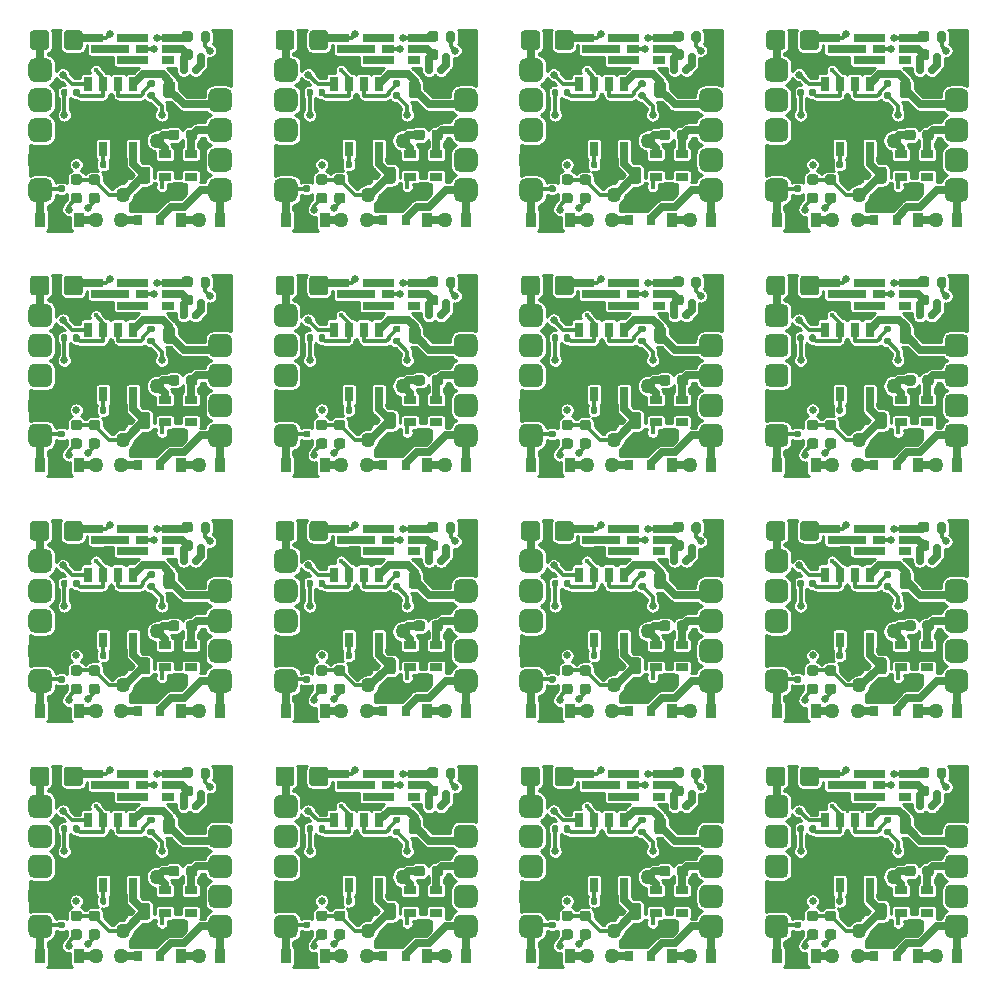
<source format=gbr>
%TF.GenerationSoftware,KiCad,Pcbnew,5.1.8*%
%TF.CreationDate,2020-11-29T16:03:20+01:00*%
%TF.ProjectId,panel2,70616e65-6c32-42e6-9b69-6361645f7063,rev?*%
%TF.SameCoordinates,Original*%
%TF.FileFunction,Copper,L1,Top*%
%TF.FilePolarity,Positive*%
%FSLAX46Y46*%
G04 Gerber Fmt 4.6, Leading zero omitted, Abs format (unit mm)*
G04 Created by KiCad (PCBNEW 5.1.8) date 2020-11-29 16:03:20*
%MOMM*%
%LPD*%
G01*
G04 APERTURE LIST*
%TA.AperFunction,SMDPad,CuDef*%
%ADD10R,0.700000X1.300000*%
%TD*%
%TA.AperFunction,SMDPad,CuDef*%
%ADD11R,3.400000X2.400000*%
%TD*%
%TA.AperFunction,SMDPad,CuDef*%
%ADD12R,0.800000X0.900000*%
%TD*%
%TA.AperFunction,SMDPad,CuDef*%
%ADD13R,1.060000X0.650000*%
%TD*%
%TA.AperFunction,SMDPad,CuDef*%
%ADD14R,0.900000X1.200000*%
%TD*%
%TA.AperFunction,ViaPad*%
%ADD15C,1.270000*%
%TD*%
%TA.AperFunction,ViaPad*%
%ADD16C,0.635000*%
%TD*%
%TA.AperFunction,ViaPad*%
%ADD17C,0.450000*%
%TD*%
%TA.AperFunction,Conductor*%
%ADD18C,0.635000*%
%TD*%
%TA.AperFunction,Conductor*%
%ADD19C,0.317500*%
%TD*%
%TA.AperFunction,Conductor*%
%ADD20C,0.250000*%
%TD*%
%TA.AperFunction,Conductor*%
%ADD21C,0.150000*%
%TD*%
%TA.AperFunction,Conductor*%
%ADD22C,0.254000*%
%TD*%
G04 APERTURE END LIST*
%TO.P,D1,1*%
%TO.N,Board_16-Net-(D1-Pad1)*%
%TA.AperFunction,SMDPad,CuDef*%
G36*
G01*
X118438266Y-127433516D02*
X117925766Y-127433516D01*
G75*
G02*
X117707016Y-127214766I0J218750D01*
G01*
X117707016Y-126777266D01*
G75*
G02*
X117925766Y-126558516I218750J0D01*
G01*
X118438266Y-126558516D01*
G75*
G02*
X118657016Y-126777266I0J-218750D01*
G01*
X118657016Y-127214766D01*
G75*
G02*
X118438266Y-127433516I-218750J0D01*
G01*
G37*
%TD.AperFunction*%
%TO.P,D1,2*%
%TO.N,Board_16-Net-(C1-Pad1)*%
%TA.AperFunction,SMDPad,CuDef*%
G36*
G01*
X118438266Y-125858516D02*
X117925766Y-125858516D01*
G75*
G02*
X117707016Y-125639766I0J218750D01*
G01*
X117707016Y-125202266D01*
G75*
G02*
X117925766Y-124983516I218750J0D01*
G01*
X118438266Y-124983516D01*
G75*
G02*
X118657016Y-125202266I0J-218750D01*
G01*
X118657016Y-125639766D01*
G75*
G02*
X118438266Y-125858516I-218750J0D01*
G01*
G37*
%TD.AperFunction*%
%TD*%
%TO.P,D2,1*%
%TO.N,Board_16-Net-(D2-Pad1)*%
%TA.AperFunction,SMDPad,CuDef*%
G36*
G01*
X116914266Y-127433516D02*
X116401766Y-127433516D01*
G75*
G02*
X116183016Y-127214766I0J218750D01*
G01*
X116183016Y-126777266D01*
G75*
G02*
X116401766Y-126558516I218750J0D01*
G01*
X116914266Y-126558516D01*
G75*
G02*
X117133016Y-126777266I0J-218750D01*
G01*
X117133016Y-127214766D01*
G75*
G02*
X116914266Y-127433516I-218750J0D01*
G01*
G37*
%TD.AperFunction*%
%TO.P,D2,2*%
%TO.N,Board_16-Net-(C1-Pad1)*%
%TA.AperFunction,SMDPad,CuDef*%
G36*
G01*
X116914266Y-125858516D02*
X116401766Y-125858516D01*
G75*
G02*
X116183016Y-125639766I0J218750D01*
G01*
X116183016Y-125202266D01*
G75*
G02*
X116401766Y-124983516I218750J0D01*
G01*
X116914266Y-124983516D01*
G75*
G02*
X117133016Y-125202266I0J-218750D01*
G01*
X117133016Y-125639766D01*
G75*
G02*
X116914266Y-125858516I-218750J0D01*
G01*
G37*
%TD.AperFunction*%
%TD*%
%TO.P,F1,1*%
%TO.N,Board_16-/-BATT*%
%TA.AperFunction,SMDPad,CuDef*%
G36*
G01*
X117204016Y-113035016D02*
X117204016Y-114185016D01*
G75*
G02*
X116954016Y-114435016I-250000J0D01*
G01*
X115854016Y-114435016D01*
G75*
G02*
X115604016Y-114185016I0J250000D01*
G01*
X115604016Y-113035016D01*
G75*
G02*
X115854016Y-112785016I250000J0D01*
G01*
X116954016Y-112785016D01*
G75*
G02*
X117204016Y-113035016I0J-250000D01*
G01*
G37*
%TD.AperFunction*%
%TO.P,F1,2*%
%TO.N,Board_16-/-BATT_RAW*%
%TA.AperFunction,SMDPad,CuDef*%
G36*
G01*
X114354016Y-113035016D02*
X114354016Y-114185016D01*
G75*
G02*
X114104016Y-114435016I-250000J0D01*
G01*
X113004016Y-114435016D01*
G75*
G02*
X112754016Y-114185016I0J250000D01*
G01*
X112754016Y-113035016D01*
G75*
G02*
X113004016Y-112785016I250000J0D01*
G01*
X114104016Y-112785016D01*
G75*
G02*
X114354016Y-113035016I0J-250000D01*
G01*
G37*
%TD.AperFunction*%
%TD*%
D10*
%TO.P,IC1,4*%
%TO.N,Board_16-Net-(C1-Pad1)*%
X121484016Y-122837016D03*
%TO.P,IC1,3*%
%TO.N,Board_16-GND*%
X120214016Y-122837016D03*
%TO.P,IC1,1*%
X117674016Y-122837016D03*
%TO.P,IC1,2*%
%TO.N,Board_16-/charge-controller/PROG*%
X118944016Y-122837016D03*
%TO.P,IC1,5*%
%TO.N,Board_16-/+BATT*%
X121484016Y-117337016D03*
%TO.P,IC1,6*%
%TO.N,Board_16-/charge-controller/~STDBY*%
X120214016Y-117337016D03*
%TO.P,IC1,8*%
%TO.N,Board_16-Net-(C1-Pad1)*%
X117674016Y-117337016D03*
%TO.P,IC1,7*%
%TO.N,Board_16-/STAT*%
X118944016Y-117337016D03*
D11*
%TO.P,IC1,3*%
%TO.N,Board_16-GND*%
X119579016Y-120087016D03*
%TD*%
D12*
%TO.P,Q1,1*%
%TO.N,Board_16-/+CHARGE*%
X121870016Y-128850016D03*
%TO.P,Q1,2*%
%TO.N,Board_16-/VMAX*%
X123770016Y-128850016D03*
%TO.P,Q1,3*%
%TO.N,Board_16-/+BATT*%
X122820016Y-126850016D03*
%TD*%
%TO.P,R1,1*%
%TO.N,Board_16-/charge-controller/PROG*%
%TA.AperFunction,SMDPad,CuDef*%
G36*
G01*
X119214016Y-123966016D02*
X119214016Y-124336016D01*
G75*
G02*
X119079016Y-124471016I-135000J0D01*
G01*
X118809016Y-124471016D01*
G75*
G02*
X118674016Y-124336016I0J135000D01*
G01*
X118674016Y-123966016D01*
G75*
G02*
X118809016Y-123831016I135000J0D01*
G01*
X119079016Y-123831016D01*
G75*
G02*
X119214016Y-123966016I0J-135000D01*
G01*
G37*
%TD.AperFunction*%
%TO.P,R1,2*%
%TO.N,Board_16-GND*%
%TA.AperFunction,SMDPad,CuDef*%
G36*
G01*
X118194016Y-123966016D02*
X118194016Y-124336016D01*
G75*
G02*
X118059016Y-124471016I-135000J0D01*
G01*
X117789016Y-124471016D01*
G75*
G02*
X117654016Y-124336016I0J135000D01*
G01*
X117654016Y-123966016D01*
G75*
G02*
X117789016Y-123831016I135000J0D01*
G01*
X118059016Y-123831016D01*
G75*
G02*
X118194016Y-123966016I0J-135000D01*
G01*
G37*
%TD.AperFunction*%
%TD*%
%TO.P,R2,1*%
%TO.N,Board_16-Net-(D1-Pad1)*%
%TA.AperFunction,SMDPad,CuDef*%
G36*
G01*
X123193016Y-118583016D02*
X122823016Y-118583016D01*
G75*
G02*
X122688016Y-118448016I0J135000D01*
G01*
X122688016Y-118178016D01*
G75*
G02*
X122823016Y-118043016I135000J0D01*
G01*
X123193016Y-118043016D01*
G75*
G02*
X123328016Y-118178016I0J-135000D01*
G01*
X123328016Y-118448016D01*
G75*
G02*
X123193016Y-118583016I-135000J0D01*
G01*
G37*
%TD.AperFunction*%
%TO.P,R2,2*%
%TO.N,Board_16-/charge-controller/~STDBY*%
%TA.AperFunction,SMDPad,CuDef*%
G36*
G01*
X123193016Y-117563016D02*
X122823016Y-117563016D01*
G75*
G02*
X122688016Y-117428016I0J135000D01*
G01*
X122688016Y-117158016D01*
G75*
G02*
X122823016Y-117023016I135000J0D01*
G01*
X123193016Y-117023016D01*
G75*
G02*
X123328016Y-117158016I0J-135000D01*
G01*
X123328016Y-117428016D01*
G75*
G02*
X123193016Y-117563016I-135000J0D01*
G01*
G37*
%TD.AperFunction*%
%TD*%
%TO.P,R3,1*%
%TO.N,Board_16-Net-(D2-Pad1)*%
%TA.AperFunction,SMDPad,CuDef*%
G36*
G01*
X115372016Y-118240016D02*
X115372016Y-117870016D01*
G75*
G02*
X115507016Y-117735016I135000J0D01*
G01*
X115777016Y-117735016D01*
G75*
G02*
X115912016Y-117870016I0J-135000D01*
G01*
X115912016Y-118240016D01*
G75*
G02*
X115777016Y-118375016I-135000J0D01*
G01*
X115507016Y-118375016D01*
G75*
G02*
X115372016Y-118240016I0J135000D01*
G01*
G37*
%TD.AperFunction*%
%TO.P,R3,2*%
%TO.N,Board_16-/STAT*%
%TA.AperFunction,SMDPad,CuDef*%
G36*
G01*
X116392016Y-118240016D02*
X116392016Y-117870016D01*
G75*
G02*
X116527016Y-117735016I135000J0D01*
G01*
X116797016Y-117735016D01*
G75*
G02*
X116932016Y-117870016I0J-135000D01*
G01*
X116932016Y-118240016D01*
G75*
G02*
X116797016Y-118375016I-135000J0D01*
G01*
X116527016Y-118375016D01*
G75*
G02*
X116392016Y-118240016I0J135000D01*
G01*
G37*
%TD.AperFunction*%
%TD*%
%TO.P,R4,1*%
%TO.N,Board_16-GND*%
%TA.AperFunction,SMDPad,CuDef*%
G36*
G01*
X115573016Y-127473016D02*
X115203016Y-127473016D01*
G75*
G02*
X115068016Y-127338016I0J135000D01*
G01*
X115068016Y-127068016D01*
G75*
G02*
X115203016Y-126933016I135000J0D01*
G01*
X115573016Y-126933016D01*
G75*
G02*
X115708016Y-127068016I0J-135000D01*
G01*
X115708016Y-127338016D01*
G75*
G02*
X115573016Y-127473016I-135000J0D01*
G01*
G37*
%TD.AperFunction*%
%TO.P,R4,2*%
%TO.N,Board_16-/+CHARGE*%
%TA.AperFunction,SMDPad,CuDef*%
G36*
G01*
X115573016Y-126453016D02*
X115203016Y-126453016D01*
G75*
G02*
X115068016Y-126318016I0J135000D01*
G01*
X115068016Y-126048016D01*
G75*
G02*
X115203016Y-125913016I135000J0D01*
G01*
X115573016Y-125913016D01*
G75*
G02*
X115708016Y-126048016I0J-135000D01*
G01*
X115708016Y-126318016D01*
G75*
G02*
X115573016Y-126453016I-135000J0D01*
G01*
G37*
%TD.AperFunction*%
%TD*%
%TO.P,R5,1*%
%TO.N,Board_16-/+BATT*%
%TA.AperFunction,SMDPad,CuDef*%
G36*
G01*
X127028516Y-115965016D02*
X127028516Y-116335016D01*
G75*
G02*
X126893516Y-116470016I-135000J0D01*
G01*
X126623516Y-116470016D01*
G75*
G02*
X126488516Y-116335016I0J135000D01*
G01*
X126488516Y-115965016D01*
G75*
G02*
X126623516Y-115830016I135000J0D01*
G01*
X126893516Y-115830016D01*
G75*
G02*
X127028516Y-115965016I0J-135000D01*
G01*
G37*
%TD.AperFunction*%
%TO.P,R5,2*%
%TO.N,Board_16-Net-(C5-Pad1)*%
%TA.AperFunction,SMDPad,CuDef*%
G36*
G01*
X126008516Y-115965016D02*
X126008516Y-116335016D01*
G75*
G02*
X125873516Y-116470016I-135000J0D01*
G01*
X125603516Y-116470016D01*
G75*
G02*
X125468516Y-116335016I0J135000D01*
G01*
X125468516Y-115965016D01*
G75*
G02*
X125603516Y-115830016I135000J0D01*
G01*
X125873516Y-115830016D01*
G75*
G02*
X126008516Y-115965016I0J-135000D01*
G01*
G37*
%TD.AperFunction*%
%TD*%
%TO.P,TP1,1*%
%TO.N,Board_16-/-BATT_RAW*%
%TA.AperFunction,ComponentPad*%
G36*
G01*
X112610016Y-116650016D02*
X112610016Y-115650016D01*
G75*
G02*
X113110016Y-115150016I500000J0D01*
G01*
X114110016Y-115150016D01*
G75*
G02*
X114610016Y-115650016I0J-500000D01*
G01*
X114610016Y-116650016D01*
G75*
G02*
X114110016Y-117150016I-500000J0D01*
G01*
X113110016Y-117150016D01*
G75*
G02*
X112610016Y-116650016I0J500000D01*
G01*
G37*
%TD.AperFunction*%
%TD*%
%TO.P,TP2,1*%
%TO.N,Board_16-/+BATT*%
%TA.AperFunction,ComponentPad*%
G36*
G01*
X112610016Y-119190016D02*
X112610016Y-118190016D01*
G75*
G02*
X113110016Y-117690016I500000J0D01*
G01*
X114110016Y-117690016D01*
G75*
G02*
X114610016Y-118190016I0J-500000D01*
G01*
X114610016Y-119190016D01*
G75*
G02*
X114110016Y-119690016I-500000J0D01*
G01*
X113110016Y-119690016D01*
G75*
G02*
X112610016Y-119190016I0J500000D01*
G01*
G37*
%TD.AperFunction*%
%TD*%
%TO.P,TP3,1*%
%TO.N,Board_16-GND*%
%TA.AperFunction,ComponentPad*%
G36*
G01*
X112610016Y-124270016D02*
X112610016Y-123270016D01*
G75*
G02*
X113110016Y-122770016I500000J0D01*
G01*
X114110016Y-122770016D01*
G75*
G02*
X114610016Y-123270016I0J-500000D01*
G01*
X114610016Y-124270016D01*
G75*
G02*
X114110016Y-124770016I-500000J0D01*
G01*
X113110016Y-124770016D01*
G75*
G02*
X112610016Y-124270016I0J500000D01*
G01*
G37*
%TD.AperFunction*%
%TD*%
%TO.P,TP4,1*%
%TO.N,Board_16-/+CHARGE*%
%TA.AperFunction,ComponentPad*%
G36*
G01*
X112610016Y-126810016D02*
X112610016Y-125810016D01*
G75*
G02*
X113110016Y-125310016I500000J0D01*
G01*
X114110016Y-125310016D01*
G75*
G02*
X114610016Y-125810016I0J-500000D01*
G01*
X114610016Y-126810016D01*
G75*
G02*
X114110016Y-127310016I-500000J0D01*
G01*
X113110016Y-127310016D01*
G75*
G02*
X112610016Y-126810016I0J500000D01*
G01*
G37*
%TD.AperFunction*%
%TD*%
%TO.P,TP5,1*%
%TO.N,Board_16-/3v3_EN*%
%TA.AperFunction,ComponentPad*%
G36*
G01*
X112610016Y-121730016D02*
X112610016Y-120730016D01*
G75*
G02*
X113110016Y-120230016I500000J0D01*
G01*
X114110016Y-120230016D01*
G75*
G02*
X114610016Y-120730016I0J-500000D01*
G01*
X114610016Y-121730016D01*
G75*
G02*
X114110016Y-122230016I-500000J0D01*
G01*
X113110016Y-122230016D01*
G75*
G02*
X112610016Y-121730016I0J500000D01*
G01*
G37*
%TD.AperFunction*%
%TD*%
%TO.P,TP6,1*%
%TO.N,Board_16-/VMAX*%
%TA.AperFunction,ComponentPad*%
G36*
G01*
X127850016Y-126810016D02*
X127850016Y-125810016D01*
G75*
G02*
X128350016Y-125310016I500000J0D01*
G01*
X129350016Y-125310016D01*
G75*
G02*
X129850016Y-125810016I0J-500000D01*
G01*
X129850016Y-126810016D01*
G75*
G02*
X129350016Y-127310016I-500000J0D01*
G01*
X128350016Y-127310016D01*
G75*
G02*
X127850016Y-126810016I0J500000D01*
G01*
G37*
%TD.AperFunction*%
%TD*%
%TO.P,TP7,1*%
%TO.N,Board_16-/+BATT*%
%TA.AperFunction,ComponentPad*%
G36*
G01*
X127850016Y-119190016D02*
X127850016Y-118190016D01*
G75*
G02*
X128350016Y-117690016I500000J0D01*
G01*
X129350016Y-117690016D01*
G75*
G02*
X129850016Y-118190016I0J-500000D01*
G01*
X129850016Y-119190016D01*
G75*
G02*
X129350016Y-119690016I-500000J0D01*
G01*
X128350016Y-119690016D01*
G75*
G02*
X127850016Y-119190016I0J500000D01*
G01*
G37*
%TD.AperFunction*%
%TD*%
%TO.P,TP8,1*%
%TO.N,Board_16-/+3v3*%
%TA.AperFunction,ComponentPad*%
G36*
G01*
X127850016Y-121730016D02*
X127850016Y-120730016D01*
G75*
G02*
X128350016Y-120230016I500000J0D01*
G01*
X129350016Y-120230016D01*
G75*
G02*
X129850016Y-120730016I0J-500000D01*
G01*
X129850016Y-121730016D01*
G75*
G02*
X129350016Y-122230016I-500000J0D01*
G01*
X128350016Y-122230016D01*
G75*
G02*
X127850016Y-121730016I0J500000D01*
G01*
G37*
%TD.AperFunction*%
%TD*%
%TO.P,TP9,1*%
%TO.N,Board_16-/STAT*%
%TA.AperFunction,ComponentPad*%
G36*
G01*
X127850016Y-124270016D02*
X127850016Y-123270016D01*
G75*
G02*
X128350016Y-122770016I500000J0D01*
G01*
X129350016Y-122770016D01*
G75*
G02*
X129850016Y-123270016I0J-500000D01*
G01*
X129850016Y-124270016D01*
G75*
G02*
X129350016Y-124770016I-500000J0D01*
G01*
X128350016Y-124770016D01*
G75*
G02*
X127850016Y-124270016I0J500000D01*
G01*
G37*
%TD.AperFunction*%
%TD*%
%TO.P,TP10,1*%
%TO.N,Board_16-GND*%
%TA.AperFunction,ComponentPad*%
G36*
G01*
X127850016Y-116650016D02*
X127850016Y-115650016D01*
G75*
G02*
X128350016Y-115150016I500000J0D01*
G01*
X129350016Y-115150016D01*
G75*
G02*
X129850016Y-115650016I0J-500000D01*
G01*
X129850016Y-116650016D01*
G75*
G02*
X129350016Y-117150016I-500000J0D01*
G01*
X128350016Y-117150016D01*
G75*
G02*
X127850016Y-116650016I0J500000D01*
G01*
G37*
%TD.AperFunction*%
%TD*%
D13*
%TO.P,U1,1*%
%TO.N,Board_16-/VMAX*%
X124151016Y-123267016D03*
%TO.P,U1,2*%
%TO.N,Board_16-GND*%
X124151016Y-124217016D03*
%TO.P,U1,3*%
%TO.N,Board_16-/3v3_EN*%
X124151016Y-125167016D03*
%TO.P,U1,4*%
%TO.N,Board_16-Net-(U1-Pad4)*%
X126351016Y-125167016D03*
%TO.P,U1,5*%
%TO.N,Board_16-/+3v3*%
X126351016Y-123267016D03*
%TD*%
%TO.P,U2,1*%
%TO.N,Board_16-Net-(U2-Pad1)*%
X122246016Y-113416016D03*
%TO.P,U2,2*%
%TO.N,Board_16-Net-(R6-Pad1)*%
X122246016Y-114366016D03*
%TO.P,U2,3*%
%TO.N,Board_16-Net-(U2-Pad3)*%
X122246016Y-115316016D03*
%TO.P,U2,4*%
%TO.N,Board_16-Net-(U2-Pad4)*%
X124446016Y-115316016D03*
%TO.P,U2,6*%
%TO.N,Board_16-/-BATT*%
X124446016Y-113416016D03*
%TO.P,U2,5*%
%TO.N,Board_16-Net-(C5-Pad1)*%
X124446016Y-114366016D03*
%TD*%
%TO.P,U3,1*%
%TO.N,Board_16-/-BATT*%
X118436016Y-113416016D03*
%TO.P,U3,2*%
%TO.N,Board_16-Net-(U3-Pad2)*%
X118436016Y-114366016D03*
%TO.P,U3,3*%
%TO.N,Board_16-GND*%
X118436016Y-115316016D03*
%TO.P,U3,4*%
%TO.N,Board_16-Net-(U2-Pad3)*%
X120636016Y-115316016D03*
%TO.P,U3,6*%
%TO.N,Board_16-Net-(U2-Pad1)*%
X120636016Y-113416016D03*
%TO.P,U3,5*%
%TO.N,Board_16-Net-(U3-Pad2)*%
X120636016Y-114366016D03*
%TD*%
D14*
%TO.P,D3,1*%
%TO.N,Board_16-Net-(C1-Pad1)*%
X116910016Y-128850016D03*
%TO.P,D3,2*%
%TO.N,Board_16-/+CHARGE*%
X113610016Y-128850016D03*
%TD*%
%TO.P,D4,1*%
%TO.N,Board_16-/VMAX*%
X128850016Y-128850016D03*
%TO.P,D4,2*%
%TO.N,Board_16-/+CHARGE*%
X125550016Y-128850016D03*
%TD*%
%TO.P,C1,1*%
%TO.N,Board_16-Net-(C1-Pad1)*%
%TA.AperFunction,SMDPad,CuDef*%
G36*
G01*
X122934016Y-124565016D02*
X122934016Y-125515016D01*
G75*
G02*
X122684016Y-125765016I-250000J0D01*
G01*
X122184016Y-125765016D01*
G75*
G02*
X121934016Y-125515016I0J250000D01*
G01*
X121934016Y-124565016D01*
G75*
G02*
X122184016Y-124315016I250000J0D01*
G01*
X122684016Y-124315016D01*
G75*
G02*
X122934016Y-124565016I0J-250000D01*
G01*
G37*
%TD.AperFunction*%
%TO.P,C1,2*%
%TO.N,Board_16-GND*%
%TA.AperFunction,SMDPad,CuDef*%
G36*
G01*
X121034016Y-124565016D02*
X121034016Y-125515016D01*
G75*
G02*
X120784016Y-125765016I-250000J0D01*
G01*
X120284016Y-125765016D01*
G75*
G02*
X120034016Y-125515016I0J250000D01*
G01*
X120034016Y-124565016D01*
G75*
G02*
X120284016Y-124315016I250000J0D01*
G01*
X120784016Y-124315016D01*
G75*
G02*
X121034016Y-124565016I0J-250000D01*
G01*
G37*
%TD.AperFunction*%
%TD*%
%TO.P,C2,1*%
%TO.N,Board_16-/+BATT*%
%TA.AperFunction,SMDPad,CuDef*%
G36*
G01*
X124032016Y-118276016D02*
X124032016Y-117326016D01*
G75*
G02*
X124282016Y-117076016I250000J0D01*
G01*
X124782016Y-117076016D01*
G75*
G02*
X125032016Y-117326016I0J-250000D01*
G01*
X125032016Y-118276016D01*
G75*
G02*
X124782016Y-118526016I-250000J0D01*
G01*
X124282016Y-118526016D01*
G75*
G02*
X124032016Y-118276016I0J250000D01*
G01*
G37*
%TD.AperFunction*%
%TO.P,C2,2*%
%TO.N,Board_16-GND*%
%TA.AperFunction,SMDPad,CuDef*%
G36*
G01*
X125932016Y-118276016D02*
X125932016Y-117326016D01*
G75*
G02*
X126182016Y-117076016I250000J0D01*
G01*
X126682016Y-117076016D01*
G75*
G02*
X126932016Y-117326016I0J-250000D01*
G01*
X126932016Y-118276016D01*
G75*
G02*
X126682016Y-118526016I-250000J0D01*
G01*
X126182016Y-118526016D01*
G75*
G02*
X125932016Y-118276016I0J250000D01*
G01*
G37*
%TD.AperFunction*%
%TD*%
%TO.P,C3,1*%
%TO.N,Board_16-/VMAX*%
%TA.AperFunction,SMDPad,CuDef*%
G36*
G01*
X125163016Y-122087016D02*
X124663016Y-122087016D01*
G75*
G02*
X124438016Y-121862016I0J225000D01*
G01*
X124438016Y-121412016D01*
G75*
G02*
X124663016Y-121187016I225000J0D01*
G01*
X125163016Y-121187016D01*
G75*
G02*
X125388016Y-121412016I0J-225000D01*
G01*
X125388016Y-121862016D01*
G75*
G02*
X125163016Y-122087016I-225000J0D01*
G01*
G37*
%TD.AperFunction*%
%TO.P,C3,2*%
%TO.N,Board_16-GND*%
%TA.AperFunction,SMDPad,CuDef*%
G36*
G01*
X125163016Y-120537016D02*
X124663016Y-120537016D01*
G75*
G02*
X124438016Y-120312016I0J225000D01*
G01*
X124438016Y-119862016D01*
G75*
G02*
X124663016Y-119637016I225000J0D01*
G01*
X125163016Y-119637016D01*
G75*
G02*
X125388016Y-119862016I0J-225000D01*
G01*
X125388016Y-120312016D01*
G75*
G02*
X125163016Y-120537016I-225000J0D01*
G01*
G37*
%TD.AperFunction*%
%TD*%
%TO.P,C4,1*%
%TO.N,Board_16-/+3v3*%
%TA.AperFunction,SMDPad,CuDef*%
G36*
G01*
X126687016Y-122087016D02*
X126187016Y-122087016D01*
G75*
G02*
X125962016Y-121862016I0J225000D01*
G01*
X125962016Y-121412016D01*
G75*
G02*
X126187016Y-121187016I225000J0D01*
G01*
X126687016Y-121187016D01*
G75*
G02*
X126912016Y-121412016I0J-225000D01*
G01*
X126912016Y-121862016D01*
G75*
G02*
X126687016Y-122087016I-225000J0D01*
G01*
G37*
%TD.AperFunction*%
%TO.P,C4,2*%
%TO.N,Board_16-GND*%
%TA.AperFunction,SMDPad,CuDef*%
G36*
G01*
X126687016Y-120537016D02*
X126187016Y-120537016D01*
G75*
G02*
X125962016Y-120312016I0J225000D01*
G01*
X125962016Y-119862016D01*
G75*
G02*
X126187016Y-119637016I225000J0D01*
G01*
X126687016Y-119637016D01*
G75*
G02*
X126912016Y-119862016I0J-225000D01*
G01*
X126912016Y-120312016D01*
G75*
G02*
X126687016Y-120537016I-225000J0D01*
G01*
G37*
%TD.AperFunction*%
%TD*%
%TO.P,C5,1*%
%TO.N,Board_16-Net-(C5-Pad1)*%
%TA.AperFunction,SMDPad,CuDef*%
G36*
G01*
X126306016Y-115292516D02*
X125806016Y-115292516D01*
G75*
G02*
X125581016Y-115067516I0J225000D01*
G01*
X125581016Y-114617516D01*
G75*
G02*
X125806016Y-114392516I225000J0D01*
G01*
X126306016Y-114392516D01*
G75*
G02*
X126531016Y-114617516I0J-225000D01*
G01*
X126531016Y-115067516D01*
G75*
G02*
X126306016Y-115292516I-225000J0D01*
G01*
G37*
%TD.AperFunction*%
%TO.P,C5,2*%
%TO.N,Board_16-/-BATT*%
%TA.AperFunction,SMDPad,CuDef*%
G36*
G01*
X126306016Y-113742516D02*
X125806016Y-113742516D01*
G75*
G02*
X125581016Y-113517516I0J225000D01*
G01*
X125581016Y-113067516D01*
G75*
G02*
X125806016Y-112842516I225000J0D01*
G01*
X126306016Y-112842516D01*
G75*
G02*
X126531016Y-113067516I0J-225000D01*
G01*
X126531016Y-113517516D01*
G75*
G02*
X126306016Y-113742516I-225000J0D01*
G01*
G37*
%TD.AperFunction*%
%TD*%
%TO.P,R6,1*%
%TO.N,Board_16-Net-(R6-Pad1)*%
%TA.AperFunction,SMDPad,CuDef*%
G36*
G01*
X127180016Y-113631016D02*
X127180016Y-113081016D01*
G75*
G02*
X127380016Y-112881016I200000J0D01*
G01*
X127780016Y-112881016D01*
G75*
G02*
X127980016Y-113081016I0J-200000D01*
G01*
X127980016Y-113631016D01*
G75*
G02*
X127780016Y-113831016I-200000J0D01*
G01*
X127380016Y-113831016D01*
G75*
G02*
X127180016Y-113631016I0J200000D01*
G01*
G37*
%TD.AperFunction*%
%TO.P,R6,2*%
%TO.N,Board_16-GND*%
%TA.AperFunction,SMDPad,CuDef*%
G36*
G01*
X128830016Y-113631016D02*
X128830016Y-113081016D01*
G75*
G02*
X129030016Y-112881016I200000J0D01*
G01*
X129430016Y-112881016D01*
G75*
G02*
X129630016Y-113081016I0J-200000D01*
G01*
X129630016Y-113631016D01*
G75*
G02*
X129430016Y-113831016I-200000J0D01*
G01*
X129030016Y-113831016D01*
G75*
G02*
X128830016Y-113631016I0J200000D01*
G01*
G37*
%TD.AperFunction*%
%TD*%
%TO.P,D1,1*%
%TO.N,Board_15-Net-(D1-Pad1)*%
%TA.AperFunction,SMDPad,CuDef*%
G36*
G01*
X97658261Y-127433516D02*
X97145761Y-127433516D01*
G75*
G02*
X96927011Y-127214766I0J218750D01*
G01*
X96927011Y-126777266D01*
G75*
G02*
X97145761Y-126558516I218750J0D01*
G01*
X97658261Y-126558516D01*
G75*
G02*
X97877011Y-126777266I0J-218750D01*
G01*
X97877011Y-127214766D01*
G75*
G02*
X97658261Y-127433516I-218750J0D01*
G01*
G37*
%TD.AperFunction*%
%TO.P,D1,2*%
%TO.N,Board_15-Net-(C1-Pad1)*%
%TA.AperFunction,SMDPad,CuDef*%
G36*
G01*
X97658261Y-125858516D02*
X97145761Y-125858516D01*
G75*
G02*
X96927011Y-125639766I0J218750D01*
G01*
X96927011Y-125202266D01*
G75*
G02*
X97145761Y-124983516I218750J0D01*
G01*
X97658261Y-124983516D01*
G75*
G02*
X97877011Y-125202266I0J-218750D01*
G01*
X97877011Y-125639766D01*
G75*
G02*
X97658261Y-125858516I-218750J0D01*
G01*
G37*
%TD.AperFunction*%
%TD*%
%TO.P,D2,1*%
%TO.N,Board_15-Net-(D2-Pad1)*%
%TA.AperFunction,SMDPad,CuDef*%
G36*
G01*
X96134261Y-127433516D02*
X95621761Y-127433516D01*
G75*
G02*
X95403011Y-127214766I0J218750D01*
G01*
X95403011Y-126777266D01*
G75*
G02*
X95621761Y-126558516I218750J0D01*
G01*
X96134261Y-126558516D01*
G75*
G02*
X96353011Y-126777266I0J-218750D01*
G01*
X96353011Y-127214766D01*
G75*
G02*
X96134261Y-127433516I-218750J0D01*
G01*
G37*
%TD.AperFunction*%
%TO.P,D2,2*%
%TO.N,Board_15-Net-(C1-Pad1)*%
%TA.AperFunction,SMDPad,CuDef*%
G36*
G01*
X96134261Y-125858516D02*
X95621761Y-125858516D01*
G75*
G02*
X95403011Y-125639766I0J218750D01*
G01*
X95403011Y-125202266D01*
G75*
G02*
X95621761Y-124983516I218750J0D01*
G01*
X96134261Y-124983516D01*
G75*
G02*
X96353011Y-125202266I0J-218750D01*
G01*
X96353011Y-125639766D01*
G75*
G02*
X96134261Y-125858516I-218750J0D01*
G01*
G37*
%TD.AperFunction*%
%TD*%
%TO.P,F1,1*%
%TO.N,Board_15-/-BATT*%
%TA.AperFunction,SMDPad,CuDef*%
G36*
G01*
X96424011Y-113035016D02*
X96424011Y-114185016D01*
G75*
G02*
X96174011Y-114435016I-250000J0D01*
G01*
X95074011Y-114435016D01*
G75*
G02*
X94824011Y-114185016I0J250000D01*
G01*
X94824011Y-113035016D01*
G75*
G02*
X95074011Y-112785016I250000J0D01*
G01*
X96174011Y-112785016D01*
G75*
G02*
X96424011Y-113035016I0J-250000D01*
G01*
G37*
%TD.AperFunction*%
%TO.P,F1,2*%
%TO.N,Board_15-/-BATT_RAW*%
%TA.AperFunction,SMDPad,CuDef*%
G36*
G01*
X93574011Y-113035016D02*
X93574011Y-114185016D01*
G75*
G02*
X93324011Y-114435016I-250000J0D01*
G01*
X92224011Y-114435016D01*
G75*
G02*
X91974011Y-114185016I0J250000D01*
G01*
X91974011Y-113035016D01*
G75*
G02*
X92224011Y-112785016I250000J0D01*
G01*
X93324011Y-112785016D01*
G75*
G02*
X93574011Y-113035016I0J-250000D01*
G01*
G37*
%TD.AperFunction*%
%TD*%
D10*
%TO.P,IC1,4*%
%TO.N,Board_15-Net-(C1-Pad1)*%
X100704011Y-122837016D03*
%TO.P,IC1,3*%
%TO.N,Board_15-GND*%
X99434011Y-122837016D03*
%TO.P,IC1,1*%
X96894011Y-122837016D03*
%TO.P,IC1,2*%
%TO.N,Board_15-/charge-controller/PROG*%
X98164011Y-122837016D03*
%TO.P,IC1,5*%
%TO.N,Board_15-/+BATT*%
X100704011Y-117337016D03*
%TO.P,IC1,6*%
%TO.N,Board_15-/charge-controller/~STDBY*%
X99434011Y-117337016D03*
%TO.P,IC1,8*%
%TO.N,Board_15-Net-(C1-Pad1)*%
X96894011Y-117337016D03*
%TO.P,IC1,7*%
%TO.N,Board_15-/STAT*%
X98164011Y-117337016D03*
D11*
%TO.P,IC1,3*%
%TO.N,Board_15-GND*%
X98799011Y-120087016D03*
%TD*%
D12*
%TO.P,Q1,1*%
%TO.N,Board_15-/+CHARGE*%
X101090011Y-128850016D03*
%TO.P,Q1,2*%
%TO.N,Board_15-/VMAX*%
X102990011Y-128850016D03*
%TO.P,Q1,3*%
%TO.N,Board_15-/+BATT*%
X102040011Y-126850016D03*
%TD*%
%TO.P,R1,1*%
%TO.N,Board_15-/charge-controller/PROG*%
%TA.AperFunction,SMDPad,CuDef*%
G36*
G01*
X98434011Y-123966016D02*
X98434011Y-124336016D01*
G75*
G02*
X98299011Y-124471016I-135000J0D01*
G01*
X98029011Y-124471016D01*
G75*
G02*
X97894011Y-124336016I0J135000D01*
G01*
X97894011Y-123966016D01*
G75*
G02*
X98029011Y-123831016I135000J0D01*
G01*
X98299011Y-123831016D01*
G75*
G02*
X98434011Y-123966016I0J-135000D01*
G01*
G37*
%TD.AperFunction*%
%TO.P,R1,2*%
%TO.N,Board_15-GND*%
%TA.AperFunction,SMDPad,CuDef*%
G36*
G01*
X97414011Y-123966016D02*
X97414011Y-124336016D01*
G75*
G02*
X97279011Y-124471016I-135000J0D01*
G01*
X97009011Y-124471016D01*
G75*
G02*
X96874011Y-124336016I0J135000D01*
G01*
X96874011Y-123966016D01*
G75*
G02*
X97009011Y-123831016I135000J0D01*
G01*
X97279011Y-123831016D01*
G75*
G02*
X97414011Y-123966016I0J-135000D01*
G01*
G37*
%TD.AperFunction*%
%TD*%
%TO.P,R2,1*%
%TO.N,Board_15-Net-(D1-Pad1)*%
%TA.AperFunction,SMDPad,CuDef*%
G36*
G01*
X102413011Y-118583016D02*
X102043011Y-118583016D01*
G75*
G02*
X101908011Y-118448016I0J135000D01*
G01*
X101908011Y-118178016D01*
G75*
G02*
X102043011Y-118043016I135000J0D01*
G01*
X102413011Y-118043016D01*
G75*
G02*
X102548011Y-118178016I0J-135000D01*
G01*
X102548011Y-118448016D01*
G75*
G02*
X102413011Y-118583016I-135000J0D01*
G01*
G37*
%TD.AperFunction*%
%TO.P,R2,2*%
%TO.N,Board_15-/charge-controller/~STDBY*%
%TA.AperFunction,SMDPad,CuDef*%
G36*
G01*
X102413011Y-117563016D02*
X102043011Y-117563016D01*
G75*
G02*
X101908011Y-117428016I0J135000D01*
G01*
X101908011Y-117158016D01*
G75*
G02*
X102043011Y-117023016I135000J0D01*
G01*
X102413011Y-117023016D01*
G75*
G02*
X102548011Y-117158016I0J-135000D01*
G01*
X102548011Y-117428016D01*
G75*
G02*
X102413011Y-117563016I-135000J0D01*
G01*
G37*
%TD.AperFunction*%
%TD*%
%TO.P,R3,1*%
%TO.N,Board_15-Net-(D2-Pad1)*%
%TA.AperFunction,SMDPad,CuDef*%
G36*
G01*
X94592011Y-118240016D02*
X94592011Y-117870016D01*
G75*
G02*
X94727011Y-117735016I135000J0D01*
G01*
X94997011Y-117735016D01*
G75*
G02*
X95132011Y-117870016I0J-135000D01*
G01*
X95132011Y-118240016D01*
G75*
G02*
X94997011Y-118375016I-135000J0D01*
G01*
X94727011Y-118375016D01*
G75*
G02*
X94592011Y-118240016I0J135000D01*
G01*
G37*
%TD.AperFunction*%
%TO.P,R3,2*%
%TO.N,Board_15-/STAT*%
%TA.AperFunction,SMDPad,CuDef*%
G36*
G01*
X95612011Y-118240016D02*
X95612011Y-117870016D01*
G75*
G02*
X95747011Y-117735016I135000J0D01*
G01*
X96017011Y-117735016D01*
G75*
G02*
X96152011Y-117870016I0J-135000D01*
G01*
X96152011Y-118240016D01*
G75*
G02*
X96017011Y-118375016I-135000J0D01*
G01*
X95747011Y-118375016D01*
G75*
G02*
X95612011Y-118240016I0J135000D01*
G01*
G37*
%TD.AperFunction*%
%TD*%
%TO.P,R4,1*%
%TO.N,Board_15-GND*%
%TA.AperFunction,SMDPad,CuDef*%
G36*
G01*
X94793011Y-127473016D02*
X94423011Y-127473016D01*
G75*
G02*
X94288011Y-127338016I0J135000D01*
G01*
X94288011Y-127068016D01*
G75*
G02*
X94423011Y-126933016I135000J0D01*
G01*
X94793011Y-126933016D01*
G75*
G02*
X94928011Y-127068016I0J-135000D01*
G01*
X94928011Y-127338016D01*
G75*
G02*
X94793011Y-127473016I-135000J0D01*
G01*
G37*
%TD.AperFunction*%
%TO.P,R4,2*%
%TO.N,Board_15-/+CHARGE*%
%TA.AperFunction,SMDPad,CuDef*%
G36*
G01*
X94793011Y-126453016D02*
X94423011Y-126453016D01*
G75*
G02*
X94288011Y-126318016I0J135000D01*
G01*
X94288011Y-126048016D01*
G75*
G02*
X94423011Y-125913016I135000J0D01*
G01*
X94793011Y-125913016D01*
G75*
G02*
X94928011Y-126048016I0J-135000D01*
G01*
X94928011Y-126318016D01*
G75*
G02*
X94793011Y-126453016I-135000J0D01*
G01*
G37*
%TD.AperFunction*%
%TD*%
%TO.P,R5,1*%
%TO.N,Board_15-/+BATT*%
%TA.AperFunction,SMDPad,CuDef*%
G36*
G01*
X106248511Y-115965016D02*
X106248511Y-116335016D01*
G75*
G02*
X106113511Y-116470016I-135000J0D01*
G01*
X105843511Y-116470016D01*
G75*
G02*
X105708511Y-116335016I0J135000D01*
G01*
X105708511Y-115965016D01*
G75*
G02*
X105843511Y-115830016I135000J0D01*
G01*
X106113511Y-115830016D01*
G75*
G02*
X106248511Y-115965016I0J-135000D01*
G01*
G37*
%TD.AperFunction*%
%TO.P,R5,2*%
%TO.N,Board_15-Net-(C5-Pad1)*%
%TA.AperFunction,SMDPad,CuDef*%
G36*
G01*
X105228511Y-115965016D02*
X105228511Y-116335016D01*
G75*
G02*
X105093511Y-116470016I-135000J0D01*
G01*
X104823511Y-116470016D01*
G75*
G02*
X104688511Y-116335016I0J135000D01*
G01*
X104688511Y-115965016D01*
G75*
G02*
X104823511Y-115830016I135000J0D01*
G01*
X105093511Y-115830016D01*
G75*
G02*
X105228511Y-115965016I0J-135000D01*
G01*
G37*
%TD.AperFunction*%
%TD*%
%TO.P,TP1,1*%
%TO.N,Board_15-/-BATT_RAW*%
%TA.AperFunction,ComponentPad*%
G36*
G01*
X91830011Y-116650016D02*
X91830011Y-115650016D01*
G75*
G02*
X92330011Y-115150016I500000J0D01*
G01*
X93330011Y-115150016D01*
G75*
G02*
X93830011Y-115650016I0J-500000D01*
G01*
X93830011Y-116650016D01*
G75*
G02*
X93330011Y-117150016I-500000J0D01*
G01*
X92330011Y-117150016D01*
G75*
G02*
X91830011Y-116650016I0J500000D01*
G01*
G37*
%TD.AperFunction*%
%TD*%
%TO.P,TP2,1*%
%TO.N,Board_15-/+BATT*%
%TA.AperFunction,ComponentPad*%
G36*
G01*
X91830011Y-119190016D02*
X91830011Y-118190016D01*
G75*
G02*
X92330011Y-117690016I500000J0D01*
G01*
X93330011Y-117690016D01*
G75*
G02*
X93830011Y-118190016I0J-500000D01*
G01*
X93830011Y-119190016D01*
G75*
G02*
X93330011Y-119690016I-500000J0D01*
G01*
X92330011Y-119690016D01*
G75*
G02*
X91830011Y-119190016I0J500000D01*
G01*
G37*
%TD.AperFunction*%
%TD*%
%TO.P,TP3,1*%
%TO.N,Board_15-GND*%
%TA.AperFunction,ComponentPad*%
G36*
G01*
X91830011Y-124270016D02*
X91830011Y-123270016D01*
G75*
G02*
X92330011Y-122770016I500000J0D01*
G01*
X93330011Y-122770016D01*
G75*
G02*
X93830011Y-123270016I0J-500000D01*
G01*
X93830011Y-124270016D01*
G75*
G02*
X93330011Y-124770016I-500000J0D01*
G01*
X92330011Y-124770016D01*
G75*
G02*
X91830011Y-124270016I0J500000D01*
G01*
G37*
%TD.AperFunction*%
%TD*%
%TO.P,TP4,1*%
%TO.N,Board_15-/+CHARGE*%
%TA.AperFunction,ComponentPad*%
G36*
G01*
X91830011Y-126810016D02*
X91830011Y-125810016D01*
G75*
G02*
X92330011Y-125310016I500000J0D01*
G01*
X93330011Y-125310016D01*
G75*
G02*
X93830011Y-125810016I0J-500000D01*
G01*
X93830011Y-126810016D01*
G75*
G02*
X93330011Y-127310016I-500000J0D01*
G01*
X92330011Y-127310016D01*
G75*
G02*
X91830011Y-126810016I0J500000D01*
G01*
G37*
%TD.AperFunction*%
%TD*%
%TO.P,TP5,1*%
%TO.N,Board_15-/3v3_EN*%
%TA.AperFunction,ComponentPad*%
G36*
G01*
X91830011Y-121730016D02*
X91830011Y-120730016D01*
G75*
G02*
X92330011Y-120230016I500000J0D01*
G01*
X93330011Y-120230016D01*
G75*
G02*
X93830011Y-120730016I0J-500000D01*
G01*
X93830011Y-121730016D01*
G75*
G02*
X93330011Y-122230016I-500000J0D01*
G01*
X92330011Y-122230016D01*
G75*
G02*
X91830011Y-121730016I0J500000D01*
G01*
G37*
%TD.AperFunction*%
%TD*%
%TO.P,TP6,1*%
%TO.N,Board_15-/VMAX*%
%TA.AperFunction,ComponentPad*%
G36*
G01*
X107070011Y-126810016D02*
X107070011Y-125810016D01*
G75*
G02*
X107570011Y-125310016I500000J0D01*
G01*
X108570011Y-125310016D01*
G75*
G02*
X109070011Y-125810016I0J-500000D01*
G01*
X109070011Y-126810016D01*
G75*
G02*
X108570011Y-127310016I-500000J0D01*
G01*
X107570011Y-127310016D01*
G75*
G02*
X107070011Y-126810016I0J500000D01*
G01*
G37*
%TD.AperFunction*%
%TD*%
%TO.P,TP7,1*%
%TO.N,Board_15-/+BATT*%
%TA.AperFunction,ComponentPad*%
G36*
G01*
X107070011Y-119190016D02*
X107070011Y-118190016D01*
G75*
G02*
X107570011Y-117690016I500000J0D01*
G01*
X108570011Y-117690016D01*
G75*
G02*
X109070011Y-118190016I0J-500000D01*
G01*
X109070011Y-119190016D01*
G75*
G02*
X108570011Y-119690016I-500000J0D01*
G01*
X107570011Y-119690016D01*
G75*
G02*
X107070011Y-119190016I0J500000D01*
G01*
G37*
%TD.AperFunction*%
%TD*%
%TO.P,TP8,1*%
%TO.N,Board_15-/+3v3*%
%TA.AperFunction,ComponentPad*%
G36*
G01*
X107070011Y-121730016D02*
X107070011Y-120730016D01*
G75*
G02*
X107570011Y-120230016I500000J0D01*
G01*
X108570011Y-120230016D01*
G75*
G02*
X109070011Y-120730016I0J-500000D01*
G01*
X109070011Y-121730016D01*
G75*
G02*
X108570011Y-122230016I-500000J0D01*
G01*
X107570011Y-122230016D01*
G75*
G02*
X107070011Y-121730016I0J500000D01*
G01*
G37*
%TD.AperFunction*%
%TD*%
%TO.P,TP9,1*%
%TO.N,Board_15-/STAT*%
%TA.AperFunction,ComponentPad*%
G36*
G01*
X107070011Y-124270016D02*
X107070011Y-123270016D01*
G75*
G02*
X107570011Y-122770016I500000J0D01*
G01*
X108570011Y-122770016D01*
G75*
G02*
X109070011Y-123270016I0J-500000D01*
G01*
X109070011Y-124270016D01*
G75*
G02*
X108570011Y-124770016I-500000J0D01*
G01*
X107570011Y-124770016D01*
G75*
G02*
X107070011Y-124270016I0J500000D01*
G01*
G37*
%TD.AperFunction*%
%TD*%
%TO.P,TP10,1*%
%TO.N,Board_15-GND*%
%TA.AperFunction,ComponentPad*%
G36*
G01*
X107070011Y-116650016D02*
X107070011Y-115650016D01*
G75*
G02*
X107570011Y-115150016I500000J0D01*
G01*
X108570011Y-115150016D01*
G75*
G02*
X109070011Y-115650016I0J-500000D01*
G01*
X109070011Y-116650016D01*
G75*
G02*
X108570011Y-117150016I-500000J0D01*
G01*
X107570011Y-117150016D01*
G75*
G02*
X107070011Y-116650016I0J500000D01*
G01*
G37*
%TD.AperFunction*%
%TD*%
D13*
%TO.P,U1,1*%
%TO.N,Board_15-/VMAX*%
X103371011Y-123267016D03*
%TO.P,U1,2*%
%TO.N,Board_15-GND*%
X103371011Y-124217016D03*
%TO.P,U1,3*%
%TO.N,Board_15-/3v3_EN*%
X103371011Y-125167016D03*
%TO.P,U1,4*%
%TO.N,Board_15-Net-(U1-Pad4)*%
X105571011Y-125167016D03*
%TO.P,U1,5*%
%TO.N,Board_15-/+3v3*%
X105571011Y-123267016D03*
%TD*%
%TO.P,U2,1*%
%TO.N,Board_15-Net-(U2-Pad1)*%
X101466011Y-113416016D03*
%TO.P,U2,2*%
%TO.N,Board_15-Net-(R6-Pad1)*%
X101466011Y-114366016D03*
%TO.P,U2,3*%
%TO.N,Board_15-Net-(U2-Pad3)*%
X101466011Y-115316016D03*
%TO.P,U2,4*%
%TO.N,Board_15-Net-(U2-Pad4)*%
X103666011Y-115316016D03*
%TO.P,U2,6*%
%TO.N,Board_15-/-BATT*%
X103666011Y-113416016D03*
%TO.P,U2,5*%
%TO.N,Board_15-Net-(C5-Pad1)*%
X103666011Y-114366016D03*
%TD*%
%TO.P,U3,1*%
%TO.N,Board_15-/-BATT*%
X97656011Y-113416016D03*
%TO.P,U3,2*%
%TO.N,Board_15-Net-(U3-Pad2)*%
X97656011Y-114366016D03*
%TO.P,U3,3*%
%TO.N,Board_15-GND*%
X97656011Y-115316016D03*
%TO.P,U3,4*%
%TO.N,Board_15-Net-(U2-Pad3)*%
X99856011Y-115316016D03*
%TO.P,U3,6*%
%TO.N,Board_15-Net-(U2-Pad1)*%
X99856011Y-113416016D03*
%TO.P,U3,5*%
%TO.N,Board_15-Net-(U3-Pad2)*%
X99856011Y-114366016D03*
%TD*%
D14*
%TO.P,D3,1*%
%TO.N,Board_15-Net-(C1-Pad1)*%
X96130011Y-128850016D03*
%TO.P,D3,2*%
%TO.N,Board_15-/+CHARGE*%
X92830011Y-128850016D03*
%TD*%
%TO.P,D4,1*%
%TO.N,Board_15-/VMAX*%
X108070011Y-128850016D03*
%TO.P,D4,2*%
%TO.N,Board_15-/+CHARGE*%
X104770011Y-128850016D03*
%TD*%
%TO.P,C1,1*%
%TO.N,Board_15-Net-(C1-Pad1)*%
%TA.AperFunction,SMDPad,CuDef*%
G36*
G01*
X102154011Y-124565016D02*
X102154011Y-125515016D01*
G75*
G02*
X101904011Y-125765016I-250000J0D01*
G01*
X101404011Y-125765016D01*
G75*
G02*
X101154011Y-125515016I0J250000D01*
G01*
X101154011Y-124565016D01*
G75*
G02*
X101404011Y-124315016I250000J0D01*
G01*
X101904011Y-124315016D01*
G75*
G02*
X102154011Y-124565016I0J-250000D01*
G01*
G37*
%TD.AperFunction*%
%TO.P,C1,2*%
%TO.N,Board_15-GND*%
%TA.AperFunction,SMDPad,CuDef*%
G36*
G01*
X100254011Y-124565016D02*
X100254011Y-125515016D01*
G75*
G02*
X100004011Y-125765016I-250000J0D01*
G01*
X99504011Y-125765016D01*
G75*
G02*
X99254011Y-125515016I0J250000D01*
G01*
X99254011Y-124565016D01*
G75*
G02*
X99504011Y-124315016I250000J0D01*
G01*
X100004011Y-124315016D01*
G75*
G02*
X100254011Y-124565016I0J-250000D01*
G01*
G37*
%TD.AperFunction*%
%TD*%
%TO.P,C2,1*%
%TO.N,Board_15-/+BATT*%
%TA.AperFunction,SMDPad,CuDef*%
G36*
G01*
X103252011Y-118276016D02*
X103252011Y-117326016D01*
G75*
G02*
X103502011Y-117076016I250000J0D01*
G01*
X104002011Y-117076016D01*
G75*
G02*
X104252011Y-117326016I0J-250000D01*
G01*
X104252011Y-118276016D01*
G75*
G02*
X104002011Y-118526016I-250000J0D01*
G01*
X103502011Y-118526016D01*
G75*
G02*
X103252011Y-118276016I0J250000D01*
G01*
G37*
%TD.AperFunction*%
%TO.P,C2,2*%
%TO.N,Board_15-GND*%
%TA.AperFunction,SMDPad,CuDef*%
G36*
G01*
X105152011Y-118276016D02*
X105152011Y-117326016D01*
G75*
G02*
X105402011Y-117076016I250000J0D01*
G01*
X105902011Y-117076016D01*
G75*
G02*
X106152011Y-117326016I0J-250000D01*
G01*
X106152011Y-118276016D01*
G75*
G02*
X105902011Y-118526016I-250000J0D01*
G01*
X105402011Y-118526016D01*
G75*
G02*
X105152011Y-118276016I0J250000D01*
G01*
G37*
%TD.AperFunction*%
%TD*%
%TO.P,C3,1*%
%TO.N,Board_15-/VMAX*%
%TA.AperFunction,SMDPad,CuDef*%
G36*
G01*
X104383011Y-122087016D02*
X103883011Y-122087016D01*
G75*
G02*
X103658011Y-121862016I0J225000D01*
G01*
X103658011Y-121412016D01*
G75*
G02*
X103883011Y-121187016I225000J0D01*
G01*
X104383011Y-121187016D01*
G75*
G02*
X104608011Y-121412016I0J-225000D01*
G01*
X104608011Y-121862016D01*
G75*
G02*
X104383011Y-122087016I-225000J0D01*
G01*
G37*
%TD.AperFunction*%
%TO.P,C3,2*%
%TO.N,Board_15-GND*%
%TA.AperFunction,SMDPad,CuDef*%
G36*
G01*
X104383011Y-120537016D02*
X103883011Y-120537016D01*
G75*
G02*
X103658011Y-120312016I0J225000D01*
G01*
X103658011Y-119862016D01*
G75*
G02*
X103883011Y-119637016I225000J0D01*
G01*
X104383011Y-119637016D01*
G75*
G02*
X104608011Y-119862016I0J-225000D01*
G01*
X104608011Y-120312016D01*
G75*
G02*
X104383011Y-120537016I-225000J0D01*
G01*
G37*
%TD.AperFunction*%
%TD*%
%TO.P,C4,1*%
%TO.N,Board_15-/+3v3*%
%TA.AperFunction,SMDPad,CuDef*%
G36*
G01*
X105907011Y-122087016D02*
X105407011Y-122087016D01*
G75*
G02*
X105182011Y-121862016I0J225000D01*
G01*
X105182011Y-121412016D01*
G75*
G02*
X105407011Y-121187016I225000J0D01*
G01*
X105907011Y-121187016D01*
G75*
G02*
X106132011Y-121412016I0J-225000D01*
G01*
X106132011Y-121862016D01*
G75*
G02*
X105907011Y-122087016I-225000J0D01*
G01*
G37*
%TD.AperFunction*%
%TO.P,C4,2*%
%TO.N,Board_15-GND*%
%TA.AperFunction,SMDPad,CuDef*%
G36*
G01*
X105907011Y-120537016D02*
X105407011Y-120537016D01*
G75*
G02*
X105182011Y-120312016I0J225000D01*
G01*
X105182011Y-119862016D01*
G75*
G02*
X105407011Y-119637016I225000J0D01*
G01*
X105907011Y-119637016D01*
G75*
G02*
X106132011Y-119862016I0J-225000D01*
G01*
X106132011Y-120312016D01*
G75*
G02*
X105907011Y-120537016I-225000J0D01*
G01*
G37*
%TD.AperFunction*%
%TD*%
%TO.P,C5,1*%
%TO.N,Board_15-Net-(C5-Pad1)*%
%TA.AperFunction,SMDPad,CuDef*%
G36*
G01*
X105526011Y-115292516D02*
X105026011Y-115292516D01*
G75*
G02*
X104801011Y-115067516I0J225000D01*
G01*
X104801011Y-114617516D01*
G75*
G02*
X105026011Y-114392516I225000J0D01*
G01*
X105526011Y-114392516D01*
G75*
G02*
X105751011Y-114617516I0J-225000D01*
G01*
X105751011Y-115067516D01*
G75*
G02*
X105526011Y-115292516I-225000J0D01*
G01*
G37*
%TD.AperFunction*%
%TO.P,C5,2*%
%TO.N,Board_15-/-BATT*%
%TA.AperFunction,SMDPad,CuDef*%
G36*
G01*
X105526011Y-113742516D02*
X105026011Y-113742516D01*
G75*
G02*
X104801011Y-113517516I0J225000D01*
G01*
X104801011Y-113067516D01*
G75*
G02*
X105026011Y-112842516I225000J0D01*
G01*
X105526011Y-112842516D01*
G75*
G02*
X105751011Y-113067516I0J-225000D01*
G01*
X105751011Y-113517516D01*
G75*
G02*
X105526011Y-113742516I-225000J0D01*
G01*
G37*
%TD.AperFunction*%
%TD*%
%TO.P,R6,1*%
%TO.N,Board_15-Net-(R6-Pad1)*%
%TA.AperFunction,SMDPad,CuDef*%
G36*
G01*
X106400011Y-113631016D02*
X106400011Y-113081016D01*
G75*
G02*
X106600011Y-112881016I200000J0D01*
G01*
X107000011Y-112881016D01*
G75*
G02*
X107200011Y-113081016I0J-200000D01*
G01*
X107200011Y-113631016D01*
G75*
G02*
X107000011Y-113831016I-200000J0D01*
G01*
X106600011Y-113831016D01*
G75*
G02*
X106400011Y-113631016I0J200000D01*
G01*
G37*
%TD.AperFunction*%
%TO.P,R6,2*%
%TO.N,Board_15-GND*%
%TA.AperFunction,SMDPad,CuDef*%
G36*
G01*
X108050011Y-113631016D02*
X108050011Y-113081016D01*
G75*
G02*
X108250011Y-112881016I200000J0D01*
G01*
X108650011Y-112881016D01*
G75*
G02*
X108850011Y-113081016I0J-200000D01*
G01*
X108850011Y-113631016D01*
G75*
G02*
X108650011Y-113831016I-200000J0D01*
G01*
X108250011Y-113831016D01*
G75*
G02*
X108050011Y-113631016I0J200000D01*
G01*
G37*
%TD.AperFunction*%
%TD*%
%TO.P,D1,1*%
%TO.N,Board_14-Net-(D1-Pad1)*%
%TA.AperFunction,SMDPad,CuDef*%
G36*
G01*
X76878256Y-127433516D02*
X76365756Y-127433516D01*
G75*
G02*
X76147006Y-127214766I0J218750D01*
G01*
X76147006Y-126777266D01*
G75*
G02*
X76365756Y-126558516I218750J0D01*
G01*
X76878256Y-126558516D01*
G75*
G02*
X77097006Y-126777266I0J-218750D01*
G01*
X77097006Y-127214766D01*
G75*
G02*
X76878256Y-127433516I-218750J0D01*
G01*
G37*
%TD.AperFunction*%
%TO.P,D1,2*%
%TO.N,Board_14-Net-(C1-Pad1)*%
%TA.AperFunction,SMDPad,CuDef*%
G36*
G01*
X76878256Y-125858516D02*
X76365756Y-125858516D01*
G75*
G02*
X76147006Y-125639766I0J218750D01*
G01*
X76147006Y-125202266D01*
G75*
G02*
X76365756Y-124983516I218750J0D01*
G01*
X76878256Y-124983516D01*
G75*
G02*
X77097006Y-125202266I0J-218750D01*
G01*
X77097006Y-125639766D01*
G75*
G02*
X76878256Y-125858516I-218750J0D01*
G01*
G37*
%TD.AperFunction*%
%TD*%
%TO.P,D2,1*%
%TO.N,Board_14-Net-(D2-Pad1)*%
%TA.AperFunction,SMDPad,CuDef*%
G36*
G01*
X75354256Y-127433516D02*
X74841756Y-127433516D01*
G75*
G02*
X74623006Y-127214766I0J218750D01*
G01*
X74623006Y-126777266D01*
G75*
G02*
X74841756Y-126558516I218750J0D01*
G01*
X75354256Y-126558516D01*
G75*
G02*
X75573006Y-126777266I0J-218750D01*
G01*
X75573006Y-127214766D01*
G75*
G02*
X75354256Y-127433516I-218750J0D01*
G01*
G37*
%TD.AperFunction*%
%TO.P,D2,2*%
%TO.N,Board_14-Net-(C1-Pad1)*%
%TA.AperFunction,SMDPad,CuDef*%
G36*
G01*
X75354256Y-125858516D02*
X74841756Y-125858516D01*
G75*
G02*
X74623006Y-125639766I0J218750D01*
G01*
X74623006Y-125202266D01*
G75*
G02*
X74841756Y-124983516I218750J0D01*
G01*
X75354256Y-124983516D01*
G75*
G02*
X75573006Y-125202266I0J-218750D01*
G01*
X75573006Y-125639766D01*
G75*
G02*
X75354256Y-125858516I-218750J0D01*
G01*
G37*
%TD.AperFunction*%
%TD*%
%TO.P,F1,1*%
%TO.N,Board_14-/-BATT*%
%TA.AperFunction,SMDPad,CuDef*%
G36*
G01*
X75644006Y-113035016D02*
X75644006Y-114185016D01*
G75*
G02*
X75394006Y-114435016I-250000J0D01*
G01*
X74294006Y-114435016D01*
G75*
G02*
X74044006Y-114185016I0J250000D01*
G01*
X74044006Y-113035016D01*
G75*
G02*
X74294006Y-112785016I250000J0D01*
G01*
X75394006Y-112785016D01*
G75*
G02*
X75644006Y-113035016I0J-250000D01*
G01*
G37*
%TD.AperFunction*%
%TO.P,F1,2*%
%TO.N,Board_14-/-BATT_RAW*%
%TA.AperFunction,SMDPad,CuDef*%
G36*
G01*
X72794006Y-113035016D02*
X72794006Y-114185016D01*
G75*
G02*
X72544006Y-114435016I-250000J0D01*
G01*
X71444006Y-114435016D01*
G75*
G02*
X71194006Y-114185016I0J250000D01*
G01*
X71194006Y-113035016D01*
G75*
G02*
X71444006Y-112785016I250000J0D01*
G01*
X72544006Y-112785016D01*
G75*
G02*
X72794006Y-113035016I0J-250000D01*
G01*
G37*
%TD.AperFunction*%
%TD*%
D10*
%TO.P,IC1,4*%
%TO.N,Board_14-Net-(C1-Pad1)*%
X79924006Y-122837016D03*
%TO.P,IC1,3*%
%TO.N,Board_14-GND*%
X78654006Y-122837016D03*
%TO.P,IC1,1*%
X76114006Y-122837016D03*
%TO.P,IC1,2*%
%TO.N,Board_14-/charge-controller/PROG*%
X77384006Y-122837016D03*
%TO.P,IC1,5*%
%TO.N,Board_14-/+BATT*%
X79924006Y-117337016D03*
%TO.P,IC1,6*%
%TO.N,Board_14-/charge-controller/~STDBY*%
X78654006Y-117337016D03*
%TO.P,IC1,8*%
%TO.N,Board_14-Net-(C1-Pad1)*%
X76114006Y-117337016D03*
%TO.P,IC1,7*%
%TO.N,Board_14-/STAT*%
X77384006Y-117337016D03*
D11*
%TO.P,IC1,3*%
%TO.N,Board_14-GND*%
X78019006Y-120087016D03*
%TD*%
D12*
%TO.P,Q1,1*%
%TO.N,Board_14-/+CHARGE*%
X80310006Y-128850016D03*
%TO.P,Q1,2*%
%TO.N,Board_14-/VMAX*%
X82210006Y-128850016D03*
%TO.P,Q1,3*%
%TO.N,Board_14-/+BATT*%
X81260006Y-126850016D03*
%TD*%
%TO.P,R1,1*%
%TO.N,Board_14-/charge-controller/PROG*%
%TA.AperFunction,SMDPad,CuDef*%
G36*
G01*
X77654006Y-123966016D02*
X77654006Y-124336016D01*
G75*
G02*
X77519006Y-124471016I-135000J0D01*
G01*
X77249006Y-124471016D01*
G75*
G02*
X77114006Y-124336016I0J135000D01*
G01*
X77114006Y-123966016D01*
G75*
G02*
X77249006Y-123831016I135000J0D01*
G01*
X77519006Y-123831016D01*
G75*
G02*
X77654006Y-123966016I0J-135000D01*
G01*
G37*
%TD.AperFunction*%
%TO.P,R1,2*%
%TO.N,Board_14-GND*%
%TA.AperFunction,SMDPad,CuDef*%
G36*
G01*
X76634006Y-123966016D02*
X76634006Y-124336016D01*
G75*
G02*
X76499006Y-124471016I-135000J0D01*
G01*
X76229006Y-124471016D01*
G75*
G02*
X76094006Y-124336016I0J135000D01*
G01*
X76094006Y-123966016D01*
G75*
G02*
X76229006Y-123831016I135000J0D01*
G01*
X76499006Y-123831016D01*
G75*
G02*
X76634006Y-123966016I0J-135000D01*
G01*
G37*
%TD.AperFunction*%
%TD*%
%TO.P,R2,1*%
%TO.N,Board_14-Net-(D1-Pad1)*%
%TA.AperFunction,SMDPad,CuDef*%
G36*
G01*
X81633006Y-118583016D02*
X81263006Y-118583016D01*
G75*
G02*
X81128006Y-118448016I0J135000D01*
G01*
X81128006Y-118178016D01*
G75*
G02*
X81263006Y-118043016I135000J0D01*
G01*
X81633006Y-118043016D01*
G75*
G02*
X81768006Y-118178016I0J-135000D01*
G01*
X81768006Y-118448016D01*
G75*
G02*
X81633006Y-118583016I-135000J0D01*
G01*
G37*
%TD.AperFunction*%
%TO.P,R2,2*%
%TO.N,Board_14-/charge-controller/~STDBY*%
%TA.AperFunction,SMDPad,CuDef*%
G36*
G01*
X81633006Y-117563016D02*
X81263006Y-117563016D01*
G75*
G02*
X81128006Y-117428016I0J135000D01*
G01*
X81128006Y-117158016D01*
G75*
G02*
X81263006Y-117023016I135000J0D01*
G01*
X81633006Y-117023016D01*
G75*
G02*
X81768006Y-117158016I0J-135000D01*
G01*
X81768006Y-117428016D01*
G75*
G02*
X81633006Y-117563016I-135000J0D01*
G01*
G37*
%TD.AperFunction*%
%TD*%
%TO.P,R3,1*%
%TO.N,Board_14-Net-(D2-Pad1)*%
%TA.AperFunction,SMDPad,CuDef*%
G36*
G01*
X73812006Y-118240016D02*
X73812006Y-117870016D01*
G75*
G02*
X73947006Y-117735016I135000J0D01*
G01*
X74217006Y-117735016D01*
G75*
G02*
X74352006Y-117870016I0J-135000D01*
G01*
X74352006Y-118240016D01*
G75*
G02*
X74217006Y-118375016I-135000J0D01*
G01*
X73947006Y-118375016D01*
G75*
G02*
X73812006Y-118240016I0J135000D01*
G01*
G37*
%TD.AperFunction*%
%TO.P,R3,2*%
%TO.N,Board_14-/STAT*%
%TA.AperFunction,SMDPad,CuDef*%
G36*
G01*
X74832006Y-118240016D02*
X74832006Y-117870016D01*
G75*
G02*
X74967006Y-117735016I135000J0D01*
G01*
X75237006Y-117735016D01*
G75*
G02*
X75372006Y-117870016I0J-135000D01*
G01*
X75372006Y-118240016D01*
G75*
G02*
X75237006Y-118375016I-135000J0D01*
G01*
X74967006Y-118375016D01*
G75*
G02*
X74832006Y-118240016I0J135000D01*
G01*
G37*
%TD.AperFunction*%
%TD*%
%TO.P,R4,1*%
%TO.N,Board_14-GND*%
%TA.AperFunction,SMDPad,CuDef*%
G36*
G01*
X74013006Y-127473016D02*
X73643006Y-127473016D01*
G75*
G02*
X73508006Y-127338016I0J135000D01*
G01*
X73508006Y-127068016D01*
G75*
G02*
X73643006Y-126933016I135000J0D01*
G01*
X74013006Y-126933016D01*
G75*
G02*
X74148006Y-127068016I0J-135000D01*
G01*
X74148006Y-127338016D01*
G75*
G02*
X74013006Y-127473016I-135000J0D01*
G01*
G37*
%TD.AperFunction*%
%TO.P,R4,2*%
%TO.N,Board_14-/+CHARGE*%
%TA.AperFunction,SMDPad,CuDef*%
G36*
G01*
X74013006Y-126453016D02*
X73643006Y-126453016D01*
G75*
G02*
X73508006Y-126318016I0J135000D01*
G01*
X73508006Y-126048016D01*
G75*
G02*
X73643006Y-125913016I135000J0D01*
G01*
X74013006Y-125913016D01*
G75*
G02*
X74148006Y-126048016I0J-135000D01*
G01*
X74148006Y-126318016D01*
G75*
G02*
X74013006Y-126453016I-135000J0D01*
G01*
G37*
%TD.AperFunction*%
%TD*%
%TO.P,R5,1*%
%TO.N,Board_14-/+BATT*%
%TA.AperFunction,SMDPad,CuDef*%
G36*
G01*
X85468506Y-115965016D02*
X85468506Y-116335016D01*
G75*
G02*
X85333506Y-116470016I-135000J0D01*
G01*
X85063506Y-116470016D01*
G75*
G02*
X84928506Y-116335016I0J135000D01*
G01*
X84928506Y-115965016D01*
G75*
G02*
X85063506Y-115830016I135000J0D01*
G01*
X85333506Y-115830016D01*
G75*
G02*
X85468506Y-115965016I0J-135000D01*
G01*
G37*
%TD.AperFunction*%
%TO.P,R5,2*%
%TO.N,Board_14-Net-(C5-Pad1)*%
%TA.AperFunction,SMDPad,CuDef*%
G36*
G01*
X84448506Y-115965016D02*
X84448506Y-116335016D01*
G75*
G02*
X84313506Y-116470016I-135000J0D01*
G01*
X84043506Y-116470016D01*
G75*
G02*
X83908506Y-116335016I0J135000D01*
G01*
X83908506Y-115965016D01*
G75*
G02*
X84043506Y-115830016I135000J0D01*
G01*
X84313506Y-115830016D01*
G75*
G02*
X84448506Y-115965016I0J-135000D01*
G01*
G37*
%TD.AperFunction*%
%TD*%
%TO.P,TP1,1*%
%TO.N,Board_14-/-BATT_RAW*%
%TA.AperFunction,ComponentPad*%
G36*
G01*
X71050006Y-116650016D02*
X71050006Y-115650016D01*
G75*
G02*
X71550006Y-115150016I500000J0D01*
G01*
X72550006Y-115150016D01*
G75*
G02*
X73050006Y-115650016I0J-500000D01*
G01*
X73050006Y-116650016D01*
G75*
G02*
X72550006Y-117150016I-500000J0D01*
G01*
X71550006Y-117150016D01*
G75*
G02*
X71050006Y-116650016I0J500000D01*
G01*
G37*
%TD.AperFunction*%
%TD*%
%TO.P,TP2,1*%
%TO.N,Board_14-/+BATT*%
%TA.AperFunction,ComponentPad*%
G36*
G01*
X71050006Y-119190016D02*
X71050006Y-118190016D01*
G75*
G02*
X71550006Y-117690016I500000J0D01*
G01*
X72550006Y-117690016D01*
G75*
G02*
X73050006Y-118190016I0J-500000D01*
G01*
X73050006Y-119190016D01*
G75*
G02*
X72550006Y-119690016I-500000J0D01*
G01*
X71550006Y-119690016D01*
G75*
G02*
X71050006Y-119190016I0J500000D01*
G01*
G37*
%TD.AperFunction*%
%TD*%
%TO.P,TP3,1*%
%TO.N,Board_14-GND*%
%TA.AperFunction,ComponentPad*%
G36*
G01*
X71050006Y-124270016D02*
X71050006Y-123270016D01*
G75*
G02*
X71550006Y-122770016I500000J0D01*
G01*
X72550006Y-122770016D01*
G75*
G02*
X73050006Y-123270016I0J-500000D01*
G01*
X73050006Y-124270016D01*
G75*
G02*
X72550006Y-124770016I-500000J0D01*
G01*
X71550006Y-124770016D01*
G75*
G02*
X71050006Y-124270016I0J500000D01*
G01*
G37*
%TD.AperFunction*%
%TD*%
%TO.P,TP4,1*%
%TO.N,Board_14-/+CHARGE*%
%TA.AperFunction,ComponentPad*%
G36*
G01*
X71050006Y-126810016D02*
X71050006Y-125810016D01*
G75*
G02*
X71550006Y-125310016I500000J0D01*
G01*
X72550006Y-125310016D01*
G75*
G02*
X73050006Y-125810016I0J-500000D01*
G01*
X73050006Y-126810016D01*
G75*
G02*
X72550006Y-127310016I-500000J0D01*
G01*
X71550006Y-127310016D01*
G75*
G02*
X71050006Y-126810016I0J500000D01*
G01*
G37*
%TD.AperFunction*%
%TD*%
%TO.P,TP5,1*%
%TO.N,Board_14-/3v3_EN*%
%TA.AperFunction,ComponentPad*%
G36*
G01*
X71050006Y-121730016D02*
X71050006Y-120730016D01*
G75*
G02*
X71550006Y-120230016I500000J0D01*
G01*
X72550006Y-120230016D01*
G75*
G02*
X73050006Y-120730016I0J-500000D01*
G01*
X73050006Y-121730016D01*
G75*
G02*
X72550006Y-122230016I-500000J0D01*
G01*
X71550006Y-122230016D01*
G75*
G02*
X71050006Y-121730016I0J500000D01*
G01*
G37*
%TD.AperFunction*%
%TD*%
%TO.P,TP6,1*%
%TO.N,Board_14-/VMAX*%
%TA.AperFunction,ComponentPad*%
G36*
G01*
X86290006Y-126810016D02*
X86290006Y-125810016D01*
G75*
G02*
X86790006Y-125310016I500000J0D01*
G01*
X87790006Y-125310016D01*
G75*
G02*
X88290006Y-125810016I0J-500000D01*
G01*
X88290006Y-126810016D01*
G75*
G02*
X87790006Y-127310016I-500000J0D01*
G01*
X86790006Y-127310016D01*
G75*
G02*
X86290006Y-126810016I0J500000D01*
G01*
G37*
%TD.AperFunction*%
%TD*%
%TO.P,TP7,1*%
%TO.N,Board_14-/+BATT*%
%TA.AperFunction,ComponentPad*%
G36*
G01*
X86290006Y-119190016D02*
X86290006Y-118190016D01*
G75*
G02*
X86790006Y-117690016I500000J0D01*
G01*
X87790006Y-117690016D01*
G75*
G02*
X88290006Y-118190016I0J-500000D01*
G01*
X88290006Y-119190016D01*
G75*
G02*
X87790006Y-119690016I-500000J0D01*
G01*
X86790006Y-119690016D01*
G75*
G02*
X86290006Y-119190016I0J500000D01*
G01*
G37*
%TD.AperFunction*%
%TD*%
%TO.P,TP8,1*%
%TO.N,Board_14-/+3v3*%
%TA.AperFunction,ComponentPad*%
G36*
G01*
X86290006Y-121730016D02*
X86290006Y-120730016D01*
G75*
G02*
X86790006Y-120230016I500000J0D01*
G01*
X87790006Y-120230016D01*
G75*
G02*
X88290006Y-120730016I0J-500000D01*
G01*
X88290006Y-121730016D01*
G75*
G02*
X87790006Y-122230016I-500000J0D01*
G01*
X86790006Y-122230016D01*
G75*
G02*
X86290006Y-121730016I0J500000D01*
G01*
G37*
%TD.AperFunction*%
%TD*%
%TO.P,TP9,1*%
%TO.N,Board_14-/STAT*%
%TA.AperFunction,ComponentPad*%
G36*
G01*
X86290006Y-124270016D02*
X86290006Y-123270016D01*
G75*
G02*
X86790006Y-122770016I500000J0D01*
G01*
X87790006Y-122770016D01*
G75*
G02*
X88290006Y-123270016I0J-500000D01*
G01*
X88290006Y-124270016D01*
G75*
G02*
X87790006Y-124770016I-500000J0D01*
G01*
X86790006Y-124770016D01*
G75*
G02*
X86290006Y-124270016I0J500000D01*
G01*
G37*
%TD.AperFunction*%
%TD*%
%TO.P,TP10,1*%
%TO.N,Board_14-GND*%
%TA.AperFunction,ComponentPad*%
G36*
G01*
X86290006Y-116650016D02*
X86290006Y-115650016D01*
G75*
G02*
X86790006Y-115150016I500000J0D01*
G01*
X87790006Y-115150016D01*
G75*
G02*
X88290006Y-115650016I0J-500000D01*
G01*
X88290006Y-116650016D01*
G75*
G02*
X87790006Y-117150016I-500000J0D01*
G01*
X86790006Y-117150016D01*
G75*
G02*
X86290006Y-116650016I0J500000D01*
G01*
G37*
%TD.AperFunction*%
%TD*%
D13*
%TO.P,U1,1*%
%TO.N,Board_14-/VMAX*%
X82591006Y-123267016D03*
%TO.P,U1,2*%
%TO.N,Board_14-GND*%
X82591006Y-124217016D03*
%TO.P,U1,3*%
%TO.N,Board_14-/3v3_EN*%
X82591006Y-125167016D03*
%TO.P,U1,4*%
%TO.N,Board_14-Net-(U1-Pad4)*%
X84791006Y-125167016D03*
%TO.P,U1,5*%
%TO.N,Board_14-/+3v3*%
X84791006Y-123267016D03*
%TD*%
%TO.P,U2,1*%
%TO.N,Board_14-Net-(U2-Pad1)*%
X80686006Y-113416016D03*
%TO.P,U2,2*%
%TO.N,Board_14-Net-(R6-Pad1)*%
X80686006Y-114366016D03*
%TO.P,U2,3*%
%TO.N,Board_14-Net-(U2-Pad3)*%
X80686006Y-115316016D03*
%TO.P,U2,4*%
%TO.N,Board_14-Net-(U2-Pad4)*%
X82886006Y-115316016D03*
%TO.P,U2,6*%
%TO.N,Board_14-/-BATT*%
X82886006Y-113416016D03*
%TO.P,U2,5*%
%TO.N,Board_14-Net-(C5-Pad1)*%
X82886006Y-114366016D03*
%TD*%
%TO.P,U3,1*%
%TO.N,Board_14-/-BATT*%
X76876006Y-113416016D03*
%TO.P,U3,2*%
%TO.N,Board_14-Net-(U3-Pad2)*%
X76876006Y-114366016D03*
%TO.P,U3,3*%
%TO.N,Board_14-GND*%
X76876006Y-115316016D03*
%TO.P,U3,4*%
%TO.N,Board_14-Net-(U2-Pad3)*%
X79076006Y-115316016D03*
%TO.P,U3,6*%
%TO.N,Board_14-Net-(U2-Pad1)*%
X79076006Y-113416016D03*
%TO.P,U3,5*%
%TO.N,Board_14-Net-(U3-Pad2)*%
X79076006Y-114366016D03*
%TD*%
D14*
%TO.P,D3,1*%
%TO.N,Board_14-Net-(C1-Pad1)*%
X75350006Y-128850016D03*
%TO.P,D3,2*%
%TO.N,Board_14-/+CHARGE*%
X72050006Y-128850016D03*
%TD*%
%TO.P,D4,1*%
%TO.N,Board_14-/VMAX*%
X87290006Y-128850016D03*
%TO.P,D4,2*%
%TO.N,Board_14-/+CHARGE*%
X83990006Y-128850016D03*
%TD*%
%TO.P,C1,1*%
%TO.N,Board_14-Net-(C1-Pad1)*%
%TA.AperFunction,SMDPad,CuDef*%
G36*
G01*
X81374006Y-124565016D02*
X81374006Y-125515016D01*
G75*
G02*
X81124006Y-125765016I-250000J0D01*
G01*
X80624006Y-125765016D01*
G75*
G02*
X80374006Y-125515016I0J250000D01*
G01*
X80374006Y-124565016D01*
G75*
G02*
X80624006Y-124315016I250000J0D01*
G01*
X81124006Y-124315016D01*
G75*
G02*
X81374006Y-124565016I0J-250000D01*
G01*
G37*
%TD.AperFunction*%
%TO.P,C1,2*%
%TO.N,Board_14-GND*%
%TA.AperFunction,SMDPad,CuDef*%
G36*
G01*
X79474006Y-124565016D02*
X79474006Y-125515016D01*
G75*
G02*
X79224006Y-125765016I-250000J0D01*
G01*
X78724006Y-125765016D01*
G75*
G02*
X78474006Y-125515016I0J250000D01*
G01*
X78474006Y-124565016D01*
G75*
G02*
X78724006Y-124315016I250000J0D01*
G01*
X79224006Y-124315016D01*
G75*
G02*
X79474006Y-124565016I0J-250000D01*
G01*
G37*
%TD.AperFunction*%
%TD*%
%TO.P,C2,1*%
%TO.N,Board_14-/+BATT*%
%TA.AperFunction,SMDPad,CuDef*%
G36*
G01*
X82472006Y-118276016D02*
X82472006Y-117326016D01*
G75*
G02*
X82722006Y-117076016I250000J0D01*
G01*
X83222006Y-117076016D01*
G75*
G02*
X83472006Y-117326016I0J-250000D01*
G01*
X83472006Y-118276016D01*
G75*
G02*
X83222006Y-118526016I-250000J0D01*
G01*
X82722006Y-118526016D01*
G75*
G02*
X82472006Y-118276016I0J250000D01*
G01*
G37*
%TD.AperFunction*%
%TO.P,C2,2*%
%TO.N,Board_14-GND*%
%TA.AperFunction,SMDPad,CuDef*%
G36*
G01*
X84372006Y-118276016D02*
X84372006Y-117326016D01*
G75*
G02*
X84622006Y-117076016I250000J0D01*
G01*
X85122006Y-117076016D01*
G75*
G02*
X85372006Y-117326016I0J-250000D01*
G01*
X85372006Y-118276016D01*
G75*
G02*
X85122006Y-118526016I-250000J0D01*
G01*
X84622006Y-118526016D01*
G75*
G02*
X84372006Y-118276016I0J250000D01*
G01*
G37*
%TD.AperFunction*%
%TD*%
%TO.P,C3,1*%
%TO.N,Board_14-/VMAX*%
%TA.AperFunction,SMDPad,CuDef*%
G36*
G01*
X83603006Y-122087016D02*
X83103006Y-122087016D01*
G75*
G02*
X82878006Y-121862016I0J225000D01*
G01*
X82878006Y-121412016D01*
G75*
G02*
X83103006Y-121187016I225000J0D01*
G01*
X83603006Y-121187016D01*
G75*
G02*
X83828006Y-121412016I0J-225000D01*
G01*
X83828006Y-121862016D01*
G75*
G02*
X83603006Y-122087016I-225000J0D01*
G01*
G37*
%TD.AperFunction*%
%TO.P,C3,2*%
%TO.N,Board_14-GND*%
%TA.AperFunction,SMDPad,CuDef*%
G36*
G01*
X83603006Y-120537016D02*
X83103006Y-120537016D01*
G75*
G02*
X82878006Y-120312016I0J225000D01*
G01*
X82878006Y-119862016D01*
G75*
G02*
X83103006Y-119637016I225000J0D01*
G01*
X83603006Y-119637016D01*
G75*
G02*
X83828006Y-119862016I0J-225000D01*
G01*
X83828006Y-120312016D01*
G75*
G02*
X83603006Y-120537016I-225000J0D01*
G01*
G37*
%TD.AperFunction*%
%TD*%
%TO.P,C4,1*%
%TO.N,Board_14-/+3v3*%
%TA.AperFunction,SMDPad,CuDef*%
G36*
G01*
X85127006Y-122087016D02*
X84627006Y-122087016D01*
G75*
G02*
X84402006Y-121862016I0J225000D01*
G01*
X84402006Y-121412016D01*
G75*
G02*
X84627006Y-121187016I225000J0D01*
G01*
X85127006Y-121187016D01*
G75*
G02*
X85352006Y-121412016I0J-225000D01*
G01*
X85352006Y-121862016D01*
G75*
G02*
X85127006Y-122087016I-225000J0D01*
G01*
G37*
%TD.AperFunction*%
%TO.P,C4,2*%
%TO.N,Board_14-GND*%
%TA.AperFunction,SMDPad,CuDef*%
G36*
G01*
X85127006Y-120537016D02*
X84627006Y-120537016D01*
G75*
G02*
X84402006Y-120312016I0J225000D01*
G01*
X84402006Y-119862016D01*
G75*
G02*
X84627006Y-119637016I225000J0D01*
G01*
X85127006Y-119637016D01*
G75*
G02*
X85352006Y-119862016I0J-225000D01*
G01*
X85352006Y-120312016D01*
G75*
G02*
X85127006Y-120537016I-225000J0D01*
G01*
G37*
%TD.AperFunction*%
%TD*%
%TO.P,C5,1*%
%TO.N,Board_14-Net-(C5-Pad1)*%
%TA.AperFunction,SMDPad,CuDef*%
G36*
G01*
X84746006Y-115292516D02*
X84246006Y-115292516D01*
G75*
G02*
X84021006Y-115067516I0J225000D01*
G01*
X84021006Y-114617516D01*
G75*
G02*
X84246006Y-114392516I225000J0D01*
G01*
X84746006Y-114392516D01*
G75*
G02*
X84971006Y-114617516I0J-225000D01*
G01*
X84971006Y-115067516D01*
G75*
G02*
X84746006Y-115292516I-225000J0D01*
G01*
G37*
%TD.AperFunction*%
%TO.P,C5,2*%
%TO.N,Board_14-/-BATT*%
%TA.AperFunction,SMDPad,CuDef*%
G36*
G01*
X84746006Y-113742516D02*
X84246006Y-113742516D01*
G75*
G02*
X84021006Y-113517516I0J225000D01*
G01*
X84021006Y-113067516D01*
G75*
G02*
X84246006Y-112842516I225000J0D01*
G01*
X84746006Y-112842516D01*
G75*
G02*
X84971006Y-113067516I0J-225000D01*
G01*
X84971006Y-113517516D01*
G75*
G02*
X84746006Y-113742516I-225000J0D01*
G01*
G37*
%TD.AperFunction*%
%TD*%
%TO.P,R6,1*%
%TO.N,Board_14-Net-(R6-Pad1)*%
%TA.AperFunction,SMDPad,CuDef*%
G36*
G01*
X85620006Y-113631016D02*
X85620006Y-113081016D01*
G75*
G02*
X85820006Y-112881016I200000J0D01*
G01*
X86220006Y-112881016D01*
G75*
G02*
X86420006Y-113081016I0J-200000D01*
G01*
X86420006Y-113631016D01*
G75*
G02*
X86220006Y-113831016I-200000J0D01*
G01*
X85820006Y-113831016D01*
G75*
G02*
X85620006Y-113631016I0J200000D01*
G01*
G37*
%TD.AperFunction*%
%TO.P,R6,2*%
%TO.N,Board_14-GND*%
%TA.AperFunction,SMDPad,CuDef*%
G36*
G01*
X87270006Y-113631016D02*
X87270006Y-113081016D01*
G75*
G02*
X87470006Y-112881016I200000J0D01*
G01*
X87870006Y-112881016D01*
G75*
G02*
X88070006Y-113081016I0J-200000D01*
G01*
X88070006Y-113631016D01*
G75*
G02*
X87870006Y-113831016I-200000J0D01*
G01*
X87470006Y-113831016D01*
G75*
G02*
X87270006Y-113631016I0J200000D01*
G01*
G37*
%TD.AperFunction*%
%TD*%
%TO.P,D1,1*%
%TO.N,Board_13-Net-(D1-Pad1)*%
%TA.AperFunction,SMDPad,CuDef*%
G36*
G01*
X56098251Y-127433516D02*
X55585751Y-127433516D01*
G75*
G02*
X55367001Y-127214766I0J218750D01*
G01*
X55367001Y-126777266D01*
G75*
G02*
X55585751Y-126558516I218750J0D01*
G01*
X56098251Y-126558516D01*
G75*
G02*
X56317001Y-126777266I0J-218750D01*
G01*
X56317001Y-127214766D01*
G75*
G02*
X56098251Y-127433516I-218750J0D01*
G01*
G37*
%TD.AperFunction*%
%TO.P,D1,2*%
%TO.N,Board_13-Net-(C1-Pad1)*%
%TA.AperFunction,SMDPad,CuDef*%
G36*
G01*
X56098251Y-125858516D02*
X55585751Y-125858516D01*
G75*
G02*
X55367001Y-125639766I0J218750D01*
G01*
X55367001Y-125202266D01*
G75*
G02*
X55585751Y-124983516I218750J0D01*
G01*
X56098251Y-124983516D01*
G75*
G02*
X56317001Y-125202266I0J-218750D01*
G01*
X56317001Y-125639766D01*
G75*
G02*
X56098251Y-125858516I-218750J0D01*
G01*
G37*
%TD.AperFunction*%
%TD*%
%TO.P,D2,1*%
%TO.N,Board_13-Net-(D2-Pad1)*%
%TA.AperFunction,SMDPad,CuDef*%
G36*
G01*
X54574251Y-127433516D02*
X54061751Y-127433516D01*
G75*
G02*
X53843001Y-127214766I0J218750D01*
G01*
X53843001Y-126777266D01*
G75*
G02*
X54061751Y-126558516I218750J0D01*
G01*
X54574251Y-126558516D01*
G75*
G02*
X54793001Y-126777266I0J-218750D01*
G01*
X54793001Y-127214766D01*
G75*
G02*
X54574251Y-127433516I-218750J0D01*
G01*
G37*
%TD.AperFunction*%
%TO.P,D2,2*%
%TO.N,Board_13-Net-(C1-Pad1)*%
%TA.AperFunction,SMDPad,CuDef*%
G36*
G01*
X54574251Y-125858516D02*
X54061751Y-125858516D01*
G75*
G02*
X53843001Y-125639766I0J218750D01*
G01*
X53843001Y-125202266D01*
G75*
G02*
X54061751Y-124983516I218750J0D01*
G01*
X54574251Y-124983516D01*
G75*
G02*
X54793001Y-125202266I0J-218750D01*
G01*
X54793001Y-125639766D01*
G75*
G02*
X54574251Y-125858516I-218750J0D01*
G01*
G37*
%TD.AperFunction*%
%TD*%
%TO.P,F1,1*%
%TO.N,Board_13-/-BATT*%
%TA.AperFunction,SMDPad,CuDef*%
G36*
G01*
X54864001Y-113035016D02*
X54864001Y-114185016D01*
G75*
G02*
X54614001Y-114435016I-250000J0D01*
G01*
X53514001Y-114435016D01*
G75*
G02*
X53264001Y-114185016I0J250000D01*
G01*
X53264001Y-113035016D01*
G75*
G02*
X53514001Y-112785016I250000J0D01*
G01*
X54614001Y-112785016D01*
G75*
G02*
X54864001Y-113035016I0J-250000D01*
G01*
G37*
%TD.AperFunction*%
%TO.P,F1,2*%
%TO.N,Board_13-/-BATT_RAW*%
%TA.AperFunction,SMDPad,CuDef*%
G36*
G01*
X52014001Y-113035016D02*
X52014001Y-114185016D01*
G75*
G02*
X51764001Y-114435016I-250000J0D01*
G01*
X50664001Y-114435016D01*
G75*
G02*
X50414001Y-114185016I0J250000D01*
G01*
X50414001Y-113035016D01*
G75*
G02*
X50664001Y-112785016I250000J0D01*
G01*
X51764001Y-112785016D01*
G75*
G02*
X52014001Y-113035016I0J-250000D01*
G01*
G37*
%TD.AperFunction*%
%TD*%
D10*
%TO.P,IC1,4*%
%TO.N,Board_13-Net-(C1-Pad1)*%
X59144001Y-122837016D03*
%TO.P,IC1,3*%
%TO.N,Board_13-GND*%
X57874001Y-122837016D03*
%TO.P,IC1,1*%
X55334001Y-122837016D03*
%TO.P,IC1,2*%
%TO.N,Board_13-/charge-controller/PROG*%
X56604001Y-122837016D03*
%TO.P,IC1,5*%
%TO.N,Board_13-/+BATT*%
X59144001Y-117337016D03*
%TO.P,IC1,6*%
%TO.N,Board_13-/charge-controller/~STDBY*%
X57874001Y-117337016D03*
%TO.P,IC1,8*%
%TO.N,Board_13-Net-(C1-Pad1)*%
X55334001Y-117337016D03*
%TO.P,IC1,7*%
%TO.N,Board_13-/STAT*%
X56604001Y-117337016D03*
D11*
%TO.P,IC1,3*%
%TO.N,Board_13-GND*%
X57239001Y-120087016D03*
%TD*%
D12*
%TO.P,Q1,1*%
%TO.N,Board_13-/+CHARGE*%
X59530001Y-128850016D03*
%TO.P,Q1,2*%
%TO.N,Board_13-/VMAX*%
X61430001Y-128850016D03*
%TO.P,Q1,3*%
%TO.N,Board_13-/+BATT*%
X60480001Y-126850016D03*
%TD*%
%TO.P,R1,1*%
%TO.N,Board_13-/charge-controller/PROG*%
%TA.AperFunction,SMDPad,CuDef*%
G36*
G01*
X56874001Y-123966016D02*
X56874001Y-124336016D01*
G75*
G02*
X56739001Y-124471016I-135000J0D01*
G01*
X56469001Y-124471016D01*
G75*
G02*
X56334001Y-124336016I0J135000D01*
G01*
X56334001Y-123966016D01*
G75*
G02*
X56469001Y-123831016I135000J0D01*
G01*
X56739001Y-123831016D01*
G75*
G02*
X56874001Y-123966016I0J-135000D01*
G01*
G37*
%TD.AperFunction*%
%TO.P,R1,2*%
%TO.N,Board_13-GND*%
%TA.AperFunction,SMDPad,CuDef*%
G36*
G01*
X55854001Y-123966016D02*
X55854001Y-124336016D01*
G75*
G02*
X55719001Y-124471016I-135000J0D01*
G01*
X55449001Y-124471016D01*
G75*
G02*
X55314001Y-124336016I0J135000D01*
G01*
X55314001Y-123966016D01*
G75*
G02*
X55449001Y-123831016I135000J0D01*
G01*
X55719001Y-123831016D01*
G75*
G02*
X55854001Y-123966016I0J-135000D01*
G01*
G37*
%TD.AperFunction*%
%TD*%
%TO.P,R2,1*%
%TO.N,Board_13-Net-(D1-Pad1)*%
%TA.AperFunction,SMDPad,CuDef*%
G36*
G01*
X60853001Y-118583016D02*
X60483001Y-118583016D01*
G75*
G02*
X60348001Y-118448016I0J135000D01*
G01*
X60348001Y-118178016D01*
G75*
G02*
X60483001Y-118043016I135000J0D01*
G01*
X60853001Y-118043016D01*
G75*
G02*
X60988001Y-118178016I0J-135000D01*
G01*
X60988001Y-118448016D01*
G75*
G02*
X60853001Y-118583016I-135000J0D01*
G01*
G37*
%TD.AperFunction*%
%TO.P,R2,2*%
%TO.N,Board_13-/charge-controller/~STDBY*%
%TA.AperFunction,SMDPad,CuDef*%
G36*
G01*
X60853001Y-117563016D02*
X60483001Y-117563016D01*
G75*
G02*
X60348001Y-117428016I0J135000D01*
G01*
X60348001Y-117158016D01*
G75*
G02*
X60483001Y-117023016I135000J0D01*
G01*
X60853001Y-117023016D01*
G75*
G02*
X60988001Y-117158016I0J-135000D01*
G01*
X60988001Y-117428016D01*
G75*
G02*
X60853001Y-117563016I-135000J0D01*
G01*
G37*
%TD.AperFunction*%
%TD*%
%TO.P,R3,1*%
%TO.N,Board_13-Net-(D2-Pad1)*%
%TA.AperFunction,SMDPad,CuDef*%
G36*
G01*
X53032001Y-118240016D02*
X53032001Y-117870016D01*
G75*
G02*
X53167001Y-117735016I135000J0D01*
G01*
X53437001Y-117735016D01*
G75*
G02*
X53572001Y-117870016I0J-135000D01*
G01*
X53572001Y-118240016D01*
G75*
G02*
X53437001Y-118375016I-135000J0D01*
G01*
X53167001Y-118375016D01*
G75*
G02*
X53032001Y-118240016I0J135000D01*
G01*
G37*
%TD.AperFunction*%
%TO.P,R3,2*%
%TO.N,Board_13-/STAT*%
%TA.AperFunction,SMDPad,CuDef*%
G36*
G01*
X54052001Y-118240016D02*
X54052001Y-117870016D01*
G75*
G02*
X54187001Y-117735016I135000J0D01*
G01*
X54457001Y-117735016D01*
G75*
G02*
X54592001Y-117870016I0J-135000D01*
G01*
X54592001Y-118240016D01*
G75*
G02*
X54457001Y-118375016I-135000J0D01*
G01*
X54187001Y-118375016D01*
G75*
G02*
X54052001Y-118240016I0J135000D01*
G01*
G37*
%TD.AperFunction*%
%TD*%
%TO.P,R4,1*%
%TO.N,Board_13-GND*%
%TA.AperFunction,SMDPad,CuDef*%
G36*
G01*
X53233001Y-127473016D02*
X52863001Y-127473016D01*
G75*
G02*
X52728001Y-127338016I0J135000D01*
G01*
X52728001Y-127068016D01*
G75*
G02*
X52863001Y-126933016I135000J0D01*
G01*
X53233001Y-126933016D01*
G75*
G02*
X53368001Y-127068016I0J-135000D01*
G01*
X53368001Y-127338016D01*
G75*
G02*
X53233001Y-127473016I-135000J0D01*
G01*
G37*
%TD.AperFunction*%
%TO.P,R4,2*%
%TO.N,Board_13-/+CHARGE*%
%TA.AperFunction,SMDPad,CuDef*%
G36*
G01*
X53233001Y-126453016D02*
X52863001Y-126453016D01*
G75*
G02*
X52728001Y-126318016I0J135000D01*
G01*
X52728001Y-126048016D01*
G75*
G02*
X52863001Y-125913016I135000J0D01*
G01*
X53233001Y-125913016D01*
G75*
G02*
X53368001Y-126048016I0J-135000D01*
G01*
X53368001Y-126318016D01*
G75*
G02*
X53233001Y-126453016I-135000J0D01*
G01*
G37*
%TD.AperFunction*%
%TD*%
%TO.P,R5,1*%
%TO.N,Board_13-/+BATT*%
%TA.AperFunction,SMDPad,CuDef*%
G36*
G01*
X64688501Y-115965016D02*
X64688501Y-116335016D01*
G75*
G02*
X64553501Y-116470016I-135000J0D01*
G01*
X64283501Y-116470016D01*
G75*
G02*
X64148501Y-116335016I0J135000D01*
G01*
X64148501Y-115965016D01*
G75*
G02*
X64283501Y-115830016I135000J0D01*
G01*
X64553501Y-115830016D01*
G75*
G02*
X64688501Y-115965016I0J-135000D01*
G01*
G37*
%TD.AperFunction*%
%TO.P,R5,2*%
%TO.N,Board_13-Net-(C5-Pad1)*%
%TA.AperFunction,SMDPad,CuDef*%
G36*
G01*
X63668501Y-115965016D02*
X63668501Y-116335016D01*
G75*
G02*
X63533501Y-116470016I-135000J0D01*
G01*
X63263501Y-116470016D01*
G75*
G02*
X63128501Y-116335016I0J135000D01*
G01*
X63128501Y-115965016D01*
G75*
G02*
X63263501Y-115830016I135000J0D01*
G01*
X63533501Y-115830016D01*
G75*
G02*
X63668501Y-115965016I0J-135000D01*
G01*
G37*
%TD.AperFunction*%
%TD*%
%TO.P,TP1,1*%
%TO.N,Board_13-/-BATT_RAW*%
%TA.AperFunction,ComponentPad*%
G36*
G01*
X50270001Y-116650016D02*
X50270001Y-115650016D01*
G75*
G02*
X50770001Y-115150016I500000J0D01*
G01*
X51770001Y-115150016D01*
G75*
G02*
X52270001Y-115650016I0J-500000D01*
G01*
X52270001Y-116650016D01*
G75*
G02*
X51770001Y-117150016I-500000J0D01*
G01*
X50770001Y-117150016D01*
G75*
G02*
X50270001Y-116650016I0J500000D01*
G01*
G37*
%TD.AperFunction*%
%TD*%
%TO.P,TP2,1*%
%TO.N,Board_13-/+BATT*%
%TA.AperFunction,ComponentPad*%
G36*
G01*
X50270001Y-119190016D02*
X50270001Y-118190016D01*
G75*
G02*
X50770001Y-117690016I500000J0D01*
G01*
X51770001Y-117690016D01*
G75*
G02*
X52270001Y-118190016I0J-500000D01*
G01*
X52270001Y-119190016D01*
G75*
G02*
X51770001Y-119690016I-500000J0D01*
G01*
X50770001Y-119690016D01*
G75*
G02*
X50270001Y-119190016I0J500000D01*
G01*
G37*
%TD.AperFunction*%
%TD*%
%TO.P,TP3,1*%
%TO.N,Board_13-GND*%
%TA.AperFunction,ComponentPad*%
G36*
G01*
X50270001Y-124270016D02*
X50270001Y-123270016D01*
G75*
G02*
X50770001Y-122770016I500000J0D01*
G01*
X51770001Y-122770016D01*
G75*
G02*
X52270001Y-123270016I0J-500000D01*
G01*
X52270001Y-124270016D01*
G75*
G02*
X51770001Y-124770016I-500000J0D01*
G01*
X50770001Y-124770016D01*
G75*
G02*
X50270001Y-124270016I0J500000D01*
G01*
G37*
%TD.AperFunction*%
%TD*%
%TO.P,TP4,1*%
%TO.N,Board_13-/+CHARGE*%
%TA.AperFunction,ComponentPad*%
G36*
G01*
X50270001Y-126810016D02*
X50270001Y-125810016D01*
G75*
G02*
X50770001Y-125310016I500000J0D01*
G01*
X51770001Y-125310016D01*
G75*
G02*
X52270001Y-125810016I0J-500000D01*
G01*
X52270001Y-126810016D01*
G75*
G02*
X51770001Y-127310016I-500000J0D01*
G01*
X50770001Y-127310016D01*
G75*
G02*
X50270001Y-126810016I0J500000D01*
G01*
G37*
%TD.AperFunction*%
%TD*%
%TO.P,TP5,1*%
%TO.N,Board_13-/3v3_EN*%
%TA.AperFunction,ComponentPad*%
G36*
G01*
X50270001Y-121730016D02*
X50270001Y-120730016D01*
G75*
G02*
X50770001Y-120230016I500000J0D01*
G01*
X51770001Y-120230016D01*
G75*
G02*
X52270001Y-120730016I0J-500000D01*
G01*
X52270001Y-121730016D01*
G75*
G02*
X51770001Y-122230016I-500000J0D01*
G01*
X50770001Y-122230016D01*
G75*
G02*
X50270001Y-121730016I0J500000D01*
G01*
G37*
%TD.AperFunction*%
%TD*%
%TO.P,TP6,1*%
%TO.N,Board_13-/VMAX*%
%TA.AperFunction,ComponentPad*%
G36*
G01*
X65510001Y-126810016D02*
X65510001Y-125810016D01*
G75*
G02*
X66010001Y-125310016I500000J0D01*
G01*
X67010001Y-125310016D01*
G75*
G02*
X67510001Y-125810016I0J-500000D01*
G01*
X67510001Y-126810016D01*
G75*
G02*
X67010001Y-127310016I-500000J0D01*
G01*
X66010001Y-127310016D01*
G75*
G02*
X65510001Y-126810016I0J500000D01*
G01*
G37*
%TD.AperFunction*%
%TD*%
%TO.P,TP7,1*%
%TO.N,Board_13-/+BATT*%
%TA.AperFunction,ComponentPad*%
G36*
G01*
X65510001Y-119190016D02*
X65510001Y-118190016D01*
G75*
G02*
X66010001Y-117690016I500000J0D01*
G01*
X67010001Y-117690016D01*
G75*
G02*
X67510001Y-118190016I0J-500000D01*
G01*
X67510001Y-119190016D01*
G75*
G02*
X67010001Y-119690016I-500000J0D01*
G01*
X66010001Y-119690016D01*
G75*
G02*
X65510001Y-119190016I0J500000D01*
G01*
G37*
%TD.AperFunction*%
%TD*%
%TO.P,TP8,1*%
%TO.N,Board_13-/+3v3*%
%TA.AperFunction,ComponentPad*%
G36*
G01*
X65510001Y-121730016D02*
X65510001Y-120730016D01*
G75*
G02*
X66010001Y-120230016I500000J0D01*
G01*
X67010001Y-120230016D01*
G75*
G02*
X67510001Y-120730016I0J-500000D01*
G01*
X67510001Y-121730016D01*
G75*
G02*
X67010001Y-122230016I-500000J0D01*
G01*
X66010001Y-122230016D01*
G75*
G02*
X65510001Y-121730016I0J500000D01*
G01*
G37*
%TD.AperFunction*%
%TD*%
%TO.P,TP9,1*%
%TO.N,Board_13-/STAT*%
%TA.AperFunction,ComponentPad*%
G36*
G01*
X65510001Y-124270016D02*
X65510001Y-123270016D01*
G75*
G02*
X66010001Y-122770016I500000J0D01*
G01*
X67010001Y-122770016D01*
G75*
G02*
X67510001Y-123270016I0J-500000D01*
G01*
X67510001Y-124270016D01*
G75*
G02*
X67010001Y-124770016I-500000J0D01*
G01*
X66010001Y-124770016D01*
G75*
G02*
X65510001Y-124270016I0J500000D01*
G01*
G37*
%TD.AperFunction*%
%TD*%
%TO.P,TP10,1*%
%TO.N,Board_13-GND*%
%TA.AperFunction,ComponentPad*%
G36*
G01*
X65510001Y-116650016D02*
X65510001Y-115650016D01*
G75*
G02*
X66010001Y-115150016I500000J0D01*
G01*
X67010001Y-115150016D01*
G75*
G02*
X67510001Y-115650016I0J-500000D01*
G01*
X67510001Y-116650016D01*
G75*
G02*
X67010001Y-117150016I-500000J0D01*
G01*
X66010001Y-117150016D01*
G75*
G02*
X65510001Y-116650016I0J500000D01*
G01*
G37*
%TD.AperFunction*%
%TD*%
D13*
%TO.P,U1,1*%
%TO.N,Board_13-/VMAX*%
X61811001Y-123267016D03*
%TO.P,U1,2*%
%TO.N,Board_13-GND*%
X61811001Y-124217016D03*
%TO.P,U1,3*%
%TO.N,Board_13-/3v3_EN*%
X61811001Y-125167016D03*
%TO.P,U1,4*%
%TO.N,Board_13-Net-(U1-Pad4)*%
X64011001Y-125167016D03*
%TO.P,U1,5*%
%TO.N,Board_13-/+3v3*%
X64011001Y-123267016D03*
%TD*%
%TO.P,U2,1*%
%TO.N,Board_13-Net-(U2-Pad1)*%
X59906001Y-113416016D03*
%TO.P,U2,2*%
%TO.N,Board_13-Net-(R6-Pad1)*%
X59906001Y-114366016D03*
%TO.P,U2,3*%
%TO.N,Board_13-Net-(U2-Pad3)*%
X59906001Y-115316016D03*
%TO.P,U2,4*%
%TO.N,Board_13-Net-(U2-Pad4)*%
X62106001Y-115316016D03*
%TO.P,U2,6*%
%TO.N,Board_13-/-BATT*%
X62106001Y-113416016D03*
%TO.P,U2,5*%
%TO.N,Board_13-Net-(C5-Pad1)*%
X62106001Y-114366016D03*
%TD*%
%TO.P,U3,1*%
%TO.N,Board_13-/-BATT*%
X56096001Y-113416016D03*
%TO.P,U3,2*%
%TO.N,Board_13-Net-(U3-Pad2)*%
X56096001Y-114366016D03*
%TO.P,U3,3*%
%TO.N,Board_13-GND*%
X56096001Y-115316016D03*
%TO.P,U3,4*%
%TO.N,Board_13-Net-(U2-Pad3)*%
X58296001Y-115316016D03*
%TO.P,U3,6*%
%TO.N,Board_13-Net-(U2-Pad1)*%
X58296001Y-113416016D03*
%TO.P,U3,5*%
%TO.N,Board_13-Net-(U3-Pad2)*%
X58296001Y-114366016D03*
%TD*%
D14*
%TO.P,D3,1*%
%TO.N,Board_13-Net-(C1-Pad1)*%
X54570001Y-128850016D03*
%TO.P,D3,2*%
%TO.N,Board_13-/+CHARGE*%
X51270001Y-128850016D03*
%TD*%
%TO.P,D4,1*%
%TO.N,Board_13-/VMAX*%
X66510001Y-128850016D03*
%TO.P,D4,2*%
%TO.N,Board_13-/+CHARGE*%
X63210001Y-128850016D03*
%TD*%
%TO.P,C1,1*%
%TO.N,Board_13-Net-(C1-Pad1)*%
%TA.AperFunction,SMDPad,CuDef*%
G36*
G01*
X60594001Y-124565016D02*
X60594001Y-125515016D01*
G75*
G02*
X60344001Y-125765016I-250000J0D01*
G01*
X59844001Y-125765016D01*
G75*
G02*
X59594001Y-125515016I0J250000D01*
G01*
X59594001Y-124565016D01*
G75*
G02*
X59844001Y-124315016I250000J0D01*
G01*
X60344001Y-124315016D01*
G75*
G02*
X60594001Y-124565016I0J-250000D01*
G01*
G37*
%TD.AperFunction*%
%TO.P,C1,2*%
%TO.N,Board_13-GND*%
%TA.AperFunction,SMDPad,CuDef*%
G36*
G01*
X58694001Y-124565016D02*
X58694001Y-125515016D01*
G75*
G02*
X58444001Y-125765016I-250000J0D01*
G01*
X57944001Y-125765016D01*
G75*
G02*
X57694001Y-125515016I0J250000D01*
G01*
X57694001Y-124565016D01*
G75*
G02*
X57944001Y-124315016I250000J0D01*
G01*
X58444001Y-124315016D01*
G75*
G02*
X58694001Y-124565016I0J-250000D01*
G01*
G37*
%TD.AperFunction*%
%TD*%
%TO.P,C2,1*%
%TO.N,Board_13-/+BATT*%
%TA.AperFunction,SMDPad,CuDef*%
G36*
G01*
X61692001Y-118276016D02*
X61692001Y-117326016D01*
G75*
G02*
X61942001Y-117076016I250000J0D01*
G01*
X62442001Y-117076016D01*
G75*
G02*
X62692001Y-117326016I0J-250000D01*
G01*
X62692001Y-118276016D01*
G75*
G02*
X62442001Y-118526016I-250000J0D01*
G01*
X61942001Y-118526016D01*
G75*
G02*
X61692001Y-118276016I0J250000D01*
G01*
G37*
%TD.AperFunction*%
%TO.P,C2,2*%
%TO.N,Board_13-GND*%
%TA.AperFunction,SMDPad,CuDef*%
G36*
G01*
X63592001Y-118276016D02*
X63592001Y-117326016D01*
G75*
G02*
X63842001Y-117076016I250000J0D01*
G01*
X64342001Y-117076016D01*
G75*
G02*
X64592001Y-117326016I0J-250000D01*
G01*
X64592001Y-118276016D01*
G75*
G02*
X64342001Y-118526016I-250000J0D01*
G01*
X63842001Y-118526016D01*
G75*
G02*
X63592001Y-118276016I0J250000D01*
G01*
G37*
%TD.AperFunction*%
%TD*%
%TO.P,C3,1*%
%TO.N,Board_13-/VMAX*%
%TA.AperFunction,SMDPad,CuDef*%
G36*
G01*
X62823001Y-122087016D02*
X62323001Y-122087016D01*
G75*
G02*
X62098001Y-121862016I0J225000D01*
G01*
X62098001Y-121412016D01*
G75*
G02*
X62323001Y-121187016I225000J0D01*
G01*
X62823001Y-121187016D01*
G75*
G02*
X63048001Y-121412016I0J-225000D01*
G01*
X63048001Y-121862016D01*
G75*
G02*
X62823001Y-122087016I-225000J0D01*
G01*
G37*
%TD.AperFunction*%
%TO.P,C3,2*%
%TO.N,Board_13-GND*%
%TA.AperFunction,SMDPad,CuDef*%
G36*
G01*
X62823001Y-120537016D02*
X62323001Y-120537016D01*
G75*
G02*
X62098001Y-120312016I0J225000D01*
G01*
X62098001Y-119862016D01*
G75*
G02*
X62323001Y-119637016I225000J0D01*
G01*
X62823001Y-119637016D01*
G75*
G02*
X63048001Y-119862016I0J-225000D01*
G01*
X63048001Y-120312016D01*
G75*
G02*
X62823001Y-120537016I-225000J0D01*
G01*
G37*
%TD.AperFunction*%
%TD*%
%TO.P,C4,1*%
%TO.N,Board_13-/+3v3*%
%TA.AperFunction,SMDPad,CuDef*%
G36*
G01*
X64347001Y-122087016D02*
X63847001Y-122087016D01*
G75*
G02*
X63622001Y-121862016I0J225000D01*
G01*
X63622001Y-121412016D01*
G75*
G02*
X63847001Y-121187016I225000J0D01*
G01*
X64347001Y-121187016D01*
G75*
G02*
X64572001Y-121412016I0J-225000D01*
G01*
X64572001Y-121862016D01*
G75*
G02*
X64347001Y-122087016I-225000J0D01*
G01*
G37*
%TD.AperFunction*%
%TO.P,C4,2*%
%TO.N,Board_13-GND*%
%TA.AperFunction,SMDPad,CuDef*%
G36*
G01*
X64347001Y-120537016D02*
X63847001Y-120537016D01*
G75*
G02*
X63622001Y-120312016I0J225000D01*
G01*
X63622001Y-119862016D01*
G75*
G02*
X63847001Y-119637016I225000J0D01*
G01*
X64347001Y-119637016D01*
G75*
G02*
X64572001Y-119862016I0J-225000D01*
G01*
X64572001Y-120312016D01*
G75*
G02*
X64347001Y-120537016I-225000J0D01*
G01*
G37*
%TD.AperFunction*%
%TD*%
%TO.P,C5,1*%
%TO.N,Board_13-Net-(C5-Pad1)*%
%TA.AperFunction,SMDPad,CuDef*%
G36*
G01*
X63966001Y-115292516D02*
X63466001Y-115292516D01*
G75*
G02*
X63241001Y-115067516I0J225000D01*
G01*
X63241001Y-114617516D01*
G75*
G02*
X63466001Y-114392516I225000J0D01*
G01*
X63966001Y-114392516D01*
G75*
G02*
X64191001Y-114617516I0J-225000D01*
G01*
X64191001Y-115067516D01*
G75*
G02*
X63966001Y-115292516I-225000J0D01*
G01*
G37*
%TD.AperFunction*%
%TO.P,C5,2*%
%TO.N,Board_13-/-BATT*%
%TA.AperFunction,SMDPad,CuDef*%
G36*
G01*
X63966001Y-113742516D02*
X63466001Y-113742516D01*
G75*
G02*
X63241001Y-113517516I0J225000D01*
G01*
X63241001Y-113067516D01*
G75*
G02*
X63466001Y-112842516I225000J0D01*
G01*
X63966001Y-112842516D01*
G75*
G02*
X64191001Y-113067516I0J-225000D01*
G01*
X64191001Y-113517516D01*
G75*
G02*
X63966001Y-113742516I-225000J0D01*
G01*
G37*
%TD.AperFunction*%
%TD*%
%TO.P,R6,1*%
%TO.N,Board_13-Net-(R6-Pad1)*%
%TA.AperFunction,SMDPad,CuDef*%
G36*
G01*
X64840001Y-113631016D02*
X64840001Y-113081016D01*
G75*
G02*
X65040001Y-112881016I200000J0D01*
G01*
X65440001Y-112881016D01*
G75*
G02*
X65640001Y-113081016I0J-200000D01*
G01*
X65640001Y-113631016D01*
G75*
G02*
X65440001Y-113831016I-200000J0D01*
G01*
X65040001Y-113831016D01*
G75*
G02*
X64840001Y-113631016I0J200000D01*
G01*
G37*
%TD.AperFunction*%
%TO.P,R6,2*%
%TO.N,Board_13-GND*%
%TA.AperFunction,SMDPad,CuDef*%
G36*
G01*
X66490001Y-113631016D02*
X66490001Y-113081016D01*
G75*
G02*
X66690001Y-112881016I200000J0D01*
G01*
X67090001Y-112881016D01*
G75*
G02*
X67290001Y-113081016I0J-200000D01*
G01*
X67290001Y-113631016D01*
G75*
G02*
X67090001Y-113831016I-200000J0D01*
G01*
X66690001Y-113831016D01*
G75*
G02*
X66490001Y-113631016I0J200000D01*
G01*
G37*
%TD.AperFunction*%
%TD*%
%TO.P,D1,1*%
%TO.N,Board_12-Net-(D1-Pad1)*%
%TA.AperFunction,SMDPad,CuDef*%
G36*
G01*
X118438266Y-106653511D02*
X117925766Y-106653511D01*
G75*
G02*
X117707016Y-106434761I0J218750D01*
G01*
X117707016Y-105997261D01*
G75*
G02*
X117925766Y-105778511I218750J0D01*
G01*
X118438266Y-105778511D01*
G75*
G02*
X118657016Y-105997261I0J-218750D01*
G01*
X118657016Y-106434761D01*
G75*
G02*
X118438266Y-106653511I-218750J0D01*
G01*
G37*
%TD.AperFunction*%
%TO.P,D1,2*%
%TO.N,Board_12-Net-(C1-Pad1)*%
%TA.AperFunction,SMDPad,CuDef*%
G36*
G01*
X118438266Y-105078511D02*
X117925766Y-105078511D01*
G75*
G02*
X117707016Y-104859761I0J218750D01*
G01*
X117707016Y-104422261D01*
G75*
G02*
X117925766Y-104203511I218750J0D01*
G01*
X118438266Y-104203511D01*
G75*
G02*
X118657016Y-104422261I0J-218750D01*
G01*
X118657016Y-104859761D01*
G75*
G02*
X118438266Y-105078511I-218750J0D01*
G01*
G37*
%TD.AperFunction*%
%TD*%
%TO.P,D2,1*%
%TO.N,Board_12-Net-(D2-Pad1)*%
%TA.AperFunction,SMDPad,CuDef*%
G36*
G01*
X116914266Y-106653511D02*
X116401766Y-106653511D01*
G75*
G02*
X116183016Y-106434761I0J218750D01*
G01*
X116183016Y-105997261D01*
G75*
G02*
X116401766Y-105778511I218750J0D01*
G01*
X116914266Y-105778511D01*
G75*
G02*
X117133016Y-105997261I0J-218750D01*
G01*
X117133016Y-106434761D01*
G75*
G02*
X116914266Y-106653511I-218750J0D01*
G01*
G37*
%TD.AperFunction*%
%TO.P,D2,2*%
%TO.N,Board_12-Net-(C1-Pad1)*%
%TA.AperFunction,SMDPad,CuDef*%
G36*
G01*
X116914266Y-105078511D02*
X116401766Y-105078511D01*
G75*
G02*
X116183016Y-104859761I0J218750D01*
G01*
X116183016Y-104422261D01*
G75*
G02*
X116401766Y-104203511I218750J0D01*
G01*
X116914266Y-104203511D01*
G75*
G02*
X117133016Y-104422261I0J-218750D01*
G01*
X117133016Y-104859761D01*
G75*
G02*
X116914266Y-105078511I-218750J0D01*
G01*
G37*
%TD.AperFunction*%
%TD*%
%TO.P,F1,1*%
%TO.N,Board_12-/-BATT*%
%TA.AperFunction,SMDPad,CuDef*%
G36*
G01*
X117204016Y-92255011D02*
X117204016Y-93405011D01*
G75*
G02*
X116954016Y-93655011I-250000J0D01*
G01*
X115854016Y-93655011D01*
G75*
G02*
X115604016Y-93405011I0J250000D01*
G01*
X115604016Y-92255011D01*
G75*
G02*
X115854016Y-92005011I250000J0D01*
G01*
X116954016Y-92005011D01*
G75*
G02*
X117204016Y-92255011I0J-250000D01*
G01*
G37*
%TD.AperFunction*%
%TO.P,F1,2*%
%TO.N,Board_12-/-BATT_RAW*%
%TA.AperFunction,SMDPad,CuDef*%
G36*
G01*
X114354016Y-92255011D02*
X114354016Y-93405011D01*
G75*
G02*
X114104016Y-93655011I-250000J0D01*
G01*
X113004016Y-93655011D01*
G75*
G02*
X112754016Y-93405011I0J250000D01*
G01*
X112754016Y-92255011D01*
G75*
G02*
X113004016Y-92005011I250000J0D01*
G01*
X114104016Y-92005011D01*
G75*
G02*
X114354016Y-92255011I0J-250000D01*
G01*
G37*
%TD.AperFunction*%
%TD*%
D10*
%TO.P,IC1,4*%
%TO.N,Board_12-Net-(C1-Pad1)*%
X121484016Y-102057011D03*
%TO.P,IC1,3*%
%TO.N,Board_12-GND*%
X120214016Y-102057011D03*
%TO.P,IC1,1*%
X117674016Y-102057011D03*
%TO.P,IC1,2*%
%TO.N,Board_12-/charge-controller/PROG*%
X118944016Y-102057011D03*
%TO.P,IC1,5*%
%TO.N,Board_12-/+BATT*%
X121484016Y-96557011D03*
%TO.P,IC1,6*%
%TO.N,Board_12-/charge-controller/~STDBY*%
X120214016Y-96557011D03*
%TO.P,IC1,8*%
%TO.N,Board_12-Net-(C1-Pad1)*%
X117674016Y-96557011D03*
%TO.P,IC1,7*%
%TO.N,Board_12-/STAT*%
X118944016Y-96557011D03*
D11*
%TO.P,IC1,3*%
%TO.N,Board_12-GND*%
X119579016Y-99307011D03*
%TD*%
D12*
%TO.P,Q1,1*%
%TO.N,Board_12-/+CHARGE*%
X121870016Y-108070011D03*
%TO.P,Q1,2*%
%TO.N,Board_12-/VMAX*%
X123770016Y-108070011D03*
%TO.P,Q1,3*%
%TO.N,Board_12-/+BATT*%
X122820016Y-106070011D03*
%TD*%
%TO.P,R1,1*%
%TO.N,Board_12-/charge-controller/PROG*%
%TA.AperFunction,SMDPad,CuDef*%
G36*
G01*
X119214016Y-103186011D02*
X119214016Y-103556011D01*
G75*
G02*
X119079016Y-103691011I-135000J0D01*
G01*
X118809016Y-103691011D01*
G75*
G02*
X118674016Y-103556011I0J135000D01*
G01*
X118674016Y-103186011D01*
G75*
G02*
X118809016Y-103051011I135000J0D01*
G01*
X119079016Y-103051011D01*
G75*
G02*
X119214016Y-103186011I0J-135000D01*
G01*
G37*
%TD.AperFunction*%
%TO.P,R1,2*%
%TO.N,Board_12-GND*%
%TA.AperFunction,SMDPad,CuDef*%
G36*
G01*
X118194016Y-103186011D02*
X118194016Y-103556011D01*
G75*
G02*
X118059016Y-103691011I-135000J0D01*
G01*
X117789016Y-103691011D01*
G75*
G02*
X117654016Y-103556011I0J135000D01*
G01*
X117654016Y-103186011D01*
G75*
G02*
X117789016Y-103051011I135000J0D01*
G01*
X118059016Y-103051011D01*
G75*
G02*
X118194016Y-103186011I0J-135000D01*
G01*
G37*
%TD.AperFunction*%
%TD*%
%TO.P,R2,1*%
%TO.N,Board_12-Net-(D1-Pad1)*%
%TA.AperFunction,SMDPad,CuDef*%
G36*
G01*
X123193016Y-97803011D02*
X122823016Y-97803011D01*
G75*
G02*
X122688016Y-97668011I0J135000D01*
G01*
X122688016Y-97398011D01*
G75*
G02*
X122823016Y-97263011I135000J0D01*
G01*
X123193016Y-97263011D01*
G75*
G02*
X123328016Y-97398011I0J-135000D01*
G01*
X123328016Y-97668011D01*
G75*
G02*
X123193016Y-97803011I-135000J0D01*
G01*
G37*
%TD.AperFunction*%
%TO.P,R2,2*%
%TO.N,Board_12-/charge-controller/~STDBY*%
%TA.AperFunction,SMDPad,CuDef*%
G36*
G01*
X123193016Y-96783011D02*
X122823016Y-96783011D01*
G75*
G02*
X122688016Y-96648011I0J135000D01*
G01*
X122688016Y-96378011D01*
G75*
G02*
X122823016Y-96243011I135000J0D01*
G01*
X123193016Y-96243011D01*
G75*
G02*
X123328016Y-96378011I0J-135000D01*
G01*
X123328016Y-96648011D01*
G75*
G02*
X123193016Y-96783011I-135000J0D01*
G01*
G37*
%TD.AperFunction*%
%TD*%
%TO.P,R3,1*%
%TO.N,Board_12-Net-(D2-Pad1)*%
%TA.AperFunction,SMDPad,CuDef*%
G36*
G01*
X115372016Y-97460011D02*
X115372016Y-97090011D01*
G75*
G02*
X115507016Y-96955011I135000J0D01*
G01*
X115777016Y-96955011D01*
G75*
G02*
X115912016Y-97090011I0J-135000D01*
G01*
X115912016Y-97460011D01*
G75*
G02*
X115777016Y-97595011I-135000J0D01*
G01*
X115507016Y-97595011D01*
G75*
G02*
X115372016Y-97460011I0J135000D01*
G01*
G37*
%TD.AperFunction*%
%TO.P,R3,2*%
%TO.N,Board_12-/STAT*%
%TA.AperFunction,SMDPad,CuDef*%
G36*
G01*
X116392016Y-97460011D02*
X116392016Y-97090011D01*
G75*
G02*
X116527016Y-96955011I135000J0D01*
G01*
X116797016Y-96955011D01*
G75*
G02*
X116932016Y-97090011I0J-135000D01*
G01*
X116932016Y-97460011D01*
G75*
G02*
X116797016Y-97595011I-135000J0D01*
G01*
X116527016Y-97595011D01*
G75*
G02*
X116392016Y-97460011I0J135000D01*
G01*
G37*
%TD.AperFunction*%
%TD*%
%TO.P,R4,1*%
%TO.N,Board_12-GND*%
%TA.AperFunction,SMDPad,CuDef*%
G36*
G01*
X115573016Y-106693011D02*
X115203016Y-106693011D01*
G75*
G02*
X115068016Y-106558011I0J135000D01*
G01*
X115068016Y-106288011D01*
G75*
G02*
X115203016Y-106153011I135000J0D01*
G01*
X115573016Y-106153011D01*
G75*
G02*
X115708016Y-106288011I0J-135000D01*
G01*
X115708016Y-106558011D01*
G75*
G02*
X115573016Y-106693011I-135000J0D01*
G01*
G37*
%TD.AperFunction*%
%TO.P,R4,2*%
%TO.N,Board_12-/+CHARGE*%
%TA.AperFunction,SMDPad,CuDef*%
G36*
G01*
X115573016Y-105673011D02*
X115203016Y-105673011D01*
G75*
G02*
X115068016Y-105538011I0J135000D01*
G01*
X115068016Y-105268011D01*
G75*
G02*
X115203016Y-105133011I135000J0D01*
G01*
X115573016Y-105133011D01*
G75*
G02*
X115708016Y-105268011I0J-135000D01*
G01*
X115708016Y-105538011D01*
G75*
G02*
X115573016Y-105673011I-135000J0D01*
G01*
G37*
%TD.AperFunction*%
%TD*%
%TO.P,R5,1*%
%TO.N,Board_12-/+BATT*%
%TA.AperFunction,SMDPad,CuDef*%
G36*
G01*
X127028516Y-95185011D02*
X127028516Y-95555011D01*
G75*
G02*
X126893516Y-95690011I-135000J0D01*
G01*
X126623516Y-95690011D01*
G75*
G02*
X126488516Y-95555011I0J135000D01*
G01*
X126488516Y-95185011D01*
G75*
G02*
X126623516Y-95050011I135000J0D01*
G01*
X126893516Y-95050011D01*
G75*
G02*
X127028516Y-95185011I0J-135000D01*
G01*
G37*
%TD.AperFunction*%
%TO.P,R5,2*%
%TO.N,Board_12-Net-(C5-Pad1)*%
%TA.AperFunction,SMDPad,CuDef*%
G36*
G01*
X126008516Y-95185011D02*
X126008516Y-95555011D01*
G75*
G02*
X125873516Y-95690011I-135000J0D01*
G01*
X125603516Y-95690011D01*
G75*
G02*
X125468516Y-95555011I0J135000D01*
G01*
X125468516Y-95185011D01*
G75*
G02*
X125603516Y-95050011I135000J0D01*
G01*
X125873516Y-95050011D01*
G75*
G02*
X126008516Y-95185011I0J-135000D01*
G01*
G37*
%TD.AperFunction*%
%TD*%
%TO.P,TP1,1*%
%TO.N,Board_12-/-BATT_RAW*%
%TA.AperFunction,ComponentPad*%
G36*
G01*
X112610016Y-95870011D02*
X112610016Y-94870011D01*
G75*
G02*
X113110016Y-94370011I500000J0D01*
G01*
X114110016Y-94370011D01*
G75*
G02*
X114610016Y-94870011I0J-500000D01*
G01*
X114610016Y-95870011D01*
G75*
G02*
X114110016Y-96370011I-500000J0D01*
G01*
X113110016Y-96370011D01*
G75*
G02*
X112610016Y-95870011I0J500000D01*
G01*
G37*
%TD.AperFunction*%
%TD*%
%TO.P,TP2,1*%
%TO.N,Board_12-/+BATT*%
%TA.AperFunction,ComponentPad*%
G36*
G01*
X112610016Y-98410011D02*
X112610016Y-97410011D01*
G75*
G02*
X113110016Y-96910011I500000J0D01*
G01*
X114110016Y-96910011D01*
G75*
G02*
X114610016Y-97410011I0J-500000D01*
G01*
X114610016Y-98410011D01*
G75*
G02*
X114110016Y-98910011I-500000J0D01*
G01*
X113110016Y-98910011D01*
G75*
G02*
X112610016Y-98410011I0J500000D01*
G01*
G37*
%TD.AperFunction*%
%TD*%
%TO.P,TP3,1*%
%TO.N,Board_12-GND*%
%TA.AperFunction,ComponentPad*%
G36*
G01*
X112610016Y-103490011D02*
X112610016Y-102490011D01*
G75*
G02*
X113110016Y-101990011I500000J0D01*
G01*
X114110016Y-101990011D01*
G75*
G02*
X114610016Y-102490011I0J-500000D01*
G01*
X114610016Y-103490011D01*
G75*
G02*
X114110016Y-103990011I-500000J0D01*
G01*
X113110016Y-103990011D01*
G75*
G02*
X112610016Y-103490011I0J500000D01*
G01*
G37*
%TD.AperFunction*%
%TD*%
%TO.P,TP4,1*%
%TO.N,Board_12-/+CHARGE*%
%TA.AperFunction,ComponentPad*%
G36*
G01*
X112610016Y-106030011D02*
X112610016Y-105030011D01*
G75*
G02*
X113110016Y-104530011I500000J0D01*
G01*
X114110016Y-104530011D01*
G75*
G02*
X114610016Y-105030011I0J-500000D01*
G01*
X114610016Y-106030011D01*
G75*
G02*
X114110016Y-106530011I-500000J0D01*
G01*
X113110016Y-106530011D01*
G75*
G02*
X112610016Y-106030011I0J500000D01*
G01*
G37*
%TD.AperFunction*%
%TD*%
%TO.P,TP5,1*%
%TO.N,Board_12-/3v3_EN*%
%TA.AperFunction,ComponentPad*%
G36*
G01*
X112610016Y-100950011D02*
X112610016Y-99950011D01*
G75*
G02*
X113110016Y-99450011I500000J0D01*
G01*
X114110016Y-99450011D01*
G75*
G02*
X114610016Y-99950011I0J-500000D01*
G01*
X114610016Y-100950011D01*
G75*
G02*
X114110016Y-101450011I-500000J0D01*
G01*
X113110016Y-101450011D01*
G75*
G02*
X112610016Y-100950011I0J500000D01*
G01*
G37*
%TD.AperFunction*%
%TD*%
%TO.P,TP6,1*%
%TO.N,Board_12-/VMAX*%
%TA.AperFunction,ComponentPad*%
G36*
G01*
X127850016Y-106030011D02*
X127850016Y-105030011D01*
G75*
G02*
X128350016Y-104530011I500000J0D01*
G01*
X129350016Y-104530011D01*
G75*
G02*
X129850016Y-105030011I0J-500000D01*
G01*
X129850016Y-106030011D01*
G75*
G02*
X129350016Y-106530011I-500000J0D01*
G01*
X128350016Y-106530011D01*
G75*
G02*
X127850016Y-106030011I0J500000D01*
G01*
G37*
%TD.AperFunction*%
%TD*%
%TO.P,TP7,1*%
%TO.N,Board_12-/+BATT*%
%TA.AperFunction,ComponentPad*%
G36*
G01*
X127850016Y-98410011D02*
X127850016Y-97410011D01*
G75*
G02*
X128350016Y-96910011I500000J0D01*
G01*
X129350016Y-96910011D01*
G75*
G02*
X129850016Y-97410011I0J-500000D01*
G01*
X129850016Y-98410011D01*
G75*
G02*
X129350016Y-98910011I-500000J0D01*
G01*
X128350016Y-98910011D01*
G75*
G02*
X127850016Y-98410011I0J500000D01*
G01*
G37*
%TD.AperFunction*%
%TD*%
%TO.P,TP8,1*%
%TO.N,Board_12-/+3v3*%
%TA.AperFunction,ComponentPad*%
G36*
G01*
X127850016Y-100950011D02*
X127850016Y-99950011D01*
G75*
G02*
X128350016Y-99450011I500000J0D01*
G01*
X129350016Y-99450011D01*
G75*
G02*
X129850016Y-99950011I0J-500000D01*
G01*
X129850016Y-100950011D01*
G75*
G02*
X129350016Y-101450011I-500000J0D01*
G01*
X128350016Y-101450011D01*
G75*
G02*
X127850016Y-100950011I0J500000D01*
G01*
G37*
%TD.AperFunction*%
%TD*%
%TO.P,TP9,1*%
%TO.N,Board_12-/STAT*%
%TA.AperFunction,ComponentPad*%
G36*
G01*
X127850016Y-103490011D02*
X127850016Y-102490011D01*
G75*
G02*
X128350016Y-101990011I500000J0D01*
G01*
X129350016Y-101990011D01*
G75*
G02*
X129850016Y-102490011I0J-500000D01*
G01*
X129850016Y-103490011D01*
G75*
G02*
X129350016Y-103990011I-500000J0D01*
G01*
X128350016Y-103990011D01*
G75*
G02*
X127850016Y-103490011I0J500000D01*
G01*
G37*
%TD.AperFunction*%
%TD*%
%TO.P,TP10,1*%
%TO.N,Board_12-GND*%
%TA.AperFunction,ComponentPad*%
G36*
G01*
X127850016Y-95870011D02*
X127850016Y-94870011D01*
G75*
G02*
X128350016Y-94370011I500000J0D01*
G01*
X129350016Y-94370011D01*
G75*
G02*
X129850016Y-94870011I0J-500000D01*
G01*
X129850016Y-95870011D01*
G75*
G02*
X129350016Y-96370011I-500000J0D01*
G01*
X128350016Y-96370011D01*
G75*
G02*
X127850016Y-95870011I0J500000D01*
G01*
G37*
%TD.AperFunction*%
%TD*%
D13*
%TO.P,U1,1*%
%TO.N,Board_12-/VMAX*%
X124151016Y-102487011D03*
%TO.P,U1,2*%
%TO.N,Board_12-GND*%
X124151016Y-103437011D03*
%TO.P,U1,3*%
%TO.N,Board_12-/3v3_EN*%
X124151016Y-104387011D03*
%TO.P,U1,4*%
%TO.N,Board_12-Net-(U1-Pad4)*%
X126351016Y-104387011D03*
%TO.P,U1,5*%
%TO.N,Board_12-/+3v3*%
X126351016Y-102487011D03*
%TD*%
%TO.P,U2,1*%
%TO.N,Board_12-Net-(U2-Pad1)*%
X122246016Y-92636011D03*
%TO.P,U2,2*%
%TO.N,Board_12-Net-(R6-Pad1)*%
X122246016Y-93586011D03*
%TO.P,U2,3*%
%TO.N,Board_12-Net-(U2-Pad3)*%
X122246016Y-94536011D03*
%TO.P,U2,4*%
%TO.N,Board_12-Net-(U2-Pad4)*%
X124446016Y-94536011D03*
%TO.P,U2,6*%
%TO.N,Board_12-/-BATT*%
X124446016Y-92636011D03*
%TO.P,U2,5*%
%TO.N,Board_12-Net-(C5-Pad1)*%
X124446016Y-93586011D03*
%TD*%
%TO.P,U3,1*%
%TO.N,Board_12-/-BATT*%
X118436016Y-92636011D03*
%TO.P,U3,2*%
%TO.N,Board_12-Net-(U3-Pad2)*%
X118436016Y-93586011D03*
%TO.P,U3,3*%
%TO.N,Board_12-GND*%
X118436016Y-94536011D03*
%TO.P,U3,4*%
%TO.N,Board_12-Net-(U2-Pad3)*%
X120636016Y-94536011D03*
%TO.P,U3,6*%
%TO.N,Board_12-Net-(U2-Pad1)*%
X120636016Y-92636011D03*
%TO.P,U3,5*%
%TO.N,Board_12-Net-(U3-Pad2)*%
X120636016Y-93586011D03*
%TD*%
D14*
%TO.P,D3,1*%
%TO.N,Board_12-Net-(C1-Pad1)*%
X116910016Y-108070011D03*
%TO.P,D3,2*%
%TO.N,Board_12-/+CHARGE*%
X113610016Y-108070011D03*
%TD*%
%TO.P,D4,1*%
%TO.N,Board_12-/VMAX*%
X128850016Y-108070011D03*
%TO.P,D4,2*%
%TO.N,Board_12-/+CHARGE*%
X125550016Y-108070011D03*
%TD*%
%TO.P,C1,1*%
%TO.N,Board_12-Net-(C1-Pad1)*%
%TA.AperFunction,SMDPad,CuDef*%
G36*
G01*
X122934016Y-103785011D02*
X122934016Y-104735011D01*
G75*
G02*
X122684016Y-104985011I-250000J0D01*
G01*
X122184016Y-104985011D01*
G75*
G02*
X121934016Y-104735011I0J250000D01*
G01*
X121934016Y-103785011D01*
G75*
G02*
X122184016Y-103535011I250000J0D01*
G01*
X122684016Y-103535011D01*
G75*
G02*
X122934016Y-103785011I0J-250000D01*
G01*
G37*
%TD.AperFunction*%
%TO.P,C1,2*%
%TO.N,Board_12-GND*%
%TA.AperFunction,SMDPad,CuDef*%
G36*
G01*
X121034016Y-103785011D02*
X121034016Y-104735011D01*
G75*
G02*
X120784016Y-104985011I-250000J0D01*
G01*
X120284016Y-104985011D01*
G75*
G02*
X120034016Y-104735011I0J250000D01*
G01*
X120034016Y-103785011D01*
G75*
G02*
X120284016Y-103535011I250000J0D01*
G01*
X120784016Y-103535011D01*
G75*
G02*
X121034016Y-103785011I0J-250000D01*
G01*
G37*
%TD.AperFunction*%
%TD*%
%TO.P,C2,1*%
%TO.N,Board_12-/+BATT*%
%TA.AperFunction,SMDPad,CuDef*%
G36*
G01*
X124032016Y-97496011D02*
X124032016Y-96546011D01*
G75*
G02*
X124282016Y-96296011I250000J0D01*
G01*
X124782016Y-96296011D01*
G75*
G02*
X125032016Y-96546011I0J-250000D01*
G01*
X125032016Y-97496011D01*
G75*
G02*
X124782016Y-97746011I-250000J0D01*
G01*
X124282016Y-97746011D01*
G75*
G02*
X124032016Y-97496011I0J250000D01*
G01*
G37*
%TD.AperFunction*%
%TO.P,C2,2*%
%TO.N,Board_12-GND*%
%TA.AperFunction,SMDPad,CuDef*%
G36*
G01*
X125932016Y-97496011D02*
X125932016Y-96546011D01*
G75*
G02*
X126182016Y-96296011I250000J0D01*
G01*
X126682016Y-96296011D01*
G75*
G02*
X126932016Y-96546011I0J-250000D01*
G01*
X126932016Y-97496011D01*
G75*
G02*
X126682016Y-97746011I-250000J0D01*
G01*
X126182016Y-97746011D01*
G75*
G02*
X125932016Y-97496011I0J250000D01*
G01*
G37*
%TD.AperFunction*%
%TD*%
%TO.P,C3,1*%
%TO.N,Board_12-/VMAX*%
%TA.AperFunction,SMDPad,CuDef*%
G36*
G01*
X125163016Y-101307011D02*
X124663016Y-101307011D01*
G75*
G02*
X124438016Y-101082011I0J225000D01*
G01*
X124438016Y-100632011D01*
G75*
G02*
X124663016Y-100407011I225000J0D01*
G01*
X125163016Y-100407011D01*
G75*
G02*
X125388016Y-100632011I0J-225000D01*
G01*
X125388016Y-101082011D01*
G75*
G02*
X125163016Y-101307011I-225000J0D01*
G01*
G37*
%TD.AperFunction*%
%TO.P,C3,2*%
%TO.N,Board_12-GND*%
%TA.AperFunction,SMDPad,CuDef*%
G36*
G01*
X125163016Y-99757011D02*
X124663016Y-99757011D01*
G75*
G02*
X124438016Y-99532011I0J225000D01*
G01*
X124438016Y-99082011D01*
G75*
G02*
X124663016Y-98857011I225000J0D01*
G01*
X125163016Y-98857011D01*
G75*
G02*
X125388016Y-99082011I0J-225000D01*
G01*
X125388016Y-99532011D01*
G75*
G02*
X125163016Y-99757011I-225000J0D01*
G01*
G37*
%TD.AperFunction*%
%TD*%
%TO.P,C4,1*%
%TO.N,Board_12-/+3v3*%
%TA.AperFunction,SMDPad,CuDef*%
G36*
G01*
X126687016Y-101307011D02*
X126187016Y-101307011D01*
G75*
G02*
X125962016Y-101082011I0J225000D01*
G01*
X125962016Y-100632011D01*
G75*
G02*
X126187016Y-100407011I225000J0D01*
G01*
X126687016Y-100407011D01*
G75*
G02*
X126912016Y-100632011I0J-225000D01*
G01*
X126912016Y-101082011D01*
G75*
G02*
X126687016Y-101307011I-225000J0D01*
G01*
G37*
%TD.AperFunction*%
%TO.P,C4,2*%
%TO.N,Board_12-GND*%
%TA.AperFunction,SMDPad,CuDef*%
G36*
G01*
X126687016Y-99757011D02*
X126187016Y-99757011D01*
G75*
G02*
X125962016Y-99532011I0J225000D01*
G01*
X125962016Y-99082011D01*
G75*
G02*
X126187016Y-98857011I225000J0D01*
G01*
X126687016Y-98857011D01*
G75*
G02*
X126912016Y-99082011I0J-225000D01*
G01*
X126912016Y-99532011D01*
G75*
G02*
X126687016Y-99757011I-225000J0D01*
G01*
G37*
%TD.AperFunction*%
%TD*%
%TO.P,C5,1*%
%TO.N,Board_12-Net-(C5-Pad1)*%
%TA.AperFunction,SMDPad,CuDef*%
G36*
G01*
X126306016Y-94512511D02*
X125806016Y-94512511D01*
G75*
G02*
X125581016Y-94287511I0J225000D01*
G01*
X125581016Y-93837511D01*
G75*
G02*
X125806016Y-93612511I225000J0D01*
G01*
X126306016Y-93612511D01*
G75*
G02*
X126531016Y-93837511I0J-225000D01*
G01*
X126531016Y-94287511D01*
G75*
G02*
X126306016Y-94512511I-225000J0D01*
G01*
G37*
%TD.AperFunction*%
%TO.P,C5,2*%
%TO.N,Board_12-/-BATT*%
%TA.AperFunction,SMDPad,CuDef*%
G36*
G01*
X126306016Y-92962511D02*
X125806016Y-92962511D01*
G75*
G02*
X125581016Y-92737511I0J225000D01*
G01*
X125581016Y-92287511D01*
G75*
G02*
X125806016Y-92062511I225000J0D01*
G01*
X126306016Y-92062511D01*
G75*
G02*
X126531016Y-92287511I0J-225000D01*
G01*
X126531016Y-92737511D01*
G75*
G02*
X126306016Y-92962511I-225000J0D01*
G01*
G37*
%TD.AperFunction*%
%TD*%
%TO.P,R6,1*%
%TO.N,Board_12-Net-(R6-Pad1)*%
%TA.AperFunction,SMDPad,CuDef*%
G36*
G01*
X127180016Y-92851011D02*
X127180016Y-92301011D01*
G75*
G02*
X127380016Y-92101011I200000J0D01*
G01*
X127780016Y-92101011D01*
G75*
G02*
X127980016Y-92301011I0J-200000D01*
G01*
X127980016Y-92851011D01*
G75*
G02*
X127780016Y-93051011I-200000J0D01*
G01*
X127380016Y-93051011D01*
G75*
G02*
X127180016Y-92851011I0J200000D01*
G01*
G37*
%TD.AperFunction*%
%TO.P,R6,2*%
%TO.N,Board_12-GND*%
%TA.AperFunction,SMDPad,CuDef*%
G36*
G01*
X128830016Y-92851011D02*
X128830016Y-92301011D01*
G75*
G02*
X129030016Y-92101011I200000J0D01*
G01*
X129430016Y-92101011D01*
G75*
G02*
X129630016Y-92301011I0J-200000D01*
G01*
X129630016Y-92851011D01*
G75*
G02*
X129430016Y-93051011I-200000J0D01*
G01*
X129030016Y-93051011D01*
G75*
G02*
X128830016Y-92851011I0J200000D01*
G01*
G37*
%TD.AperFunction*%
%TD*%
%TO.P,D1,1*%
%TO.N,Board_11-Net-(D1-Pad1)*%
%TA.AperFunction,SMDPad,CuDef*%
G36*
G01*
X97658261Y-106653511D02*
X97145761Y-106653511D01*
G75*
G02*
X96927011Y-106434761I0J218750D01*
G01*
X96927011Y-105997261D01*
G75*
G02*
X97145761Y-105778511I218750J0D01*
G01*
X97658261Y-105778511D01*
G75*
G02*
X97877011Y-105997261I0J-218750D01*
G01*
X97877011Y-106434761D01*
G75*
G02*
X97658261Y-106653511I-218750J0D01*
G01*
G37*
%TD.AperFunction*%
%TO.P,D1,2*%
%TO.N,Board_11-Net-(C1-Pad1)*%
%TA.AperFunction,SMDPad,CuDef*%
G36*
G01*
X97658261Y-105078511D02*
X97145761Y-105078511D01*
G75*
G02*
X96927011Y-104859761I0J218750D01*
G01*
X96927011Y-104422261D01*
G75*
G02*
X97145761Y-104203511I218750J0D01*
G01*
X97658261Y-104203511D01*
G75*
G02*
X97877011Y-104422261I0J-218750D01*
G01*
X97877011Y-104859761D01*
G75*
G02*
X97658261Y-105078511I-218750J0D01*
G01*
G37*
%TD.AperFunction*%
%TD*%
%TO.P,D2,1*%
%TO.N,Board_11-Net-(D2-Pad1)*%
%TA.AperFunction,SMDPad,CuDef*%
G36*
G01*
X96134261Y-106653511D02*
X95621761Y-106653511D01*
G75*
G02*
X95403011Y-106434761I0J218750D01*
G01*
X95403011Y-105997261D01*
G75*
G02*
X95621761Y-105778511I218750J0D01*
G01*
X96134261Y-105778511D01*
G75*
G02*
X96353011Y-105997261I0J-218750D01*
G01*
X96353011Y-106434761D01*
G75*
G02*
X96134261Y-106653511I-218750J0D01*
G01*
G37*
%TD.AperFunction*%
%TO.P,D2,2*%
%TO.N,Board_11-Net-(C1-Pad1)*%
%TA.AperFunction,SMDPad,CuDef*%
G36*
G01*
X96134261Y-105078511D02*
X95621761Y-105078511D01*
G75*
G02*
X95403011Y-104859761I0J218750D01*
G01*
X95403011Y-104422261D01*
G75*
G02*
X95621761Y-104203511I218750J0D01*
G01*
X96134261Y-104203511D01*
G75*
G02*
X96353011Y-104422261I0J-218750D01*
G01*
X96353011Y-104859761D01*
G75*
G02*
X96134261Y-105078511I-218750J0D01*
G01*
G37*
%TD.AperFunction*%
%TD*%
%TO.P,F1,1*%
%TO.N,Board_11-/-BATT*%
%TA.AperFunction,SMDPad,CuDef*%
G36*
G01*
X96424011Y-92255011D02*
X96424011Y-93405011D01*
G75*
G02*
X96174011Y-93655011I-250000J0D01*
G01*
X95074011Y-93655011D01*
G75*
G02*
X94824011Y-93405011I0J250000D01*
G01*
X94824011Y-92255011D01*
G75*
G02*
X95074011Y-92005011I250000J0D01*
G01*
X96174011Y-92005011D01*
G75*
G02*
X96424011Y-92255011I0J-250000D01*
G01*
G37*
%TD.AperFunction*%
%TO.P,F1,2*%
%TO.N,Board_11-/-BATT_RAW*%
%TA.AperFunction,SMDPad,CuDef*%
G36*
G01*
X93574011Y-92255011D02*
X93574011Y-93405011D01*
G75*
G02*
X93324011Y-93655011I-250000J0D01*
G01*
X92224011Y-93655011D01*
G75*
G02*
X91974011Y-93405011I0J250000D01*
G01*
X91974011Y-92255011D01*
G75*
G02*
X92224011Y-92005011I250000J0D01*
G01*
X93324011Y-92005011D01*
G75*
G02*
X93574011Y-92255011I0J-250000D01*
G01*
G37*
%TD.AperFunction*%
%TD*%
D10*
%TO.P,IC1,4*%
%TO.N,Board_11-Net-(C1-Pad1)*%
X100704011Y-102057011D03*
%TO.P,IC1,3*%
%TO.N,Board_11-GND*%
X99434011Y-102057011D03*
%TO.P,IC1,1*%
X96894011Y-102057011D03*
%TO.P,IC1,2*%
%TO.N,Board_11-/charge-controller/PROG*%
X98164011Y-102057011D03*
%TO.P,IC1,5*%
%TO.N,Board_11-/+BATT*%
X100704011Y-96557011D03*
%TO.P,IC1,6*%
%TO.N,Board_11-/charge-controller/~STDBY*%
X99434011Y-96557011D03*
%TO.P,IC1,8*%
%TO.N,Board_11-Net-(C1-Pad1)*%
X96894011Y-96557011D03*
%TO.P,IC1,7*%
%TO.N,Board_11-/STAT*%
X98164011Y-96557011D03*
D11*
%TO.P,IC1,3*%
%TO.N,Board_11-GND*%
X98799011Y-99307011D03*
%TD*%
D12*
%TO.P,Q1,1*%
%TO.N,Board_11-/+CHARGE*%
X101090011Y-108070011D03*
%TO.P,Q1,2*%
%TO.N,Board_11-/VMAX*%
X102990011Y-108070011D03*
%TO.P,Q1,3*%
%TO.N,Board_11-/+BATT*%
X102040011Y-106070011D03*
%TD*%
%TO.P,R1,1*%
%TO.N,Board_11-/charge-controller/PROG*%
%TA.AperFunction,SMDPad,CuDef*%
G36*
G01*
X98434011Y-103186011D02*
X98434011Y-103556011D01*
G75*
G02*
X98299011Y-103691011I-135000J0D01*
G01*
X98029011Y-103691011D01*
G75*
G02*
X97894011Y-103556011I0J135000D01*
G01*
X97894011Y-103186011D01*
G75*
G02*
X98029011Y-103051011I135000J0D01*
G01*
X98299011Y-103051011D01*
G75*
G02*
X98434011Y-103186011I0J-135000D01*
G01*
G37*
%TD.AperFunction*%
%TO.P,R1,2*%
%TO.N,Board_11-GND*%
%TA.AperFunction,SMDPad,CuDef*%
G36*
G01*
X97414011Y-103186011D02*
X97414011Y-103556011D01*
G75*
G02*
X97279011Y-103691011I-135000J0D01*
G01*
X97009011Y-103691011D01*
G75*
G02*
X96874011Y-103556011I0J135000D01*
G01*
X96874011Y-103186011D01*
G75*
G02*
X97009011Y-103051011I135000J0D01*
G01*
X97279011Y-103051011D01*
G75*
G02*
X97414011Y-103186011I0J-135000D01*
G01*
G37*
%TD.AperFunction*%
%TD*%
%TO.P,R2,1*%
%TO.N,Board_11-Net-(D1-Pad1)*%
%TA.AperFunction,SMDPad,CuDef*%
G36*
G01*
X102413011Y-97803011D02*
X102043011Y-97803011D01*
G75*
G02*
X101908011Y-97668011I0J135000D01*
G01*
X101908011Y-97398011D01*
G75*
G02*
X102043011Y-97263011I135000J0D01*
G01*
X102413011Y-97263011D01*
G75*
G02*
X102548011Y-97398011I0J-135000D01*
G01*
X102548011Y-97668011D01*
G75*
G02*
X102413011Y-97803011I-135000J0D01*
G01*
G37*
%TD.AperFunction*%
%TO.P,R2,2*%
%TO.N,Board_11-/charge-controller/~STDBY*%
%TA.AperFunction,SMDPad,CuDef*%
G36*
G01*
X102413011Y-96783011D02*
X102043011Y-96783011D01*
G75*
G02*
X101908011Y-96648011I0J135000D01*
G01*
X101908011Y-96378011D01*
G75*
G02*
X102043011Y-96243011I135000J0D01*
G01*
X102413011Y-96243011D01*
G75*
G02*
X102548011Y-96378011I0J-135000D01*
G01*
X102548011Y-96648011D01*
G75*
G02*
X102413011Y-96783011I-135000J0D01*
G01*
G37*
%TD.AperFunction*%
%TD*%
%TO.P,R3,1*%
%TO.N,Board_11-Net-(D2-Pad1)*%
%TA.AperFunction,SMDPad,CuDef*%
G36*
G01*
X94592011Y-97460011D02*
X94592011Y-97090011D01*
G75*
G02*
X94727011Y-96955011I135000J0D01*
G01*
X94997011Y-96955011D01*
G75*
G02*
X95132011Y-97090011I0J-135000D01*
G01*
X95132011Y-97460011D01*
G75*
G02*
X94997011Y-97595011I-135000J0D01*
G01*
X94727011Y-97595011D01*
G75*
G02*
X94592011Y-97460011I0J135000D01*
G01*
G37*
%TD.AperFunction*%
%TO.P,R3,2*%
%TO.N,Board_11-/STAT*%
%TA.AperFunction,SMDPad,CuDef*%
G36*
G01*
X95612011Y-97460011D02*
X95612011Y-97090011D01*
G75*
G02*
X95747011Y-96955011I135000J0D01*
G01*
X96017011Y-96955011D01*
G75*
G02*
X96152011Y-97090011I0J-135000D01*
G01*
X96152011Y-97460011D01*
G75*
G02*
X96017011Y-97595011I-135000J0D01*
G01*
X95747011Y-97595011D01*
G75*
G02*
X95612011Y-97460011I0J135000D01*
G01*
G37*
%TD.AperFunction*%
%TD*%
%TO.P,R4,1*%
%TO.N,Board_11-GND*%
%TA.AperFunction,SMDPad,CuDef*%
G36*
G01*
X94793011Y-106693011D02*
X94423011Y-106693011D01*
G75*
G02*
X94288011Y-106558011I0J135000D01*
G01*
X94288011Y-106288011D01*
G75*
G02*
X94423011Y-106153011I135000J0D01*
G01*
X94793011Y-106153011D01*
G75*
G02*
X94928011Y-106288011I0J-135000D01*
G01*
X94928011Y-106558011D01*
G75*
G02*
X94793011Y-106693011I-135000J0D01*
G01*
G37*
%TD.AperFunction*%
%TO.P,R4,2*%
%TO.N,Board_11-/+CHARGE*%
%TA.AperFunction,SMDPad,CuDef*%
G36*
G01*
X94793011Y-105673011D02*
X94423011Y-105673011D01*
G75*
G02*
X94288011Y-105538011I0J135000D01*
G01*
X94288011Y-105268011D01*
G75*
G02*
X94423011Y-105133011I135000J0D01*
G01*
X94793011Y-105133011D01*
G75*
G02*
X94928011Y-105268011I0J-135000D01*
G01*
X94928011Y-105538011D01*
G75*
G02*
X94793011Y-105673011I-135000J0D01*
G01*
G37*
%TD.AperFunction*%
%TD*%
%TO.P,R5,1*%
%TO.N,Board_11-/+BATT*%
%TA.AperFunction,SMDPad,CuDef*%
G36*
G01*
X106248511Y-95185011D02*
X106248511Y-95555011D01*
G75*
G02*
X106113511Y-95690011I-135000J0D01*
G01*
X105843511Y-95690011D01*
G75*
G02*
X105708511Y-95555011I0J135000D01*
G01*
X105708511Y-95185011D01*
G75*
G02*
X105843511Y-95050011I135000J0D01*
G01*
X106113511Y-95050011D01*
G75*
G02*
X106248511Y-95185011I0J-135000D01*
G01*
G37*
%TD.AperFunction*%
%TO.P,R5,2*%
%TO.N,Board_11-Net-(C5-Pad1)*%
%TA.AperFunction,SMDPad,CuDef*%
G36*
G01*
X105228511Y-95185011D02*
X105228511Y-95555011D01*
G75*
G02*
X105093511Y-95690011I-135000J0D01*
G01*
X104823511Y-95690011D01*
G75*
G02*
X104688511Y-95555011I0J135000D01*
G01*
X104688511Y-95185011D01*
G75*
G02*
X104823511Y-95050011I135000J0D01*
G01*
X105093511Y-95050011D01*
G75*
G02*
X105228511Y-95185011I0J-135000D01*
G01*
G37*
%TD.AperFunction*%
%TD*%
%TO.P,TP1,1*%
%TO.N,Board_11-/-BATT_RAW*%
%TA.AperFunction,ComponentPad*%
G36*
G01*
X91830011Y-95870011D02*
X91830011Y-94870011D01*
G75*
G02*
X92330011Y-94370011I500000J0D01*
G01*
X93330011Y-94370011D01*
G75*
G02*
X93830011Y-94870011I0J-500000D01*
G01*
X93830011Y-95870011D01*
G75*
G02*
X93330011Y-96370011I-500000J0D01*
G01*
X92330011Y-96370011D01*
G75*
G02*
X91830011Y-95870011I0J500000D01*
G01*
G37*
%TD.AperFunction*%
%TD*%
%TO.P,TP2,1*%
%TO.N,Board_11-/+BATT*%
%TA.AperFunction,ComponentPad*%
G36*
G01*
X91830011Y-98410011D02*
X91830011Y-97410011D01*
G75*
G02*
X92330011Y-96910011I500000J0D01*
G01*
X93330011Y-96910011D01*
G75*
G02*
X93830011Y-97410011I0J-500000D01*
G01*
X93830011Y-98410011D01*
G75*
G02*
X93330011Y-98910011I-500000J0D01*
G01*
X92330011Y-98910011D01*
G75*
G02*
X91830011Y-98410011I0J500000D01*
G01*
G37*
%TD.AperFunction*%
%TD*%
%TO.P,TP3,1*%
%TO.N,Board_11-GND*%
%TA.AperFunction,ComponentPad*%
G36*
G01*
X91830011Y-103490011D02*
X91830011Y-102490011D01*
G75*
G02*
X92330011Y-101990011I500000J0D01*
G01*
X93330011Y-101990011D01*
G75*
G02*
X93830011Y-102490011I0J-500000D01*
G01*
X93830011Y-103490011D01*
G75*
G02*
X93330011Y-103990011I-500000J0D01*
G01*
X92330011Y-103990011D01*
G75*
G02*
X91830011Y-103490011I0J500000D01*
G01*
G37*
%TD.AperFunction*%
%TD*%
%TO.P,TP4,1*%
%TO.N,Board_11-/+CHARGE*%
%TA.AperFunction,ComponentPad*%
G36*
G01*
X91830011Y-106030011D02*
X91830011Y-105030011D01*
G75*
G02*
X92330011Y-104530011I500000J0D01*
G01*
X93330011Y-104530011D01*
G75*
G02*
X93830011Y-105030011I0J-500000D01*
G01*
X93830011Y-106030011D01*
G75*
G02*
X93330011Y-106530011I-500000J0D01*
G01*
X92330011Y-106530011D01*
G75*
G02*
X91830011Y-106030011I0J500000D01*
G01*
G37*
%TD.AperFunction*%
%TD*%
%TO.P,TP5,1*%
%TO.N,Board_11-/3v3_EN*%
%TA.AperFunction,ComponentPad*%
G36*
G01*
X91830011Y-100950011D02*
X91830011Y-99950011D01*
G75*
G02*
X92330011Y-99450011I500000J0D01*
G01*
X93330011Y-99450011D01*
G75*
G02*
X93830011Y-99950011I0J-500000D01*
G01*
X93830011Y-100950011D01*
G75*
G02*
X93330011Y-101450011I-500000J0D01*
G01*
X92330011Y-101450011D01*
G75*
G02*
X91830011Y-100950011I0J500000D01*
G01*
G37*
%TD.AperFunction*%
%TD*%
%TO.P,TP6,1*%
%TO.N,Board_11-/VMAX*%
%TA.AperFunction,ComponentPad*%
G36*
G01*
X107070011Y-106030011D02*
X107070011Y-105030011D01*
G75*
G02*
X107570011Y-104530011I500000J0D01*
G01*
X108570011Y-104530011D01*
G75*
G02*
X109070011Y-105030011I0J-500000D01*
G01*
X109070011Y-106030011D01*
G75*
G02*
X108570011Y-106530011I-500000J0D01*
G01*
X107570011Y-106530011D01*
G75*
G02*
X107070011Y-106030011I0J500000D01*
G01*
G37*
%TD.AperFunction*%
%TD*%
%TO.P,TP7,1*%
%TO.N,Board_11-/+BATT*%
%TA.AperFunction,ComponentPad*%
G36*
G01*
X107070011Y-98410011D02*
X107070011Y-97410011D01*
G75*
G02*
X107570011Y-96910011I500000J0D01*
G01*
X108570011Y-96910011D01*
G75*
G02*
X109070011Y-97410011I0J-500000D01*
G01*
X109070011Y-98410011D01*
G75*
G02*
X108570011Y-98910011I-500000J0D01*
G01*
X107570011Y-98910011D01*
G75*
G02*
X107070011Y-98410011I0J500000D01*
G01*
G37*
%TD.AperFunction*%
%TD*%
%TO.P,TP8,1*%
%TO.N,Board_11-/+3v3*%
%TA.AperFunction,ComponentPad*%
G36*
G01*
X107070011Y-100950011D02*
X107070011Y-99950011D01*
G75*
G02*
X107570011Y-99450011I500000J0D01*
G01*
X108570011Y-99450011D01*
G75*
G02*
X109070011Y-99950011I0J-500000D01*
G01*
X109070011Y-100950011D01*
G75*
G02*
X108570011Y-101450011I-500000J0D01*
G01*
X107570011Y-101450011D01*
G75*
G02*
X107070011Y-100950011I0J500000D01*
G01*
G37*
%TD.AperFunction*%
%TD*%
%TO.P,TP9,1*%
%TO.N,Board_11-/STAT*%
%TA.AperFunction,ComponentPad*%
G36*
G01*
X107070011Y-103490011D02*
X107070011Y-102490011D01*
G75*
G02*
X107570011Y-101990011I500000J0D01*
G01*
X108570011Y-101990011D01*
G75*
G02*
X109070011Y-102490011I0J-500000D01*
G01*
X109070011Y-103490011D01*
G75*
G02*
X108570011Y-103990011I-500000J0D01*
G01*
X107570011Y-103990011D01*
G75*
G02*
X107070011Y-103490011I0J500000D01*
G01*
G37*
%TD.AperFunction*%
%TD*%
%TO.P,TP10,1*%
%TO.N,Board_11-GND*%
%TA.AperFunction,ComponentPad*%
G36*
G01*
X107070011Y-95870011D02*
X107070011Y-94870011D01*
G75*
G02*
X107570011Y-94370011I500000J0D01*
G01*
X108570011Y-94370011D01*
G75*
G02*
X109070011Y-94870011I0J-500000D01*
G01*
X109070011Y-95870011D01*
G75*
G02*
X108570011Y-96370011I-500000J0D01*
G01*
X107570011Y-96370011D01*
G75*
G02*
X107070011Y-95870011I0J500000D01*
G01*
G37*
%TD.AperFunction*%
%TD*%
D13*
%TO.P,U1,1*%
%TO.N,Board_11-/VMAX*%
X103371011Y-102487011D03*
%TO.P,U1,2*%
%TO.N,Board_11-GND*%
X103371011Y-103437011D03*
%TO.P,U1,3*%
%TO.N,Board_11-/3v3_EN*%
X103371011Y-104387011D03*
%TO.P,U1,4*%
%TO.N,Board_11-Net-(U1-Pad4)*%
X105571011Y-104387011D03*
%TO.P,U1,5*%
%TO.N,Board_11-/+3v3*%
X105571011Y-102487011D03*
%TD*%
%TO.P,U2,1*%
%TO.N,Board_11-Net-(U2-Pad1)*%
X101466011Y-92636011D03*
%TO.P,U2,2*%
%TO.N,Board_11-Net-(R6-Pad1)*%
X101466011Y-93586011D03*
%TO.P,U2,3*%
%TO.N,Board_11-Net-(U2-Pad3)*%
X101466011Y-94536011D03*
%TO.P,U2,4*%
%TO.N,Board_11-Net-(U2-Pad4)*%
X103666011Y-94536011D03*
%TO.P,U2,6*%
%TO.N,Board_11-/-BATT*%
X103666011Y-92636011D03*
%TO.P,U2,5*%
%TO.N,Board_11-Net-(C5-Pad1)*%
X103666011Y-93586011D03*
%TD*%
%TO.P,U3,1*%
%TO.N,Board_11-/-BATT*%
X97656011Y-92636011D03*
%TO.P,U3,2*%
%TO.N,Board_11-Net-(U3-Pad2)*%
X97656011Y-93586011D03*
%TO.P,U3,3*%
%TO.N,Board_11-GND*%
X97656011Y-94536011D03*
%TO.P,U3,4*%
%TO.N,Board_11-Net-(U2-Pad3)*%
X99856011Y-94536011D03*
%TO.P,U3,6*%
%TO.N,Board_11-Net-(U2-Pad1)*%
X99856011Y-92636011D03*
%TO.P,U3,5*%
%TO.N,Board_11-Net-(U3-Pad2)*%
X99856011Y-93586011D03*
%TD*%
D14*
%TO.P,D3,1*%
%TO.N,Board_11-Net-(C1-Pad1)*%
X96130011Y-108070011D03*
%TO.P,D3,2*%
%TO.N,Board_11-/+CHARGE*%
X92830011Y-108070011D03*
%TD*%
%TO.P,D4,1*%
%TO.N,Board_11-/VMAX*%
X108070011Y-108070011D03*
%TO.P,D4,2*%
%TO.N,Board_11-/+CHARGE*%
X104770011Y-108070011D03*
%TD*%
%TO.P,C1,1*%
%TO.N,Board_11-Net-(C1-Pad1)*%
%TA.AperFunction,SMDPad,CuDef*%
G36*
G01*
X102154011Y-103785011D02*
X102154011Y-104735011D01*
G75*
G02*
X101904011Y-104985011I-250000J0D01*
G01*
X101404011Y-104985011D01*
G75*
G02*
X101154011Y-104735011I0J250000D01*
G01*
X101154011Y-103785011D01*
G75*
G02*
X101404011Y-103535011I250000J0D01*
G01*
X101904011Y-103535011D01*
G75*
G02*
X102154011Y-103785011I0J-250000D01*
G01*
G37*
%TD.AperFunction*%
%TO.P,C1,2*%
%TO.N,Board_11-GND*%
%TA.AperFunction,SMDPad,CuDef*%
G36*
G01*
X100254011Y-103785011D02*
X100254011Y-104735011D01*
G75*
G02*
X100004011Y-104985011I-250000J0D01*
G01*
X99504011Y-104985011D01*
G75*
G02*
X99254011Y-104735011I0J250000D01*
G01*
X99254011Y-103785011D01*
G75*
G02*
X99504011Y-103535011I250000J0D01*
G01*
X100004011Y-103535011D01*
G75*
G02*
X100254011Y-103785011I0J-250000D01*
G01*
G37*
%TD.AperFunction*%
%TD*%
%TO.P,C2,1*%
%TO.N,Board_11-/+BATT*%
%TA.AperFunction,SMDPad,CuDef*%
G36*
G01*
X103252011Y-97496011D02*
X103252011Y-96546011D01*
G75*
G02*
X103502011Y-96296011I250000J0D01*
G01*
X104002011Y-96296011D01*
G75*
G02*
X104252011Y-96546011I0J-250000D01*
G01*
X104252011Y-97496011D01*
G75*
G02*
X104002011Y-97746011I-250000J0D01*
G01*
X103502011Y-97746011D01*
G75*
G02*
X103252011Y-97496011I0J250000D01*
G01*
G37*
%TD.AperFunction*%
%TO.P,C2,2*%
%TO.N,Board_11-GND*%
%TA.AperFunction,SMDPad,CuDef*%
G36*
G01*
X105152011Y-97496011D02*
X105152011Y-96546011D01*
G75*
G02*
X105402011Y-96296011I250000J0D01*
G01*
X105902011Y-96296011D01*
G75*
G02*
X106152011Y-96546011I0J-250000D01*
G01*
X106152011Y-97496011D01*
G75*
G02*
X105902011Y-97746011I-250000J0D01*
G01*
X105402011Y-97746011D01*
G75*
G02*
X105152011Y-97496011I0J250000D01*
G01*
G37*
%TD.AperFunction*%
%TD*%
%TO.P,C3,1*%
%TO.N,Board_11-/VMAX*%
%TA.AperFunction,SMDPad,CuDef*%
G36*
G01*
X104383011Y-101307011D02*
X103883011Y-101307011D01*
G75*
G02*
X103658011Y-101082011I0J225000D01*
G01*
X103658011Y-100632011D01*
G75*
G02*
X103883011Y-100407011I225000J0D01*
G01*
X104383011Y-100407011D01*
G75*
G02*
X104608011Y-100632011I0J-225000D01*
G01*
X104608011Y-101082011D01*
G75*
G02*
X104383011Y-101307011I-225000J0D01*
G01*
G37*
%TD.AperFunction*%
%TO.P,C3,2*%
%TO.N,Board_11-GND*%
%TA.AperFunction,SMDPad,CuDef*%
G36*
G01*
X104383011Y-99757011D02*
X103883011Y-99757011D01*
G75*
G02*
X103658011Y-99532011I0J225000D01*
G01*
X103658011Y-99082011D01*
G75*
G02*
X103883011Y-98857011I225000J0D01*
G01*
X104383011Y-98857011D01*
G75*
G02*
X104608011Y-99082011I0J-225000D01*
G01*
X104608011Y-99532011D01*
G75*
G02*
X104383011Y-99757011I-225000J0D01*
G01*
G37*
%TD.AperFunction*%
%TD*%
%TO.P,C4,1*%
%TO.N,Board_11-/+3v3*%
%TA.AperFunction,SMDPad,CuDef*%
G36*
G01*
X105907011Y-101307011D02*
X105407011Y-101307011D01*
G75*
G02*
X105182011Y-101082011I0J225000D01*
G01*
X105182011Y-100632011D01*
G75*
G02*
X105407011Y-100407011I225000J0D01*
G01*
X105907011Y-100407011D01*
G75*
G02*
X106132011Y-100632011I0J-225000D01*
G01*
X106132011Y-101082011D01*
G75*
G02*
X105907011Y-101307011I-225000J0D01*
G01*
G37*
%TD.AperFunction*%
%TO.P,C4,2*%
%TO.N,Board_11-GND*%
%TA.AperFunction,SMDPad,CuDef*%
G36*
G01*
X105907011Y-99757011D02*
X105407011Y-99757011D01*
G75*
G02*
X105182011Y-99532011I0J225000D01*
G01*
X105182011Y-99082011D01*
G75*
G02*
X105407011Y-98857011I225000J0D01*
G01*
X105907011Y-98857011D01*
G75*
G02*
X106132011Y-99082011I0J-225000D01*
G01*
X106132011Y-99532011D01*
G75*
G02*
X105907011Y-99757011I-225000J0D01*
G01*
G37*
%TD.AperFunction*%
%TD*%
%TO.P,C5,1*%
%TO.N,Board_11-Net-(C5-Pad1)*%
%TA.AperFunction,SMDPad,CuDef*%
G36*
G01*
X105526011Y-94512511D02*
X105026011Y-94512511D01*
G75*
G02*
X104801011Y-94287511I0J225000D01*
G01*
X104801011Y-93837511D01*
G75*
G02*
X105026011Y-93612511I225000J0D01*
G01*
X105526011Y-93612511D01*
G75*
G02*
X105751011Y-93837511I0J-225000D01*
G01*
X105751011Y-94287511D01*
G75*
G02*
X105526011Y-94512511I-225000J0D01*
G01*
G37*
%TD.AperFunction*%
%TO.P,C5,2*%
%TO.N,Board_11-/-BATT*%
%TA.AperFunction,SMDPad,CuDef*%
G36*
G01*
X105526011Y-92962511D02*
X105026011Y-92962511D01*
G75*
G02*
X104801011Y-92737511I0J225000D01*
G01*
X104801011Y-92287511D01*
G75*
G02*
X105026011Y-92062511I225000J0D01*
G01*
X105526011Y-92062511D01*
G75*
G02*
X105751011Y-92287511I0J-225000D01*
G01*
X105751011Y-92737511D01*
G75*
G02*
X105526011Y-92962511I-225000J0D01*
G01*
G37*
%TD.AperFunction*%
%TD*%
%TO.P,R6,1*%
%TO.N,Board_11-Net-(R6-Pad1)*%
%TA.AperFunction,SMDPad,CuDef*%
G36*
G01*
X106400011Y-92851011D02*
X106400011Y-92301011D01*
G75*
G02*
X106600011Y-92101011I200000J0D01*
G01*
X107000011Y-92101011D01*
G75*
G02*
X107200011Y-92301011I0J-200000D01*
G01*
X107200011Y-92851011D01*
G75*
G02*
X107000011Y-93051011I-200000J0D01*
G01*
X106600011Y-93051011D01*
G75*
G02*
X106400011Y-92851011I0J200000D01*
G01*
G37*
%TD.AperFunction*%
%TO.P,R6,2*%
%TO.N,Board_11-GND*%
%TA.AperFunction,SMDPad,CuDef*%
G36*
G01*
X108050011Y-92851011D02*
X108050011Y-92301011D01*
G75*
G02*
X108250011Y-92101011I200000J0D01*
G01*
X108650011Y-92101011D01*
G75*
G02*
X108850011Y-92301011I0J-200000D01*
G01*
X108850011Y-92851011D01*
G75*
G02*
X108650011Y-93051011I-200000J0D01*
G01*
X108250011Y-93051011D01*
G75*
G02*
X108050011Y-92851011I0J200000D01*
G01*
G37*
%TD.AperFunction*%
%TD*%
%TO.P,D1,1*%
%TO.N,Board_10-Net-(D1-Pad1)*%
%TA.AperFunction,SMDPad,CuDef*%
G36*
G01*
X76878256Y-106653511D02*
X76365756Y-106653511D01*
G75*
G02*
X76147006Y-106434761I0J218750D01*
G01*
X76147006Y-105997261D01*
G75*
G02*
X76365756Y-105778511I218750J0D01*
G01*
X76878256Y-105778511D01*
G75*
G02*
X77097006Y-105997261I0J-218750D01*
G01*
X77097006Y-106434761D01*
G75*
G02*
X76878256Y-106653511I-218750J0D01*
G01*
G37*
%TD.AperFunction*%
%TO.P,D1,2*%
%TO.N,Board_10-Net-(C1-Pad1)*%
%TA.AperFunction,SMDPad,CuDef*%
G36*
G01*
X76878256Y-105078511D02*
X76365756Y-105078511D01*
G75*
G02*
X76147006Y-104859761I0J218750D01*
G01*
X76147006Y-104422261D01*
G75*
G02*
X76365756Y-104203511I218750J0D01*
G01*
X76878256Y-104203511D01*
G75*
G02*
X77097006Y-104422261I0J-218750D01*
G01*
X77097006Y-104859761D01*
G75*
G02*
X76878256Y-105078511I-218750J0D01*
G01*
G37*
%TD.AperFunction*%
%TD*%
%TO.P,D2,1*%
%TO.N,Board_10-Net-(D2-Pad1)*%
%TA.AperFunction,SMDPad,CuDef*%
G36*
G01*
X75354256Y-106653511D02*
X74841756Y-106653511D01*
G75*
G02*
X74623006Y-106434761I0J218750D01*
G01*
X74623006Y-105997261D01*
G75*
G02*
X74841756Y-105778511I218750J0D01*
G01*
X75354256Y-105778511D01*
G75*
G02*
X75573006Y-105997261I0J-218750D01*
G01*
X75573006Y-106434761D01*
G75*
G02*
X75354256Y-106653511I-218750J0D01*
G01*
G37*
%TD.AperFunction*%
%TO.P,D2,2*%
%TO.N,Board_10-Net-(C1-Pad1)*%
%TA.AperFunction,SMDPad,CuDef*%
G36*
G01*
X75354256Y-105078511D02*
X74841756Y-105078511D01*
G75*
G02*
X74623006Y-104859761I0J218750D01*
G01*
X74623006Y-104422261D01*
G75*
G02*
X74841756Y-104203511I218750J0D01*
G01*
X75354256Y-104203511D01*
G75*
G02*
X75573006Y-104422261I0J-218750D01*
G01*
X75573006Y-104859761D01*
G75*
G02*
X75354256Y-105078511I-218750J0D01*
G01*
G37*
%TD.AperFunction*%
%TD*%
%TO.P,F1,1*%
%TO.N,Board_10-/-BATT*%
%TA.AperFunction,SMDPad,CuDef*%
G36*
G01*
X75644006Y-92255011D02*
X75644006Y-93405011D01*
G75*
G02*
X75394006Y-93655011I-250000J0D01*
G01*
X74294006Y-93655011D01*
G75*
G02*
X74044006Y-93405011I0J250000D01*
G01*
X74044006Y-92255011D01*
G75*
G02*
X74294006Y-92005011I250000J0D01*
G01*
X75394006Y-92005011D01*
G75*
G02*
X75644006Y-92255011I0J-250000D01*
G01*
G37*
%TD.AperFunction*%
%TO.P,F1,2*%
%TO.N,Board_10-/-BATT_RAW*%
%TA.AperFunction,SMDPad,CuDef*%
G36*
G01*
X72794006Y-92255011D02*
X72794006Y-93405011D01*
G75*
G02*
X72544006Y-93655011I-250000J0D01*
G01*
X71444006Y-93655011D01*
G75*
G02*
X71194006Y-93405011I0J250000D01*
G01*
X71194006Y-92255011D01*
G75*
G02*
X71444006Y-92005011I250000J0D01*
G01*
X72544006Y-92005011D01*
G75*
G02*
X72794006Y-92255011I0J-250000D01*
G01*
G37*
%TD.AperFunction*%
%TD*%
D10*
%TO.P,IC1,4*%
%TO.N,Board_10-Net-(C1-Pad1)*%
X79924006Y-102057011D03*
%TO.P,IC1,3*%
%TO.N,Board_10-GND*%
X78654006Y-102057011D03*
%TO.P,IC1,1*%
X76114006Y-102057011D03*
%TO.P,IC1,2*%
%TO.N,Board_10-/charge-controller/PROG*%
X77384006Y-102057011D03*
%TO.P,IC1,5*%
%TO.N,Board_10-/+BATT*%
X79924006Y-96557011D03*
%TO.P,IC1,6*%
%TO.N,Board_10-/charge-controller/~STDBY*%
X78654006Y-96557011D03*
%TO.P,IC1,8*%
%TO.N,Board_10-Net-(C1-Pad1)*%
X76114006Y-96557011D03*
%TO.P,IC1,7*%
%TO.N,Board_10-/STAT*%
X77384006Y-96557011D03*
D11*
%TO.P,IC1,3*%
%TO.N,Board_10-GND*%
X78019006Y-99307011D03*
%TD*%
D12*
%TO.P,Q1,1*%
%TO.N,Board_10-/+CHARGE*%
X80310006Y-108070011D03*
%TO.P,Q1,2*%
%TO.N,Board_10-/VMAX*%
X82210006Y-108070011D03*
%TO.P,Q1,3*%
%TO.N,Board_10-/+BATT*%
X81260006Y-106070011D03*
%TD*%
%TO.P,R1,1*%
%TO.N,Board_10-/charge-controller/PROG*%
%TA.AperFunction,SMDPad,CuDef*%
G36*
G01*
X77654006Y-103186011D02*
X77654006Y-103556011D01*
G75*
G02*
X77519006Y-103691011I-135000J0D01*
G01*
X77249006Y-103691011D01*
G75*
G02*
X77114006Y-103556011I0J135000D01*
G01*
X77114006Y-103186011D01*
G75*
G02*
X77249006Y-103051011I135000J0D01*
G01*
X77519006Y-103051011D01*
G75*
G02*
X77654006Y-103186011I0J-135000D01*
G01*
G37*
%TD.AperFunction*%
%TO.P,R1,2*%
%TO.N,Board_10-GND*%
%TA.AperFunction,SMDPad,CuDef*%
G36*
G01*
X76634006Y-103186011D02*
X76634006Y-103556011D01*
G75*
G02*
X76499006Y-103691011I-135000J0D01*
G01*
X76229006Y-103691011D01*
G75*
G02*
X76094006Y-103556011I0J135000D01*
G01*
X76094006Y-103186011D01*
G75*
G02*
X76229006Y-103051011I135000J0D01*
G01*
X76499006Y-103051011D01*
G75*
G02*
X76634006Y-103186011I0J-135000D01*
G01*
G37*
%TD.AperFunction*%
%TD*%
%TO.P,R2,1*%
%TO.N,Board_10-Net-(D1-Pad1)*%
%TA.AperFunction,SMDPad,CuDef*%
G36*
G01*
X81633006Y-97803011D02*
X81263006Y-97803011D01*
G75*
G02*
X81128006Y-97668011I0J135000D01*
G01*
X81128006Y-97398011D01*
G75*
G02*
X81263006Y-97263011I135000J0D01*
G01*
X81633006Y-97263011D01*
G75*
G02*
X81768006Y-97398011I0J-135000D01*
G01*
X81768006Y-97668011D01*
G75*
G02*
X81633006Y-97803011I-135000J0D01*
G01*
G37*
%TD.AperFunction*%
%TO.P,R2,2*%
%TO.N,Board_10-/charge-controller/~STDBY*%
%TA.AperFunction,SMDPad,CuDef*%
G36*
G01*
X81633006Y-96783011D02*
X81263006Y-96783011D01*
G75*
G02*
X81128006Y-96648011I0J135000D01*
G01*
X81128006Y-96378011D01*
G75*
G02*
X81263006Y-96243011I135000J0D01*
G01*
X81633006Y-96243011D01*
G75*
G02*
X81768006Y-96378011I0J-135000D01*
G01*
X81768006Y-96648011D01*
G75*
G02*
X81633006Y-96783011I-135000J0D01*
G01*
G37*
%TD.AperFunction*%
%TD*%
%TO.P,R3,1*%
%TO.N,Board_10-Net-(D2-Pad1)*%
%TA.AperFunction,SMDPad,CuDef*%
G36*
G01*
X73812006Y-97460011D02*
X73812006Y-97090011D01*
G75*
G02*
X73947006Y-96955011I135000J0D01*
G01*
X74217006Y-96955011D01*
G75*
G02*
X74352006Y-97090011I0J-135000D01*
G01*
X74352006Y-97460011D01*
G75*
G02*
X74217006Y-97595011I-135000J0D01*
G01*
X73947006Y-97595011D01*
G75*
G02*
X73812006Y-97460011I0J135000D01*
G01*
G37*
%TD.AperFunction*%
%TO.P,R3,2*%
%TO.N,Board_10-/STAT*%
%TA.AperFunction,SMDPad,CuDef*%
G36*
G01*
X74832006Y-97460011D02*
X74832006Y-97090011D01*
G75*
G02*
X74967006Y-96955011I135000J0D01*
G01*
X75237006Y-96955011D01*
G75*
G02*
X75372006Y-97090011I0J-135000D01*
G01*
X75372006Y-97460011D01*
G75*
G02*
X75237006Y-97595011I-135000J0D01*
G01*
X74967006Y-97595011D01*
G75*
G02*
X74832006Y-97460011I0J135000D01*
G01*
G37*
%TD.AperFunction*%
%TD*%
%TO.P,R4,1*%
%TO.N,Board_10-GND*%
%TA.AperFunction,SMDPad,CuDef*%
G36*
G01*
X74013006Y-106693011D02*
X73643006Y-106693011D01*
G75*
G02*
X73508006Y-106558011I0J135000D01*
G01*
X73508006Y-106288011D01*
G75*
G02*
X73643006Y-106153011I135000J0D01*
G01*
X74013006Y-106153011D01*
G75*
G02*
X74148006Y-106288011I0J-135000D01*
G01*
X74148006Y-106558011D01*
G75*
G02*
X74013006Y-106693011I-135000J0D01*
G01*
G37*
%TD.AperFunction*%
%TO.P,R4,2*%
%TO.N,Board_10-/+CHARGE*%
%TA.AperFunction,SMDPad,CuDef*%
G36*
G01*
X74013006Y-105673011D02*
X73643006Y-105673011D01*
G75*
G02*
X73508006Y-105538011I0J135000D01*
G01*
X73508006Y-105268011D01*
G75*
G02*
X73643006Y-105133011I135000J0D01*
G01*
X74013006Y-105133011D01*
G75*
G02*
X74148006Y-105268011I0J-135000D01*
G01*
X74148006Y-105538011D01*
G75*
G02*
X74013006Y-105673011I-135000J0D01*
G01*
G37*
%TD.AperFunction*%
%TD*%
%TO.P,R5,1*%
%TO.N,Board_10-/+BATT*%
%TA.AperFunction,SMDPad,CuDef*%
G36*
G01*
X85468506Y-95185011D02*
X85468506Y-95555011D01*
G75*
G02*
X85333506Y-95690011I-135000J0D01*
G01*
X85063506Y-95690011D01*
G75*
G02*
X84928506Y-95555011I0J135000D01*
G01*
X84928506Y-95185011D01*
G75*
G02*
X85063506Y-95050011I135000J0D01*
G01*
X85333506Y-95050011D01*
G75*
G02*
X85468506Y-95185011I0J-135000D01*
G01*
G37*
%TD.AperFunction*%
%TO.P,R5,2*%
%TO.N,Board_10-Net-(C5-Pad1)*%
%TA.AperFunction,SMDPad,CuDef*%
G36*
G01*
X84448506Y-95185011D02*
X84448506Y-95555011D01*
G75*
G02*
X84313506Y-95690011I-135000J0D01*
G01*
X84043506Y-95690011D01*
G75*
G02*
X83908506Y-95555011I0J135000D01*
G01*
X83908506Y-95185011D01*
G75*
G02*
X84043506Y-95050011I135000J0D01*
G01*
X84313506Y-95050011D01*
G75*
G02*
X84448506Y-95185011I0J-135000D01*
G01*
G37*
%TD.AperFunction*%
%TD*%
%TO.P,TP1,1*%
%TO.N,Board_10-/-BATT_RAW*%
%TA.AperFunction,ComponentPad*%
G36*
G01*
X71050006Y-95870011D02*
X71050006Y-94870011D01*
G75*
G02*
X71550006Y-94370011I500000J0D01*
G01*
X72550006Y-94370011D01*
G75*
G02*
X73050006Y-94870011I0J-500000D01*
G01*
X73050006Y-95870011D01*
G75*
G02*
X72550006Y-96370011I-500000J0D01*
G01*
X71550006Y-96370011D01*
G75*
G02*
X71050006Y-95870011I0J500000D01*
G01*
G37*
%TD.AperFunction*%
%TD*%
%TO.P,TP2,1*%
%TO.N,Board_10-/+BATT*%
%TA.AperFunction,ComponentPad*%
G36*
G01*
X71050006Y-98410011D02*
X71050006Y-97410011D01*
G75*
G02*
X71550006Y-96910011I500000J0D01*
G01*
X72550006Y-96910011D01*
G75*
G02*
X73050006Y-97410011I0J-500000D01*
G01*
X73050006Y-98410011D01*
G75*
G02*
X72550006Y-98910011I-500000J0D01*
G01*
X71550006Y-98910011D01*
G75*
G02*
X71050006Y-98410011I0J500000D01*
G01*
G37*
%TD.AperFunction*%
%TD*%
%TO.P,TP3,1*%
%TO.N,Board_10-GND*%
%TA.AperFunction,ComponentPad*%
G36*
G01*
X71050006Y-103490011D02*
X71050006Y-102490011D01*
G75*
G02*
X71550006Y-101990011I500000J0D01*
G01*
X72550006Y-101990011D01*
G75*
G02*
X73050006Y-102490011I0J-500000D01*
G01*
X73050006Y-103490011D01*
G75*
G02*
X72550006Y-103990011I-500000J0D01*
G01*
X71550006Y-103990011D01*
G75*
G02*
X71050006Y-103490011I0J500000D01*
G01*
G37*
%TD.AperFunction*%
%TD*%
%TO.P,TP4,1*%
%TO.N,Board_10-/+CHARGE*%
%TA.AperFunction,ComponentPad*%
G36*
G01*
X71050006Y-106030011D02*
X71050006Y-105030011D01*
G75*
G02*
X71550006Y-104530011I500000J0D01*
G01*
X72550006Y-104530011D01*
G75*
G02*
X73050006Y-105030011I0J-500000D01*
G01*
X73050006Y-106030011D01*
G75*
G02*
X72550006Y-106530011I-500000J0D01*
G01*
X71550006Y-106530011D01*
G75*
G02*
X71050006Y-106030011I0J500000D01*
G01*
G37*
%TD.AperFunction*%
%TD*%
%TO.P,TP5,1*%
%TO.N,Board_10-/3v3_EN*%
%TA.AperFunction,ComponentPad*%
G36*
G01*
X71050006Y-100950011D02*
X71050006Y-99950011D01*
G75*
G02*
X71550006Y-99450011I500000J0D01*
G01*
X72550006Y-99450011D01*
G75*
G02*
X73050006Y-99950011I0J-500000D01*
G01*
X73050006Y-100950011D01*
G75*
G02*
X72550006Y-101450011I-500000J0D01*
G01*
X71550006Y-101450011D01*
G75*
G02*
X71050006Y-100950011I0J500000D01*
G01*
G37*
%TD.AperFunction*%
%TD*%
%TO.P,TP6,1*%
%TO.N,Board_10-/VMAX*%
%TA.AperFunction,ComponentPad*%
G36*
G01*
X86290006Y-106030011D02*
X86290006Y-105030011D01*
G75*
G02*
X86790006Y-104530011I500000J0D01*
G01*
X87790006Y-104530011D01*
G75*
G02*
X88290006Y-105030011I0J-500000D01*
G01*
X88290006Y-106030011D01*
G75*
G02*
X87790006Y-106530011I-500000J0D01*
G01*
X86790006Y-106530011D01*
G75*
G02*
X86290006Y-106030011I0J500000D01*
G01*
G37*
%TD.AperFunction*%
%TD*%
%TO.P,TP7,1*%
%TO.N,Board_10-/+BATT*%
%TA.AperFunction,ComponentPad*%
G36*
G01*
X86290006Y-98410011D02*
X86290006Y-97410011D01*
G75*
G02*
X86790006Y-96910011I500000J0D01*
G01*
X87790006Y-96910011D01*
G75*
G02*
X88290006Y-97410011I0J-500000D01*
G01*
X88290006Y-98410011D01*
G75*
G02*
X87790006Y-98910011I-500000J0D01*
G01*
X86790006Y-98910011D01*
G75*
G02*
X86290006Y-98410011I0J500000D01*
G01*
G37*
%TD.AperFunction*%
%TD*%
%TO.P,TP8,1*%
%TO.N,Board_10-/+3v3*%
%TA.AperFunction,ComponentPad*%
G36*
G01*
X86290006Y-100950011D02*
X86290006Y-99950011D01*
G75*
G02*
X86790006Y-99450011I500000J0D01*
G01*
X87790006Y-99450011D01*
G75*
G02*
X88290006Y-99950011I0J-500000D01*
G01*
X88290006Y-100950011D01*
G75*
G02*
X87790006Y-101450011I-500000J0D01*
G01*
X86790006Y-101450011D01*
G75*
G02*
X86290006Y-100950011I0J500000D01*
G01*
G37*
%TD.AperFunction*%
%TD*%
%TO.P,TP9,1*%
%TO.N,Board_10-/STAT*%
%TA.AperFunction,ComponentPad*%
G36*
G01*
X86290006Y-103490011D02*
X86290006Y-102490011D01*
G75*
G02*
X86790006Y-101990011I500000J0D01*
G01*
X87790006Y-101990011D01*
G75*
G02*
X88290006Y-102490011I0J-500000D01*
G01*
X88290006Y-103490011D01*
G75*
G02*
X87790006Y-103990011I-500000J0D01*
G01*
X86790006Y-103990011D01*
G75*
G02*
X86290006Y-103490011I0J500000D01*
G01*
G37*
%TD.AperFunction*%
%TD*%
%TO.P,TP10,1*%
%TO.N,Board_10-GND*%
%TA.AperFunction,ComponentPad*%
G36*
G01*
X86290006Y-95870011D02*
X86290006Y-94870011D01*
G75*
G02*
X86790006Y-94370011I500000J0D01*
G01*
X87790006Y-94370011D01*
G75*
G02*
X88290006Y-94870011I0J-500000D01*
G01*
X88290006Y-95870011D01*
G75*
G02*
X87790006Y-96370011I-500000J0D01*
G01*
X86790006Y-96370011D01*
G75*
G02*
X86290006Y-95870011I0J500000D01*
G01*
G37*
%TD.AperFunction*%
%TD*%
D13*
%TO.P,U1,1*%
%TO.N,Board_10-/VMAX*%
X82591006Y-102487011D03*
%TO.P,U1,2*%
%TO.N,Board_10-GND*%
X82591006Y-103437011D03*
%TO.P,U1,3*%
%TO.N,Board_10-/3v3_EN*%
X82591006Y-104387011D03*
%TO.P,U1,4*%
%TO.N,Board_10-Net-(U1-Pad4)*%
X84791006Y-104387011D03*
%TO.P,U1,5*%
%TO.N,Board_10-/+3v3*%
X84791006Y-102487011D03*
%TD*%
%TO.P,U2,1*%
%TO.N,Board_10-Net-(U2-Pad1)*%
X80686006Y-92636011D03*
%TO.P,U2,2*%
%TO.N,Board_10-Net-(R6-Pad1)*%
X80686006Y-93586011D03*
%TO.P,U2,3*%
%TO.N,Board_10-Net-(U2-Pad3)*%
X80686006Y-94536011D03*
%TO.P,U2,4*%
%TO.N,Board_10-Net-(U2-Pad4)*%
X82886006Y-94536011D03*
%TO.P,U2,6*%
%TO.N,Board_10-/-BATT*%
X82886006Y-92636011D03*
%TO.P,U2,5*%
%TO.N,Board_10-Net-(C5-Pad1)*%
X82886006Y-93586011D03*
%TD*%
%TO.P,U3,1*%
%TO.N,Board_10-/-BATT*%
X76876006Y-92636011D03*
%TO.P,U3,2*%
%TO.N,Board_10-Net-(U3-Pad2)*%
X76876006Y-93586011D03*
%TO.P,U3,3*%
%TO.N,Board_10-GND*%
X76876006Y-94536011D03*
%TO.P,U3,4*%
%TO.N,Board_10-Net-(U2-Pad3)*%
X79076006Y-94536011D03*
%TO.P,U3,6*%
%TO.N,Board_10-Net-(U2-Pad1)*%
X79076006Y-92636011D03*
%TO.P,U3,5*%
%TO.N,Board_10-Net-(U3-Pad2)*%
X79076006Y-93586011D03*
%TD*%
D14*
%TO.P,D3,1*%
%TO.N,Board_10-Net-(C1-Pad1)*%
X75350006Y-108070011D03*
%TO.P,D3,2*%
%TO.N,Board_10-/+CHARGE*%
X72050006Y-108070011D03*
%TD*%
%TO.P,D4,1*%
%TO.N,Board_10-/VMAX*%
X87290006Y-108070011D03*
%TO.P,D4,2*%
%TO.N,Board_10-/+CHARGE*%
X83990006Y-108070011D03*
%TD*%
%TO.P,C1,1*%
%TO.N,Board_10-Net-(C1-Pad1)*%
%TA.AperFunction,SMDPad,CuDef*%
G36*
G01*
X81374006Y-103785011D02*
X81374006Y-104735011D01*
G75*
G02*
X81124006Y-104985011I-250000J0D01*
G01*
X80624006Y-104985011D01*
G75*
G02*
X80374006Y-104735011I0J250000D01*
G01*
X80374006Y-103785011D01*
G75*
G02*
X80624006Y-103535011I250000J0D01*
G01*
X81124006Y-103535011D01*
G75*
G02*
X81374006Y-103785011I0J-250000D01*
G01*
G37*
%TD.AperFunction*%
%TO.P,C1,2*%
%TO.N,Board_10-GND*%
%TA.AperFunction,SMDPad,CuDef*%
G36*
G01*
X79474006Y-103785011D02*
X79474006Y-104735011D01*
G75*
G02*
X79224006Y-104985011I-250000J0D01*
G01*
X78724006Y-104985011D01*
G75*
G02*
X78474006Y-104735011I0J250000D01*
G01*
X78474006Y-103785011D01*
G75*
G02*
X78724006Y-103535011I250000J0D01*
G01*
X79224006Y-103535011D01*
G75*
G02*
X79474006Y-103785011I0J-250000D01*
G01*
G37*
%TD.AperFunction*%
%TD*%
%TO.P,C2,1*%
%TO.N,Board_10-/+BATT*%
%TA.AperFunction,SMDPad,CuDef*%
G36*
G01*
X82472006Y-97496011D02*
X82472006Y-96546011D01*
G75*
G02*
X82722006Y-96296011I250000J0D01*
G01*
X83222006Y-96296011D01*
G75*
G02*
X83472006Y-96546011I0J-250000D01*
G01*
X83472006Y-97496011D01*
G75*
G02*
X83222006Y-97746011I-250000J0D01*
G01*
X82722006Y-97746011D01*
G75*
G02*
X82472006Y-97496011I0J250000D01*
G01*
G37*
%TD.AperFunction*%
%TO.P,C2,2*%
%TO.N,Board_10-GND*%
%TA.AperFunction,SMDPad,CuDef*%
G36*
G01*
X84372006Y-97496011D02*
X84372006Y-96546011D01*
G75*
G02*
X84622006Y-96296011I250000J0D01*
G01*
X85122006Y-96296011D01*
G75*
G02*
X85372006Y-96546011I0J-250000D01*
G01*
X85372006Y-97496011D01*
G75*
G02*
X85122006Y-97746011I-250000J0D01*
G01*
X84622006Y-97746011D01*
G75*
G02*
X84372006Y-97496011I0J250000D01*
G01*
G37*
%TD.AperFunction*%
%TD*%
%TO.P,C3,1*%
%TO.N,Board_10-/VMAX*%
%TA.AperFunction,SMDPad,CuDef*%
G36*
G01*
X83603006Y-101307011D02*
X83103006Y-101307011D01*
G75*
G02*
X82878006Y-101082011I0J225000D01*
G01*
X82878006Y-100632011D01*
G75*
G02*
X83103006Y-100407011I225000J0D01*
G01*
X83603006Y-100407011D01*
G75*
G02*
X83828006Y-100632011I0J-225000D01*
G01*
X83828006Y-101082011D01*
G75*
G02*
X83603006Y-101307011I-225000J0D01*
G01*
G37*
%TD.AperFunction*%
%TO.P,C3,2*%
%TO.N,Board_10-GND*%
%TA.AperFunction,SMDPad,CuDef*%
G36*
G01*
X83603006Y-99757011D02*
X83103006Y-99757011D01*
G75*
G02*
X82878006Y-99532011I0J225000D01*
G01*
X82878006Y-99082011D01*
G75*
G02*
X83103006Y-98857011I225000J0D01*
G01*
X83603006Y-98857011D01*
G75*
G02*
X83828006Y-99082011I0J-225000D01*
G01*
X83828006Y-99532011D01*
G75*
G02*
X83603006Y-99757011I-225000J0D01*
G01*
G37*
%TD.AperFunction*%
%TD*%
%TO.P,C4,1*%
%TO.N,Board_10-/+3v3*%
%TA.AperFunction,SMDPad,CuDef*%
G36*
G01*
X85127006Y-101307011D02*
X84627006Y-101307011D01*
G75*
G02*
X84402006Y-101082011I0J225000D01*
G01*
X84402006Y-100632011D01*
G75*
G02*
X84627006Y-100407011I225000J0D01*
G01*
X85127006Y-100407011D01*
G75*
G02*
X85352006Y-100632011I0J-225000D01*
G01*
X85352006Y-101082011D01*
G75*
G02*
X85127006Y-101307011I-225000J0D01*
G01*
G37*
%TD.AperFunction*%
%TO.P,C4,2*%
%TO.N,Board_10-GND*%
%TA.AperFunction,SMDPad,CuDef*%
G36*
G01*
X85127006Y-99757011D02*
X84627006Y-99757011D01*
G75*
G02*
X84402006Y-99532011I0J225000D01*
G01*
X84402006Y-99082011D01*
G75*
G02*
X84627006Y-98857011I225000J0D01*
G01*
X85127006Y-98857011D01*
G75*
G02*
X85352006Y-99082011I0J-225000D01*
G01*
X85352006Y-99532011D01*
G75*
G02*
X85127006Y-99757011I-225000J0D01*
G01*
G37*
%TD.AperFunction*%
%TD*%
%TO.P,C5,1*%
%TO.N,Board_10-Net-(C5-Pad1)*%
%TA.AperFunction,SMDPad,CuDef*%
G36*
G01*
X84746006Y-94512511D02*
X84246006Y-94512511D01*
G75*
G02*
X84021006Y-94287511I0J225000D01*
G01*
X84021006Y-93837511D01*
G75*
G02*
X84246006Y-93612511I225000J0D01*
G01*
X84746006Y-93612511D01*
G75*
G02*
X84971006Y-93837511I0J-225000D01*
G01*
X84971006Y-94287511D01*
G75*
G02*
X84746006Y-94512511I-225000J0D01*
G01*
G37*
%TD.AperFunction*%
%TO.P,C5,2*%
%TO.N,Board_10-/-BATT*%
%TA.AperFunction,SMDPad,CuDef*%
G36*
G01*
X84746006Y-92962511D02*
X84246006Y-92962511D01*
G75*
G02*
X84021006Y-92737511I0J225000D01*
G01*
X84021006Y-92287511D01*
G75*
G02*
X84246006Y-92062511I225000J0D01*
G01*
X84746006Y-92062511D01*
G75*
G02*
X84971006Y-92287511I0J-225000D01*
G01*
X84971006Y-92737511D01*
G75*
G02*
X84746006Y-92962511I-225000J0D01*
G01*
G37*
%TD.AperFunction*%
%TD*%
%TO.P,R6,1*%
%TO.N,Board_10-Net-(R6-Pad1)*%
%TA.AperFunction,SMDPad,CuDef*%
G36*
G01*
X85620006Y-92851011D02*
X85620006Y-92301011D01*
G75*
G02*
X85820006Y-92101011I200000J0D01*
G01*
X86220006Y-92101011D01*
G75*
G02*
X86420006Y-92301011I0J-200000D01*
G01*
X86420006Y-92851011D01*
G75*
G02*
X86220006Y-93051011I-200000J0D01*
G01*
X85820006Y-93051011D01*
G75*
G02*
X85620006Y-92851011I0J200000D01*
G01*
G37*
%TD.AperFunction*%
%TO.P,R6,2*%
%TO.N,Board_10-GND*%
%TA.AperFunction,SMDPad,CuDef*%
G36*
G01*
X87270006Y-92851011D02*
X87270006Y-92301011D01*
G75*
G02*
X87470006Y-92101011I200000J0D01*
G01*
X87870006Y-92101011D01*
G75*
G02*
X88070006Y-92301011I0J-200000D01*
G01*
X88070006Y-92851011D01*
G75*
G02*
X87870006Y-93051011I-200000J0D01*
G01*
X87470006Y-93051011D01*
G75*
G02*
X87270006Y-92851011I0J200000D01*
G01*
G37*
%TD.AperFunction*%
%TD*%
%TO.P,D1,1*%
%TO.N,Board_9-Net-(D1-Pad1)*%
%TA.AperFunction,SMDPad,CuDef*%
G36*
G01*
X56098251Y-106653511D02*
X55585751Y-106653511D01*
G75*
G02*
X55367001Y-106434761I0J218750D01*
G01*
X55367001Y-105997261D01*
G75*
G02*
X55585751Y-105778511I218750J0D01*
G01*
X56098251Y-105778511D01*
G75*
G02*
X56317001Y-105997261I0J-218750D01*
G01*
X56317001Y-106434761D01*
G75*
G02*
X56098251Y-106653511I-218750J0D01*
G01*
G37*
%TD.AperFunction*%
%TO.P,D1,2*%
%TO.N,Board_9-Net-(C1-Pad1)*%
%TA.AperFunction,SMDPad,CuDef*%
G36*
G01*
X56098251Y-105078511D02*
X55585751Y-105078511D01*
G75*
G02*
X55367001Y-104859761I0J218750D01*
G01*
X55367001Y-104422261D01*
G75*
G02*
X55585751Y-104203511I218750J0D01*
G01*
X56098251Y-104203511D01*
G75*
G02*
X56317001Y-104422261I0J-218750D01*
G01*
X56317001Y-104859761D01*
G75*
G02*
X56098251Y-105078511I-218750J0D01*
G01*
G37*
%TD.AperFunction*%
%TD*%
%TO.P,D2,1*%
%TO.N,Board_9-Net-(D2-Pad1)*%
%TA.AperFunction,SMDPad,CuDef*%
G36*
G01*
X54574251Y-106653511D02*
X54061751Y-106653511D01*
G75*
G02*
X53843001Y-106434761I0J218750D01*
G01*
X53843001Y-105997261D01*
G75*
G02*
X54061751Y-105778511I218750J0D01*
G01*
X54574251Y-105778511D01*
G75*
G02*
X54793001Y-105997261I0J-218750D01*
G01*
X54793001Y-106434761D01*
G75*
G02*
X54574251Y-106653511I-218750J0D01*
G01*
G37*
%TD.AperFunction*%
%TO.P,D2,2*%
%TO.N,Board_9-Net-(C1-Pad1)*%
%TA.AperFunction,SMDPad,CuDef*%
G36*
G01*
X54574251Y-105078511D02*
X54061751Y-105078511D01*
G75*
G02*
X53843001Y-104859761I0J218750D01*
G01*
X53843001Y-104422261D01*
G75*
G02*
X54061751Y-104203511I218750J0D01*
G01*
X54574251Y-104203511D01*
G75*
G02*
X54793001Y-104422261I0J-218750D01*
G01*
X54793001Y-104859761D01*
G75*
G02*
X54574251Y-105078511I-218750J0D01*
G01*
G37*
%TD.AperFunction*%
%TD*%
%TO.P,F1,1*%
%TO.N,Board_9-/-BATT*%
%TA.AperFunction,SMDPad,CuDef*%
G36*
G01*
X54864001Y-92255011D02*
X54864001Y-93405011D01*
G75*
G02*
X54614001Y-93655011I-250000J0D01*
G01*
X53514001Y-93655011D01*
G75*
G02*
X53264001Y-93405011I0J250000D01*
G01*
X53264001Y-92255011D01*
G75*
G02*
X53514001Y-92005011I250000J0D01*
G01*
X54614001Y-92005011D01*
G75*
G02*
X54864001Y-92255011I0J-250000D01*
G01*
G37*
%TD.AperFunction*%
%TO.P,F1,2*%
%TO.N,Board_9-/-BATT_RAW*%
%TA.AperFunction,SMDPad,CuDef*%
G36*
G01*
X52014001Y-92255011D02*
X52014001Y-93405011D01*
G75*
G02*
X51764001Y-93655011I-250000J0D01*
G01*
X50664001Y-93655011D01*
G75*
G02*
X50414001Y-93405011I0J250000D01*
G01*
X50414001Y-92255011D01*
G75*
G02*
X50664001Y-92005011I250000J0D01*
G01*
X51764001Y-92005011D01*
G75*
G02*
X52014001Y-92255011I0J-250000D01*
G01*
G37*
%TD.AperFunction*%
%TD*%
D10*
%TO.P,IC1,4*%
%TO.N,Board_9-Net-(C1-Pad1)*%
X59144001Y-102057011D03*
%TO.P,IC1,3*%
%TO.N,Board_9-GND*%
X57874001Y-102057011D03*
%TO.P,IC1,1*%
X55334001Y-102057011D03*
%TO.P,IC1,2*%
%TO.N,Board_9-/charge-controller/PROG*%
X56604001Y-102057011D03*
%TO.P,IC1,5*%
%TO.N,Board_9-/+BATT*%
X59144001Y-96557011D03*
%TO.P,IC1,6*%
%TO.N,Board_9-/charge-controller/~STDBY*%
X57874001Y-96557011D03*
%TO.P,IC1,8*%
%TO.N,Board_9-Net-(C1-Pad1)*%
X55334001Y-96557011D03*
%TO.P,IC1,7*%
%TO.N,Board_9-/STAT*%
X56604001Y-96557011D03*
D11*
%TO.P,IC1,3*%
%TO.N,Board_9-GND*%
X57239001Y-99307011D03*
%TD*%
D12*
%TO.P,Q1,1*%
%TO.N,Board_9-/+CHARGE*%
X59530001Y-108070011D03*
%TO.P,Q1,2*%
%TO.N,Board_9-/VMAX*%
X61430001Y-108070011D03*
%TO.P,Q1,3*%
%TO.N,Board_9-/+BATT*%
X60480001Y-106070011D03*
%TD*%
%TO.P,R1,1*%
%TO.N,Board_9-/charge-controller/PROG*%
%TA.AperFunction,SMDPad,CuDef*%
G36*
G01*
X56874001Y-103186011D02*
X56874001Y-103556011D01*
G75*
G02*
X56739001Y-103691011I-135000J0D01*
G01*
X56469001Y-103691011D01*
G75*
G02*
X56334001Y-103556011I0J135000D01*
G01*
X56334001Y-103186011D01*
G75*
G02*
X56469001Y-103051011I135000J0D01*
G01*
X56739001Y-103051011D01*
G75*
G02*
X56874001Y-103186011I0J-135000D01*
G01*
G37*
%TD.AperFunction*%
%TO.P,R1,2*%
%TO.N,Board_9-GND*%
%TA.AperFunction,SMDPad,CuDef*%
G36*
G01*
X55854001Y-103186011D02*
X55854001Y-103556011D01*
G75*
G02*
X55719001Y-103691011I-135000J0D01*
G01*
X55449001Y-103691011D01*
G75*
G02*
X55314001Y-103556011I0J135000D01*
G01*
X55314001Y-103186011D01*
G75*
G02*
X55449001Y-103051011I135000J0D01*
G01*
X55719001Y-103051011D01*
G75*
G02*
X55854001Y-103186011I0J-135000D01*
G01*
G37*
%TD.AperFunction*%
%TD*%
%TO.P,R2,1*%
%TO.N,Board_9-Net-(D1-Pad1)*%
%TA.AperFunction,SMDPad,CuDef*%
G36*
G01*
X60853001Y-97803011D02*
X60483001Y-97803011D01*
G75*
G02*
X60348001Y-97668011I0J135000D01*
G01*
X60348001Y-97398011D01*
G75*
G02*
X60483001Y-97263011I135000J0D01*
G01*
X60853001Y-97263011D01*
G75*
G02*
X60988001Y-97398011I0J-135000D01*
G01*
X60988001Y-97668011D01*
G75*
G02*
X60853001Y-97803011I-135000J0D01*
G01*
G37*
%TD.AperFunction*%
%TO.P,R2,2*%
%TO.N,Board_9-/charge-controller/~STDBY*%
%TA.AperFunction,SMDPad,CuDef*%
G36*
G01*
X60853001Y-96783011D02*
X60483001Y-96783011D01*
G75*
G02*
X60348001Y-96648011I0J135000D01*
G01*
X60348001Y-96378011D01*
G75*
G02*
X60483001Y-96243011I135000J0D01*
G01*
X60853001Y-96243011D01*
G75*
G02*
X60988001Y-96378011I0J-135000D01*
G01*
X60988001Y-96648011D01*
G75*
G02*
X60853001Y-96783011I-135000J0D01*
G01*
G37*
%TD.AperFunction*%
%TD*%
%TO.P,R3,1*%
%TO.N,Board_9-Net-(D2-Pad1)*%
%TA.AperFunction,SMDPad,CuDef*%
G36*
G01*
X53032001Y-97460011D02*
X53032001Y-97090011D01*
G75*
G02*
X53167001Y-96955011I135000J0D01*
G01*
X53437001Y-96955011D01*
G75*
G02*
X53572001Y-97090011I0J-135000D01*
G01*
X53572001Y-97460011D01*
G75*
G02*
X53437001Y-97595011I-135000J0D01*
G01*
X53167001Y-97595011D01*
G75*
G02*
X53032001Y-97460011I0J135000D01*
G01*
G37*
%TD.AperFunction*%
%TO.P,R3,2*%
%TO.N,Board_9-/STAT*%
%TA.AperFunction,SMDPad,CuDef*%
G36*
G01*
X54052001Y-97460011D02*
X54052001Y-97090011D01*
G75*
G02*
X54187001Y-96955011I135000J0D01*
G01*
X54457001Y-96955011D01*
G75*
G02*
X54592001Y-97090011I0J-135000D01*
G01*
X54592001Y-97460011D01*
G75*
G02*
X54457001Y-97595011I-135000J0D01*
G01*
X54187001Y-97595011D01*
G75*
G02*
X54052001Y-97460011I0J135000D01*
G01*
G37*
%TD.AperFunction*%
%TD*%
%TO.P,R4,1*%
%TO.N,Board_9-GND*%
%TA.AperFunction,SMDPad,CuDef*%
G36*
G01*
X53233001Y-106693011D02*
X52863001Y-106693011D01*
G75*
G02*
X52728001Y-106558011I0J135000D01*
G01*
X52728001Y-106288011D01*
G75*
G02*
X52863001Y-106153011I135000J0D01*
G01*
X53233001Y-106153011D01*
G75*
G02*
X53368001Y-106288011I0J-135000D01*
G01*
X53368001Y-106558011D01*
G75*
G02*
X53233001Y-106693011I-135000J0D01*
G01*
G37*
%TD.AperFunction*%
%TO.P,R4,2*%
%TO.N,Board_9-/+CHARGE*%
%TA.AperFunction,SMDPad,CuDef*%
G36*
G01*
X53233001Y-105673011D02*
X52863001Y-105673011D01*
G75*
G02*
X52728001Y-105538011I0J135000D01*
G01*
X52728001Y-105268011D01*
G75*
G02*
X52863001Y-105133011I135000J0D01*
G01*
X53233001Y-105133011D01*
G75*
G02*
X53368001Y-105268011I0J-135000D01*
G01*
X53368001Y-105538011D01*
G75*
G02*
X53233001Y-105673011I-135000J0D01*
G01*
G37*
%TD.AperFunction*%
%TD*%
%TO.P,R5,1*%
%TO.N,Board_9-/+BATT*%
%TA.AperFunction,SMDPad,CuDef*%
G36*
G01*
X64688501Y-95185011D02*
X64688501Y-95555011D01*
G75*
G02*
X64553501Y-95690011I-135000J0D01*
G01*
X64283501Y-95690011D01*
G75*
G02*
X64148501Y-95555011I0J135000D01*
G01*
X64148501Y-95185011D01*
G75*
G02*
X64283501Y-95050011I135000J0D01*
G01*
X64553501Y-95050011D01*
G75*
G02*
X64688501Y-95185011I0J-135000D01*
G01*
G37*
%TD.AperFunction*%
%TO.P,R5,2*%
%TO.N,Board_9-Net-(C5-Pad1)*%
%TA.AperFunction,SMDPad,CuDef*%
G36*
G01*
X63668501Y-95185011D02*
X63668501Y-95555011D01*
G75*
G02*
X63533501Y-95690011I-135000J0D01*
G01*
X63263501Y-95690011D01*
G75*
G02*
X63128501Y-95555011I0J135000D01*
G01*
X63128501Y-95185011D01*
G75*
G02*
X63263501Y-95050011I135000J0D01*
G01*
X63533501Y-95050011D01*
G75*
G02*
X63668501Y-95185011I0J-135000D01*
G01*
G37*
%TD.AperFunction*%
%TD*%
%TO.P,TP1,1*%
%TO.N,Board_9-/-BATT_RAW*%
%TA.AperFunction,ComponentPad*%
G36*
G01*
X50270001Y-95870011D02*
X50270001Y-94870011D01*
G75*
G02*
X50770001Y-94370011I500000J0D01*
G01*
X51770001Y-94370011D01*
G75*
G02*
X52270001Y-94870011I0J-500000D01*
G01*
X52270001Y-95870011D01*
G75*
G02*
X51770001Y-96370011I-500000J0D01*
G01*
X50770001Y-96370011D01*
G75*
G02*
X50270001Y-95870011I0J500000D01*
G01*
G37*
%TD.AperFunction*%
%TD*%
%TO.P,TP2,1*%
%TO.N,Board_9-/+BATT*%
%TA.AperFunction,ComponentPad*%
G36*
G01*
X50270001Y-98410011D02*
X50270001Y-97410011D01*
G75*
G02*
X50770001Y-96910011I500000J0D01*
G01*
X51770001Y-96910011D01*
G75*
G02*
X52270001Y-97410011I0J-500000D01*
G01*
X52270001Y-98410011D01*
G75*
G02*
X51770001Y-98910011I-500000J0D01*
G01*
X50770001Y-98910011D01*
G75*
G02*
X50270001Y-98410011I0J500000D01*
G01*
G37*
%TD.AperFunction*%
%TD*%
%TO.P,TP3,1*%
%TO.N,Board_9-GND*%
%TA.AperFunction,ComponentPad*%
G36*
G01*
X50270001Y-103490011D02*
X50270001Y-102490011D01*
G75*
G02*
X50770001Y-101990011I500000J0D01*
G01*
X51770001Y-101990011D01*
G75*
G02*
X52270001Y-102490011I0J-500000D01*
G01*
X52270001Y-103490011D01*
G75*
G02*
X51770001Y-103990011I-500000J0D01*
G01*
X50770001Y-103990011D01*
G75*
G02*
X50270001Y-103490011I0J500000D01*
G01*
G37*
%TD.AperFunction*%
%TD*%
%TO.P,TP4,1*%
%TO.N,Board_9-/+CHARGE*%
%TA.AperFunction,ComponentPad*%
G36*
G01*
X50270001Y-106030011D02*
X50270001Y-105030011D01*
G75*
G02*
X50770001Y-104530011I500000J0D01*
G01*
X51770001Y-104530011D01*
G75*
G02*
X52270001Y-105030011I0J-500000D01*
G01*
X52270001Y-106030011D01*
G75*
G02*
X51770001Y-106530011I-500000J0D01*
G01*
X50770001Y-106530011D01*
G75*
G02*
X50270001Y-106030011I0J500000D01*
G01*
G37*
%TD.AperFunction*%
%TD*%
%TO.P,TP5,1*%
%TO.N,Board_9-/3v3_EN*%
%TA.AperFunction,ComponentPad*%
G36*
G01*
X50270001Y-100950011D02*
X50270001Y-99950011D01*
G75*
G02*
X50770001Y-99450011I500000J0D01*
G01*
X51770001Y-99450011D01*
G75*
G02*
X52270001Y-99950011I0J-500000D01*
G01*
X52270001Y-100950011D01*
G75*
G02*
X51770001Y-101450011I-500000J0D01*
G01*
X50770001Y-101450011D01*
G75*
G02*
X50270001Y-100950011I0J500000D01*
G01*
G37*
%TD.AperFunction*%
%TD*%
%TO.P,TP6,1*%
%TO.N,Board_9-/VMAX*%
%TA.AperFunction,ComponentPad*%
G36*
G01*
X65510001Y-106030011D02*
X65510001Y-105030011D01*
G75*
G02*
X66010001Y-104530011I500000J0D01*
G01*
X67010001Y-104530011D01*
G75*
G02*
X67510001Y-105030011I0J-500000D01*
G01*
X67510001Y-106030011D01*
G75*
G02*
X67010001Y-106530011I-500000J0D01*
G01*
X66010001Y-106530011D01*
G75*
G02*
X65510001Y-106030011I0J500000D01*
G01*
G37*
%TD.AperFunction*%
%TD*%
%TO.P,TP7,1*%
%TO.N,Board_9-/+BATT*%
%TA.AperFunction,ComponentPad*%
G36*
G01*
X65510001Y-98410011D02*
X65510001Y-97410011D01*
G75*
G02*
X66010001Y-96910011I500000J0D01*
G01*
X67010001Y-96910011D01*
G75*
G02*
X67510001Y-97410011I0J-500000D01*
G01*
X67510001Y-98410011D01*
G75*
G02*
X67010001Y-98910011I-500000J0D01*
G01*
X66010001Y-98910011D01*
G75*
G02*
X65510001Y-98410011I0J500000D01*
G01*
G37*
%TD.AperFunction*%
%TD*%
%TO.P,TP8,1*%
%TO.N,Board_9-/+3v3*%
%TA.AperFunction,ComponentPad*%
G36*
G01*
X65510001Y-100950011D02*
X65510001Y-99950011D01*
G75*
G02*
X66010001Y-99450011I500000J0D01*
G01*
X67010001Y-99450011D01*
G75*
G02*
X67510001Y-99950011I0J-500000D01*
G01*
X67510001Y-100950011D01*
G75*
G02*
X67010001Y-101450011I-500000J0D01*
G01*
X66010001Y-101450011D01*
G75*
G02*
X65510001Y-100950011I0J500000D01*
G01*
G37*
%TD.AperFunction*%
%TD*%
%TO.P,TP9,1*%
%TO.N,Board_9-/STAT*%
%TA.AperFunction,ComponentPad*%
G36*
G01*
X65510001Y-103490011D02*
X65510001Y-102490011D01*
G75*
G02*
X66010001Y-101990011I500000J0D01*
G01*
X67010001Y-101990011D01*
G75*
G02*
X67510001Y-102490011I0J-500000D01*
G01*
X67510001Y-103490011D01*
G75*
G02*
X67010001Y-103990011I-500000J0D01*
G01*
X66010001Y-103990011D01*
G75*
G02*
X65510001Y-103490011I0J500000D01*
G01*
G37*
%TD.AperFunction*%
%TD*%
%TO.P,TP10,1*%
%TO.N,Board_9-GND*%
%TA.AperFunction,ComponentPad*%
G36*
G01*
X65510001Y-95870011D02*
X65510001Y-94870011D01*
G75*
G02*
X66010001Y-94370011I500000J0D01*
G01*
X67010001Y-94370011D01*
G75*
G02*
X67510001Y-94870011I0J-500000D01*
G01*
X67510001Y-95870011D01*
G75*
G02*
X67010001Y-96370011I-500000J0D01*
G01*
X66010001Y-96370011D01*
G75*
G02*
X65510001Y-95870011I0J500000D01*
G01*
G37*
%TD.AperFunction*%
%TD*%
D13*
%TO.P,U1,1*%
%TO.N,Board_9-/VMAX*%
X61811001Y-102487011D03*
%TO.P,U1,2*%
%TO.N,Board_9-GND*%
X61811001Y-103437011D03*
%TO.P,U1,3*%
%TO.N,Board_9-/3v3_EN*%
X61811001Y-104387011D03*
%TO.P,U1,4*%
%TO.N,Board_9-Net-(U1-Pad4)*%
X64011001Y-104387011D03*
%TO.P,U1,5*%
%TO.N,Board_9-/+3v3*%
X64011001Y-102487011D03*
%TD*%
%TO.P,U2,1*%
%TO.N,Board_9-Net-(U2-Pad1)*%
X59906001Y-92636011D03*
%TO.P,U2,2*%
%TO.N,Board_9-Net-(R6-Pad1)*%
X59906001Y-93586011D03*
%TO.P,U2,3*%
%TO.N,Board_9-Net-(U2-Pad3)*%
X59906001Y-94536011D03*
%TO.P,U2,4*%
%TO.N,Board_9-Net-(U2-Pad4)*%
X62106001Y-94536011D03*
%TO.P,U2,6*%
%TO.N,Board_9-/-BATT*%
X62106001Y-92636011D03*
%TO.P,U2,5*%
%TO.N,Board_9-Net-(C5-Pad1)*%
X62106001Y-93586011D03*
%TD*%
%TO.P,U3,1*%
%TO.N,Board_9-/-BATT*%
X56096001Y-92636011D03*
%TO.P,U3,2*%
%TO.N,Board_9-Net-(U3-Pad2)*%
X56096001Y-93586011D03*
%TO.P,U3,3*%
%TO.N,Board_9-GND*%
X56096001Y-94536011D03*
%TO.P,U3,4*%
%TO.N,Board_9-Net-(U2-Pad3)*%
X58296001Y-94536011D03*
%TO.P,U3,6*%
%TO.N,Board_9-Net-(U2-Pad1)*%
X58296001Y-92636011D03*
%TO.P,U3,5*%
%TO.N,Board_9-Net-(U3-Pad2)*%
X58296001Y-93586011D03*
%TD*%
D14*
%TO.P,D3,1*%
%TO.N,Board_9-Net-(C1-Pad1)*%
X54570001Y-108070011D03*
%TO.P,D3,2*%
%TO.N,Board_9-/+CHARGE*%
X51270001Y-108070011D03*
%TD*%
%TO.P,D4,1*%
%TO.N,Board_9-/VMAX*%
X66510001Y-108070011D03*
%TO.P,D4,2*%
%TO.N,Board_9-/+CHARGE*%
X63210001Y-108070011D03*
%TD*%
%TO.P,C1,1*%
%TO.N,Board_9-Net-(C1-Pad1)*%
%TA.AperFunction,SMDPad,CuDef*%
G36*
G01*
X60594001Y-103785011D02*
X60594001Y-104735011D01*
G75*
G02*
X60344001Y-104985011I-250000J0D01*
G01*
X59844001Y-104985011D01*
G75*
G02*
X59594001Y-104735011I0J250000D01*
G01*
X59594001Y-103785011D01*
G75*
G02*
X59844001Y-103535011I250000J0D01*
G01*
X60344001Y-103535011D01*
G75*
G02*
X60594001Y-103785011I0J-250000D01*
G01*
G37*
%TD.AperFunction*%
%TO.P,C1,2*%
%TO.N,Board_9-GND*%
%TA.AperFunction,SMDPad,CuDef*%
G36*
G01*
X58694001Y-103785011D02*
X58694001Y-104735011D01*
G75*
G02*
X58444001Y-104985011I-250000J0D01*
G01*
X57944001Y-104985011D01*
G75*
G02*
X57694001Y-104735011I0J250000D01*
G01*
X57694001Y-103785011D01*
G75*
G02*
X57944001Y-103535011I250000J0D01*
G01*
X58444001Y-103535011D01*
G75*
G02*
X58694001Y-103785011I0J-250000D01*
G01*
G37*
%TD.AperFunction*%
%TD*%
%TO.P,C2,1*%
%TO.N,Board_9-/+BATT*%
%TA.AperFunction,SMDPad,CuDef*%
G36*
G01*
X61692001Y-97496011D02*
X61692001Y-96546011D01*
G75*
G02*
X61942001Y-96296011I250000J0D01*
G01*
X62442001Y-96296011D01*
G75*
G02*
X62692001Y-96546011I0J-250000D01*
G01*
X62692001Y-97496011D01*
G75*
G02*
X62442001Y-97746011I-250000J0D01*
G01*
X61942001Y-97746011D01*
G75*
G02*
X61692001Y-97496011I0J250000D01*
G01*
G37*
%TD.AperFunction*%
%TO.P,C2,2*%
%TO.N,Board_9-GND*%
%TA.AperFunction,SMDPad,CuDef*%
G36*
G01*
X63592001Y-97496011D02*
X63592001Y-96546011D01*
G75*
G02*
X63842001Y-96296011I250000J0D01*
G01*
X64342001Y-96296011D01*
G75*
G02*
X64592001Y-96546011I0J-250000D01*
G01*
X64592001Y-97496011D01*
G75*
G02*
X64342001Y-97746011I-250000J0D01*
G01*
X63842001Y-97746011D01*
G75*
G02*
X63592001Y-97496011I0J250000D01*
G01*
G37*
%TD.AperFunction*%
%TD*%
%TO.P,C3,1*%
%TO.N,Board_9-/VMAX*%
%TA.AperFunction,SMDPad,CuDef*%
G36*
G01*
X62823001Y-101307011D02*
X62323001Y-101307011D01*
G75*
G02*
X62098001Y-101082011I0J225000D01*
G01*
X62098001Y-100632011D01*
G75*
G02*
X62323001Y-100407011I225000J0D01*
G01*
X62823001Y-100407011D01*
G75*
G02*
X63048001Y-100632011I0J-225000D01*
G01*
X63048001Y-101082011D01*
G75*
G02*
X62823001Y-101307011I-225000J0D01*
G01*
G37*
%TD.AperFunction*%
%TO.P,C3,2*%
%TO.N,Board_9-GND*%
%TA.AperFunction,SMDPad,CuDef*%
G36*
G01*
X62823001Y-99757011D02*
X62323001Y-99757011D01*
G75*
G02*
X62098001Y-99532011I0J225000D01*
G01*
X62098001Y-99082011D01*
G75*
G02*
X62323001Y-98857011I225000J0D01*
G01*
X62823001Y-98857011D01*
G75*
G02*
X63048001Y-99082011I0J-225000D01*
G01*
X63048001Y-99532011D01*
G75*
G02*
X62823001Y-99757011I-225000J0D01*
G01*
G37*
%TD.AperFunction*%
%TD*%
%TO.P,C4,1*%
%TO.N,Board_9-/+3v3*%
%TA.AperFunction,SMDPad,CuDef*%
G36*
G01*
X64347001Y-101307011D02*
X63847001Y-101307011D01*
G75*
G02*
X63622001Y-101082011I0J225000D01*
G01*
X63622001Y-100632011D01*
G75*
G02*
X63847001Y-100407011I225000J0D01*
G01*
X64347001Y-100407011D01*
G75*
G02*
X64572001Y-100632011I0J-225000D01*
G01*
X64572001Y-101082011D01*
G75*
G02*
X64347001Y-101307011I-225000J0D01*
G01*
G37*
%TD.AperFunction*%
%TO.P,C4,2*%
%TO.N,Board_9-GND*%
%TA.AperFunction,SMDPad,CuDef*%
G36*
G01*
X64347001Y-99757011D02*
X63847001Y-99757011D01*
G75*
G02*
X63622001Y-99532011I0J225000D01*
G01*
X63622001Y-99082011D01*
G75*
G02*
X63847001Y-98857011I225000J0D01*
G01*
X64347001Y-98857011D01*
G75*
G02*
X64572001Y-99082011I0J-225000D01*
G01*
X64572001Y-99532011D01*
G75*
G02*
X64347001Y-99757011I-225000J0D01*
G01*
G37*
%TD.AperFunction*%
%TD*%
%TO.P,C5,1*%
%TO.N,Board_9-Net-(C5-Pad1)*%
%TA.AperFunction,SMDPad,CuDef*%
G36*
G01*
X63966001Y-94512511D02*
X63466001Y-94512511D01*
G75*
G02*
X63241001Y-94287511I0J225000D01*
G01*
X63241001Y-93837511D01*
G75*
G02*
X63466001Y-93612511I225000J0D01*
G01*
X63966001Y-93612511D01*
G75*
G02*
X64191001Y-93837511I0J-225000D01*
G01*
X64191001Y-94287511D01*
G75*
G02*
X63966001Y-94512511I-225000J0D01*
G01*
G37*
%TD.AperFunction*%
%TO.P,C5,2*%
%TO.N,Board_9-/-BATT*%
%TA.AperFunction,SMDPad,CuDef*%
G36*
G01*
X63966001Y-92962511D02*
X63466001Y-92962511D01*
G75*
G02*
X63241001Y-92737511I0J225000D01*
G01*
X63241001Y-92287511D01*
G75*
G02*
X63466001Y-92062511I225000J0D01*
G01*
X63966001Y-92062511D01*
G75*
G02*
X64191001Y-92287511I0J-225000D01*
G01*
X64191001Y-92737511D01*
G75*
G02*
X63966001Y-92962511I-225000J0D01*
G01*
G37*
%TD.AperFunction*%
%TD*%
%TO.P,R6,1*%
%TO.N,Board_9-Net-(R6-Pad1)*%
%TA.AperFunction,SMDPad,CuDef*%
G36*
G01*
X64840001Y-92851011D02*
X64840001Y-92301011D01*
G75*
G02*
X65040001Y-92101011I200000J0D01*
G01*
X65440001Y-92101011D01*
G75*
G02*
X65640001Y-92301011I0J-200000D01*
G01*
X65640001Y-92851011D01*
G75*
G02*
X65440001Y-93051011I-200000J0D01*
G01*
X65040001Y-93051011D01*
G75*
G02*
X64840001Y-92851011I0J200000D01*
G01*
G37*
%TD.AperFunction*%
%TO.P,R6,2*%
%TO.N,Board_9-GND*%
%TA.AperFunction,SMDPad,CuDef*%
G36*
G01*
X66490001Y-92851011D02*
X66490001Y-92301011D01*
G75*
G02*
X66690001Y-92101011I200000J0D01*
G01*
X67090001Y-92101011D01*
G75*
G02*
X67290001Y-92301011I0J-200000D01*
G01*
X67290001Y-92851011D01*
G75*
G02*
X67090001Y-93051011I-200000J0D01*
G01*
X66690001Y-93051011D01*
G75*
G02*
X66490001Y-92851011I0J200000D01*
G01*
G37*
%TD.AperFunction*%
%TD*%
%TO.P,D1,1*%
%TO.N,Board_8-Net-(D1-Pad1)*%
%TA.AperFunction,SMDPad,CuDef*%
G36*
G01*
X118438266Y-85873506D02*
X117925766Y-85873506D01*
G75*
G02*
X117707016Y-85654756I0J218750D01*
G01*
X117707016Y-85217256D01*
G75*
G02*
X117925766Y-84998506I218750J0D01*
G01*
X118438266Y-84998506D01*
G75*
G02*
X118657016Y-85217256I0J-218750D01*
G01*
X118657016Y-85654756D01*
G75*
G02*
X118438266Y-85873506I-218750J0D01*
G01*
G37*
%TD.AperFunction*%
%TO.P,D1,2*%
%TO.N,Board_8-Net-(C1-Pad1)*%
%TA.AperFunction,SMDPad,CuDef*%
G36*
G01*
X118438266Y-84298506D02*
X117925766Y-84298506D01*
G75*
G02*
X117707016Y-84079756I0J218750D01*
G01*
X117707016Y-83642256D01*
G75*
G02*
X117925766Y-83423506I218750J0D01*
G01*
X118438266Y-83423506D01*
G75*
G02*
X118657016Y-83642256I0J-218750D01*
G01*
X118657016Y-84079756D01*
G75*
G02*
X118438266Y-84298506I-218750J0D01*
G01*
G37*
%TD.AperFunction*%
%TD*%
%TO.P,D2,1*%
%TO.N,Board_8-Net-(D2-Pad1)*%
%TA.AperFunction,SMDPad,CuDef*%
G36*
G01*
X116914266Y-85873506D02*
X116401766Y-85873506D01*
G75*
G02*
X116183016Y-85654756I0J218750D01*
G01*
X116183016Y-85217256D01*
G75*
G02*
X116401766Y-84998506I218750J0D01*
G01*
X116914266Y-84998506D01*
G75*
G02*
X117133016Y-85217256I0J-218750D01*
G01*
X117133016Y-85654756D01*
G75*
G02*
X116914266Y-85873506I-218750J0D01*
G01*
G37*
%TD.AperFunction*%
%TO.P,D2,2*%
%TO.N,Board_8-Net-(C1-Pad1)*%
%TA.AperFunction,SMDPad,CuDef*%
G36*
G01*
X116914266Y-84298506D02*
X116401766Y-84298506D01*
G75*
G02*
X116183016Y-84079756I0J218750D01*
G01*
X116183016Y-83642256D01*
G75*
G02*
X116401766Y-83423506I218750J0D01*
G01*
X116914266Y-83423506D01*
G75*
G02*
X117133016Y-83642256I0J-218750D01*
G01*
X117133016Y-84079756D01*
G75*
G02*
X116914266Y-84298506I-218750J0D01*
G01*
G37*
%TD.AperFunction*%
%TD*%
%TO.P,F1,1*%
%TO.N,Board_8-/-BATT*%
%TA.AperFunction,SMDPad,CuDef*%
G36*
G01*
X117204016Y-71475006D02*
X117204016Y-72625006D01*
G75*
G02*
X116954016Y-72875006I-250000J0D01*
G01*
X115854016Y-72875006D01*
G75*
G02*
X115604016Y-72625006I0J250000D01*
G01*
X115604016Y-71475006D01*
G75*
G02*
X115854016Y-71225006I250000J0D01*
G01*
X116954016Y-71225006D01*
G75*
G02*
X117204016Y-71475006I0J-250000D01*
G01*
G37*
%TD.AperFunction*%
%TO.P,F1,2*%
%TO.N,Board_8-/-BATT_RAW*%
%TA.AperFunction,SMDPad,CuDef*%
G36*
G01*
X114354016Y-71475006D02*
X114354016Y-72625006D01*
G75*
G02*
X114104016Y-72875006I-250000J0D01*
G01*
X113004016Y-72875006D01*
G75*
G02*
X112754016Y-72625006I0J250000D01*
G01*
X112754016Y-71475006D01*
G75*
G02*
X113004016Y-71225006I250000J0D01*
G01*
X114104016Y-71225006D01*
G75*
G02*
X114354016Y-71475006I0J-250000D01*
G01*
G37*
%TD.AperFunction*%
%TD*%
D10*
%TO.P,IC1,4*%
%TO.N,Board_8-Net-(C1-Pad1)*%
X121484016Y-81277006D03*
%TO.P,IC1,3*%
%TO.N,Board_8-GND*%
X120214016Y-81277006D03*
%TO.P,IC1,1*%
X117674016Y-81277006D03*
%TO.P,IC1,2*%
%TO.N,Board_8-/charge-controller/PROG*%
X118944016Y-81277006D03*
%TO.P,IC1,5*%
%TO.N,Board_8-/+BATT*%
X121484016Y-75777006D03*
%TO.P,IC1,6*%
%TO.N,Board_8-/charge-controller/~STDBY*%
X120214016Y-75777006D03*
%TO.P,IC1,8*%
%TO.N,Board_8-Net-(C1-Pad1)*%
X117674016Y-75777006D03*
%TO.P,IC1,7*%
%TO.N,Board_8-/STAT*%
X118944016Y-75777006D03*
D11*
%TO.P,IC1,3*%
%TO.N,Board_8-GND*%
X119579016Y-78527006D03*
%TD*%
D12*
%TO.P,Q1,1*%
%TO.N,Board_8-/+CHARGE*%
X121870016Y-87290006D03*
%TO.P,Q1,2*%
%TO.N,Board_8-/VMAX*%
X123770016Y-87290006D03*
%TO.P,Q1,3*%
%TO.N,Board_8-/+BATT*%
X122820016Y-85290006D03*
%TD*%
%TO.P,R1,1*%
%TO.N,Board_8-/charge-controller/PROG*%
%TA.AperFunction,SMDPad,CuDef*%
G36*
G01*
X119214016Y-82406006D02*
X119214016Y-82776006D01*
G75*
G02*
X119079016Y-82911006I-135000J0D01*
G01*
X118809016Y-82911006D01*
G75*
G02*
X118674016Y-82776006I0J135000D01*
G01*
X118674016Y-82406006D01*
G75*
G02*
X118809016Y-82271006I135000J0D01*
G01*
X119079016Y-82271006D01*
G75*
G02*
X119214016Y-82406006I0J-135000D01*
G01*
G37*
%TD.AperFunction*%
%TO.P,R1,2*%
%TO.N,Board_8-GND*%
%TA.AperFunction,SMDPad,CuDef*%
G36*
G01*
X118194016Y-82406006D02*
X118194016Y-82776006D01*
G75*
G02*
X118059016Y-82911006I-135000J0D01*
G01*
X117789016Y-82911006D01*
G75*
G02*
X117654016Y-82776006I0J135000D01*
G01*
X117654016Y-82406006D01*
G75*
G02*
X117789016Y-82271006I135000J0D01*
G01*
X118059016Y-82271006D01*
G75*
G02*
X118194016Y-82406006I0J-135000D01*
G01*
G37*
%TD.AperFunction*%
%TD*%
%TO.P,R2,1*%
%TO.N,Board_8-Net-(D1-Pad1)*%
%TA.AperFunction,SMDPad,CuDef*%
G36*
G01*
X123193016Y-77023006D02*
X122823016Y-77023006D01*
G75*
G02*
X122688016Y-76888006I0J135000D01*
G01*
X122688016Y-76618006D01*
G75*
G02*
X122823016Y-76483006I135000J0D01*
G01*
X123193016Y-76483006D01*
G75*
G02*
X123328016Y-76618006I0J-135000D01*
G01*
X123328016Y-76888006D01*
G75*
G02*
X123193016Y-77023006I-135000J0D01*
G01*
G37*
%TD.AperFunction*%
%TO.P,R2,2*%
%TO.N,Board_8-/charge-controller/~STDBY*%
%TA.AperFunction,SMDPad,CuDef*%
G36*
G01*
X123193016Y-76003006D02*
X122823016Y-76003006D01*
G75*
G02*
X122688016Y-75868006I0J135000D01*
G01*
X122688016Y-75598006D01*
G75*
G02*
X122823016Y-75463006I135000J0D01*
G01*
X123193016Y-75463006D01*
G75*
G02*
X123328016Y-75598006I0J-135000D01*
G01*
X123328016Y-75868006D01*
G75*
G02*
X123193016Y-76003006I-135000J0D01*
G01*
G37*
%TD.AperFunction*%
%TD*%
%TO.P,R3,1*%
%TO.N,Board_8-Net-(D2-Pad1)*%
%TA.AperFunction,SMDPad,CuDef*%
G36*
G01*
X115372016Y-76680006D02*
X115372016Y-76310006D01*
G75*
G02*
X115507016Y-76175006I135000J0D01*
G01*
X115777016Y-76175006D01*
G75*
G02*
X115912016Y-76310006I0J-135000D01*
G01*
X115912016Y-76680006D01*
G75*
G02*
X115777016Y-76815006I-135000J0D01*
G01*
X115507016Y-76815006D01*
G75*
G02*
X115372016Y-76680006I0J135000D01*
G01*
G37*
%TD.AperFunction*%
%TO.P,R3,2*%
%TO.N,Board_8-/STAT*%
%TA.AperFunction,SMDPad,CuDef*%
G36*
G01*
X116392016Y-76680006D02*
X116392016Y-76310006D01*
G75*
G02*
X116527016Y-76175006I135000J0D01*
G01*
X116797016Y-76175006D01*
G75*
G02*
X116932016Y-76310006I0J-135000D01*
G01*
X116932016Y-76680006D01*
G75*
G02*
X116797016Y-76815006I-135000J0D01*
G01*
X116527016Y-76815006D01*
G75*
G02*
X116392016Y-76680006I0J135000D01*
G01*
G37*
%TD.AperFunction*%
%TD*%
%TO.P,R4,1*%
%TO.N,Board_8-GND*%
%TA.AperFunction,SMDPad,CuDef*%
G36*
G01*
X115573016Y-85913006D02*
X115203016Y-85913006D01*
G75*
G02*
X115068016Y-85778006I0J135000D01*
G01*
X115068016Y-85508006D01*
G75*
G02*
X115203016Y-85373006I135000J0D01*
G01*
X115573016Y-85373006D01*
G75*
G02*
X115708016Y-85508006I0J-135000D01*
G01*
X115708016Y-85778006D01*
G75*
G02*
X115573016Y-85913006I-135000J0D01*
G01*
G37*
%TD.AperFunction*%
%TO.P,R4,2*%
%TO.N,Board_8-/+CHARGE*%
%TA.AperFunction,SMDPad,CuDef*%
G36*
G01*
X115573016Y-84893006D02*
X115203016Y-84893006D01*
G75*
G02*
X115068016Y-84758006I0J135000D01*
G01*
X115068016Y-84488006D01*
G75*
G02*
X115203016Y-84353006I135000J0D01*
G01*
X115573016Y-84353006D01*
G75*
G02*
X115708016Y-84488006I0J-135000D01*
G01*
X115708016Y-84758006D01*
G75*
G02*
X115573016Y-84893006I-135000J0D01*
G01*
G37*
%TD.AperFunction*%
%TD*%
%TO.P,R5,1*%
%TO.N,Board_8-/+BATT*%
%TA.AperFunction,SMDPad,CuDef*%
G36*
G01*
X127028516Y-74405006D02*
X127028516Y-74775006D01*
G75*
G02*
X126893516Y-74910006I-135000J0D01*
G01*
X126623516Y-74910006D01*
G75*
G02*
X126488516Y-74775006I0J135000D01*
G01*
X126488516Y-74405006D01*
G75*
G02*
X126623516Y-74270006I135000J0D01*
G01*
X126893516Y-74270006D01*
G75*
G02*
X127028516Y-74405006I0J-135000D01*
G01*
G37*
%TD.AperFunction*%
%TO.P,R5,2*%
%TO.N,Board_8-Net-(C5-Pad1)*%
%TA.AperFunction,SMDPad,CuDef*%
G36*
G01*
X126008516Y-74405006D02*
X126008516Y-74775006D01*
G75*
G02*
X125873516Y-74910006I-135000J0D01*
G01*
X125603516Y-74910006D01*
G75*
G02*
X125468516Y-74775006I0J135000D01*
G01*
X125468516Y-74405006D01*
G75*
G02*
X125603516Y-74270006I135000J0D01*
G01*
X125873516Y-74270006D01*
G75*
G02*
X126008516Y-74405006I0J-135000D01*
G01*
G37*
%TD.AperFunction*%
%TD*%
%TO.P,TP1,1*%
%TO.N,Board_8-/-BATT_RAW*%
%TA.AperFunction,ComponentPad*%
G36*
G01*
X112610016Y-75090006D02*
X112610016Y-74090006D01*
G75*
G02*
X113110016Y-73590006I500000J0D01*
G01*
X114110016Y-73590006D01*
G75*
G02*
X114610016Y-74090006I0J-500000D01*
G01*
X114610016Y-75090006D01*
G75*
G02*
X114110016Y-75590006I-500000J0D01*
G01*
X113110016Y-75590006D01*
G75*
G02*
X112610016Y-75090006I0J500000D01*
G01*
G37*
%TD.AperFunction*%
%TD*%
%TO.P,TP2,1*%
%TO.N,Board_8-/+BATT*%
%TA.AperFunction,ComponentPad*%
G36*
G01*
X112610016Y-77630006D02*
X112610016Y-76630006D01*
G75*
G02*
X113110016Y-76130006I500000J0D01*
G01*
X114110016Y-76130006D01*
G75*
G02*
X114610016Y-76630006I0J-500000D01*
G01*
X114610016Y-77630006D01*
G75*
G02*
X114110016Y-78130006I-500000J0D01*
G01*
X113110016Y-78130006D01*
G75*
G02*
X112610016Y-77630006I0J500000D01*
G01*
G37*
%TD.AperFunction*%
%TD*%
%TO.P,TP3,1*%
%TO.N,Board_8-GND*%
%TA.AperFunction,ComponentPad*%
G36*
G01*
X112610016Y-82710006D02*
X112610016Y-81710006D01*
G75*
G02*
X113110016Y-81210006I500000J0D01*
G01*
X114110016Y-81210006D01*
G75*
G02*
X114610016Y-81710006I0J-500000D01*
G01*
X114610016Y-82710006D01*
G75*
G02*
X114110016Y-83210006I-500000J0D01*
G01*
X113110016Y-83210006D01*
G75*
G02*
X112610016Y-82710006I0J500000D01*
G01*
G37*
%TD.AperFunction*%
%TD*%
%TO.P,TP4,1*%
%TO.N,Board_8-/+CHARGE*%
%TA.AperFunction,ComponentPad*%
G36*
G01*
X112610016Y-85250006D02*
X112610016Y-84250006D01*
G75*
G02*
X113110016Y-83750006I500000J0D01*
G01*
X114110016Y-83750006D01*
G75*
G02*
X114610016Y-84250006I0J-500000D01*
G01*
X114610016Y-85250006D01*
G75*
G02*
X114110016Y-85750006I-500000J0D01*
G01*
X113110016Y-85750006D01*
G75*
G02*
X112610016Y-85250006I0J500000D01*
G01*
G37*
%TD.AperFunction*%
%TD*%
%TO.P,TP5,1*%
%TO.N,Board_8-/3v3_EN*%
%TA.AperFunction,ComponentPad*%
G36*
G01*
X112610016Y-80170006D02*
X112610016Y-79170006D01*
G75*
G02*
X113110016Y-78670006I500000J0D01*
G01*
X114110016Y-78670006D01*
G75*
G02*
X114610016Y-79170006I0J-500000D01*
G01*
X114610016Y-80170006D01*
G75*
G02*
X114110016Y-80670006I-500000J0D01*
G01*
X113110016Y-80670006D01*
G75*
G02*
X112610016Y-80170006I0J500000D01*
G01*
G37*
%TD.AperFunction*%
%TD*%
%TO.P,TP6,1*%
%TO.N,Board_8-/VMAX*%
%TA.AperFunction,ComponentPad*%
G36*
G01*
X127850016Y-85250006D02*
X127850016Y-84250006D01*
G75*
G02*
X128350016Y-83750006I500000J0D01*
G01*
X129350016Y-83750006D01*
G75*
G02*
X129850016Y-84250006I0J-500000D01*
G01*
X129850016Y-85250006D01*
G75*
G02*
X129350016Y-85750006I-500000J0D01*
G01*
X128350016Y-85750006D01*
G75*
G02*
X127850016Y-85250006I0J500000D01*
G01*
G37*
%TD.AperFunction*%
%TD*%
%TO.P,TP7,1*%
%TO.N,Board_8-/+BATT*%
%TA.AperFunction,ComponentPad*%
G36*
G01*
X127850016Y-77630006D02*
X127850016Y-76630006D01*
G75*
G02*
X128350016Y-76130006I500000J0D01*
G01*
X129350016Y-76130006D01*
G75*
G02*
X129850016Y-76630006I0J-500000D01*
G01*
X129850016Y-77630006D01*
G75*
G02*
X129350016Y-78130006I-500000J0D01*
G01*
X128350016Y-78130006D01*
G75*
G02*
X127850016Y-77630006I0J500000D01*
G01*
G37*
%TD.AperFunction*%
%TD*%
%TO.P,TP8,1*%
%TO.N,Board_8-/+3v3*%
%TA.AperFunction,ComponentPad*%
G36*
G01*
X127850016Y-80170006D02*
X127850016Y-79170006D01*
G75*
G02*
X128350016Y-78670006I500000J0D01*
G01*
X129350016Y-78670006D01*
G75*
G02*
X129850016Y-79170006I0J-500000D01*
G01*
X129850016Y-80170006D01*
G75*
G02*
X129350016Y-80670006I-500000J0D01*
G01*
X128350016Y-80670006D01*
G75*
G02*
X127850016Y-80170006I0J500000D01*
G01*
G37*
%TD.AperFunction*%
%TD*%
%TO.P,TP9,1*%
%TO.N,Board_8-/STAT*%
%TA.AperFunction,ComponentPad*%
G36*
G01*
X127850016Y-82710006D02*
X127850016Y-81710006D01*
G75*
G02*
X128350016Y-81210006I500000J0D01*
G01*
X129350016Y-81210006D01*
G75*
G02*
X129850016Y-81710006I0J-500000D01*
G01*
X129850016Y-82710006D01*
G75*
G02*
X129350016Y-83210006I-500000J0D01*
G01*
X128350016Y-83210006D01*
G75*
G02*
X127850016Y-82710006I0J500000D01*
G01*
G37*
%TD.AperFunction*%
%TD*%
%TO.P,TP10,1*%
%TO.N,Board_8-GND*%
%TA.AperFunction,ComponentPad*%
G36*
G01*
X127850016Y-75090006D02*
X127850016Y-74090006D01*
G75*
G02*
X128350016Y-73590006I500000J0D01*
G01*
X129350016Y-73590006D01*
G75*
G02*
X129850016Y-74090006I0J-500000D01*
G01*
X129850016Y-75090006D01*
G75*
G02*
X129350016Y-75590006I-500000J0D01*
G01*
X128350016Y-75590006D01*
G75*
G02*
X127850016Y-75090006I0J500000D01*
G01*
G37*
%TD.AperFunction*%
%TD*%
D13*
%TO.P,U1,1*%
%TO.N,Board_8-/VMAX*%
X124151016Y-81707006D03*
%TO.P,U1,2*%
%TO.N,Board_8-GND*%
X124151016Y-82657006D03*
%TO.P,U1,3*%
%TO.N,Board_8-/3v3_EN*%
X124151016Y-83607006D03*
%TO.P,U1,4*%
%TO.N,Board_8-Net-(U1-Pad4)*%
X126351016Y-83607006D03*
%TO.P,U1,5*%
%TO.N,Board_8-/+3v3*%
X126351016Y-81707006D03*
%TD*%
%TO.P,U2,1*%
%TO.N,Board_8-Net-(U2-Pad1)*%
X122246016Y-71856006D03*
%TO.P,U2,2*%
%TO.N,Board_8-Net-(R6-Pad1)*%
X122246016Y-72806006D03*
%TO.P,U2,3*%
%TO.N,Board_8-Net-(U2-Pad3)*%
X122246016Y-73756006D03*
%TO.P,U2,4*%
%TO.N,Board_8-Net-(U2-Pad4)*%
X124446016Y-73756006D03*
%TO.P,U2,6*%
%TO.N,Board_8-/-BATT*%
X124446016Y-71856006D03*
%TO.P,U2,5*%
%TO.N,Board_8-Net-(C5-Pad1)*%
X124446016Y-72806006D03*
%TD*%
%TO.P,U3,1*%
%TO.N,Board_8-/-BATT*%
X118436016Y-71856006D03*
%TO.P,U3,2*%
%TO.N,Board_8-Net-(U3-Pad2)*%
X118436016Y-72806006D03*
%TO.P,U3,3*%
%TO.N,Board_8-GND*%
X118436016Y-73756006D03*
%TO.P,U3,4*%
%TO.N,Board_8-Net-(U2-Pad3)*%
X120636016Y-73756006D03*
%TO.P,U3,6*%
%TO.N,Board_8-Net-(U2-Pad1)*%
X120636016Y-71856006D03*
%TO.P,U3,5*%
%TO.N,Board_8-Net-(U3-Pad2)*%
X120636016Y-72806006D03*
%TD*%
D14*
%TO.P,D3,1*%
%TO.N,Board_8-Net-(C1-Pad1)*%
X116910016Y-87290006D03*
%TO.P,D3,2*%
%TO.N,Board_8-/+CHARGE*%
X113610016Y-87290006D03*
%TD*%
%TO.P,D4,1*%
%TO.N,Board_8-/VMAX*%
X128850016Y-87290006D03*
%TO.P,D4,2*%
%TO.N,Board_8-/+CHARGE*%
X125550016Y-87290006D03*
%TD*%
%TO.P,C1,1*%
%TO.N,Board_8-Net-(C1-Pad1)*%
%TA.AperFunction,SMDPad,CuDef*%
G36*
G01*
X122934016Y-83005006D02*
X122934016Y-83955006D01*
G75*
G02*
X122684016Y-84205006I-250000J0D01*
G01*
X122184016Y-84205006D01*
G75*
G02*
X121934016Y-83955006I0J250000D01*
G01*
X121934016Y-83005006D01*
G75*
G02*
X122184016Y-82755006I250000J0D01*
G01*
X122684016Y-82755006D01*
G75*
G02*
X122934016Y-83005006I0J-250000D01*
G01*
G37*
%TD.AperFunction*%
%TO.P,C1,2*%
%TO.N,Board_8-GND*%
%TA.AperFunction,SMDPad,CuDef*%
G36*
G01*
X121034016Y-83005006D02*
X121034016Y-83955006D01*
G75*
G02*
X120784016Y-84205006I-250000J0D01*
G01*
X120284016Y-84205006D01*
G75*
G02*
X120034016Y-83955006I0J250000D01*
G01*
X120034016Y-83005006D01*
G75*
G02*
X120284016Y-82755006I250000J0D01*
G01*
X120784016Y-82755006D01*
G75*
G02*
X121034016Y-83005006I0J-250000D01*
G01*
G37*
%TD.AperFunction*%
%TD*%
%TO.P,C2,1*%
%TO.N,Board_8-/+BATT*%
%TA.AperFunction,SMDPad,CuDef*%
G36*
G01*
X124032016Y-76716006D02*
X124032016Y-75766006D01*
G75*
G02*
X124282016Y-75516006I250000J0D01*
G01*
X124782016Y-75516006D01*
G75*
G02*
X125032016Y-75766006I0J-250000D01*
G01*
X125032016Y-76716006D01*
G75*
G02*
X124782016Y-76966006I-250000J0D01*
G01*
X124282016Y-76966006D01*
G75*
G02*
X124032016Y-76716006I0J250000D01*
G01*
G37*
%TD.AperFunction*%
%TO.P,C2,2*%
%TO.N,Board_8-GND*%
%TA.AperFunction,SMDPad,CuDef*%
G36*
G01*
X125932016Y-76716006D02*
X125932016Y-75766006D01*
G75*
G02*
X126182016Y-75516006I250000J0D01*
G01*
X126682016Y-75516006D01*
G75*
G02*
X126932016Y-75766006I0J-250000D01*
G01*
X126932016Y-76716006D01*
G75*
G02*
X126682016Y-76966006I-250000J0D01*
G01*
X126182016Y-76966006D01*
G75*
G02*
X125932016Y-76716006I0J250000D01*
G01*
G37*
%TD.AperFunction*%
%TD*%
%TO.P,C3,1*%
%TO.N,Board_8-/VMAX*%
%TA.AperFunction,SMDPad,CuDef*%
G36*
G01*
X125163016Y-80527006D02*
X124663016Y-80527006D01*
G75*
G02*
X124438016Y-80302006I0J225000D01*
G01*
X124438016Y-79852006D01*
G75*
G02*
X124663016Y-79627006I225000J0D01*
G01*
X125163016Y-79627006D01*
G75*
G02*
X125388016Y-79852006I0J-225000D01*
G01*
X125388016Y-80302006D01*
G75*
G02*
X125163016Y-80527006I-225000J0D01*
G01*
G37*
%TD.AperFunction*%
%TO.P,C3,2*%
%TO.N,Board_8-GND*%
%TA.AperFunction,SMDPad,CuDef*%
G36*
G01*
X125163016Y-78977006D02*
X124663016Y-78977006D01*
G75*
G02*
X124438016Y-78752006I0J225000D01*
G01*
X124438016Y-78302006D01*
G75*
G02*
X124663016Y-78077006I225000J0D01*
G01*
X125163016Y-78077006D01*
G75*
G02*
X125388016Y-78302006I0J-225000D01*
G01*
X125388016Y-78752006D01*
G75*
G02*
X125163016Y-78977006I-225000J0D01*
G01*
G37*
%TD.AperFunction*%
%TD*%
%TO.P,C4,1*%
%TO.N,Board_8-/+3v3*%
%TA.AperFunction,SMDPad,CuDef*%
G36*
G01*
X126687016Y-80527006D02*
X126187016Y-80527006D01*
G75*
G02*
X125962016Y-80302006I0J225000D01*
G01*
X125962016Y-79852006D01*
G75*
G02*
X126187016Y-79627006I225000J0D01*
G01*
X126687016Y-79627006D01*
G75*
G02*
X126912016Y-79852006I0J-225000D01*
G01*
X126912016Y-80302006D01*
G75*
G02*
X126687016Y-80527006I-225000J0D01*
G01*
G37*
%TD.AperFunction*%
%TO.P,C4,2*%
%TO.N,Board_8-GND*%
%TA.AperFunction,SMDPad,CuDef*%
G36*
G01*
X126687016Y-78977006D02*
X126187016Y-78977006D01*
G75*
G02*
X125962016Y-78752006I0J225000D01*
G01*
X125962016Y-78302006D01*
G75*
G02*
X126187016Y-78077006I225000J0D01*
G01*
X126687016Y-78077006D01*
G75*
G02*
X126912016Y-78302006I0J-225000D01*
G01*
X126912016Y-78752006D01*
G75*
G02*
X126687016Y-78977006I-225000J0D01*
G01*
G37*
%TD.AperFunction*%
%TD*%
%TO.P,C5,1*%
%TO.N,Board_8-Net-(C5-Pad1)*%
%TA.AperFunction,SMDPad,CuDef*%
G36*
G01*
X126306016Y-73732506D02*
X125806016Y-73732506D01*
G75*
G02*
X125581016Y-73507506I0J225000D01*
G01*
X125581016Y-73057506D01*
G75*
G02*
X125806016Y-72832506I225000J0D01*
G01*
X126306016Y-72832506D01*
G75*
G02*
X126531016Y-73057506I0J-225000D01*
G01*
X126531016Y-73507506D01*
G75*
G02*
X126306016Y-73732506I-225000J0D01*
G01*
G37*
%TD.AperFunction*%
%TO.P,C5,2*%
%TO.N,Board_8-/-BATT*%
%TA.AperFunction,SMDPad,CuDef*%
G36*
G01*
X126306016Y-72182506D02*
X125806016Y-72182506D01*
G75*
G02*
X125581016Y-71957506I0J225000D01*
G01*
X125581016Y-71507506D01*
G75*
G02*
X125806016Y-71282506I225000J0D01*
G01*
X126306016Y-71282506D01*
G75*
G02*
X126531016Y-71507506I0J-225000D01*
G01*
X126531016Y-71957506D01*
G75*
G02*
X126306016Y-72182506I-225000J0D01*
G01*
G37*
%TD.AperFunction*%
%TD*%
%TO.P,R6,1*%
%TO.N,Board_8-Net-(R6-Pad1)*%
%TA.AperFunction,SMDPad,CuDef*%
G36*
G01*
X127180016Y-72071006D02*
X127180016Y-71521006D01*
G75*
G02*
X127380016Y-71321006I200000J0D01*
G01*
X127780016Y-71321006D01*
G75*
G02*
X127980016Y-71521006I0J-200000D01*
G01*
X127980016Y-72071006D01*
G75*
G02*
X127780016Y-72271006I-200000J0D01*
G01*
X127380016Y-72271006D01*
G75*
G02*
X127180016Y-72071006I0J200000D01*
G01*
G37*
%TD.AperFunction*%
%TO.P,R6,2*%
%TO.N,Board_8-GND*%
%TA.AperFunction,SMDPad,CuDef*%
G36*
G01*
X128830016Y-72071006D02*
X128830016Y-71521006D01*
G75*
G02*
X129030016Y-71321006I200000J0D01*
G01*
X129430016Y-71321006D01*
G75*
G02*
X129630016Y-71521006I0J-200000D01*
G01*
X129630016Y-72071006D01*
G75*
G02*
X129430016Y-72271006I-200000J0D01*
G01*
X129030016Y-72271006D01*
G75*
G02*
X128830016Y-72071006I0J200000D01*
G01*
G37*
%TD.AperFunction*%
%TD*%
%TO.P,D1,1*%
%TO.N,Board_7-Net-(D1-Pad1)*%
%TA.AperFunction,SMDPad,CuDef*%
G36*
G01*
X97658261Y-85873506D02*
X97145761Y-85873506D01*
G75*
G02*
X96927011Y-85654756I0J218750D01*
G01*
X96927011Y-85217256D01*
G75*
G02*
X97145761Y-84998506I218750J0D01*
G01*
X97658261Y-84998506D01*
G75*
G02*
X97877011Y-85217256I0J-218750D01*
G01*
X97877011Y-85654756D01*
G75*
G02*
X97658261Y-85873506I-218750J0D01*
G01*
G37*
%TD.AperFunction*%
%TO.P,D1,2*%
%TO.N,Board_7-Net-(C1-Pad1)*%
%TA.AperFunction,SMDPad,CuDef*%
G36*
G01*
X97658261Y-84298506D02*
X97145761Y-84298506D01*
G75*
G02*
X96927011Y-84079756I0J218750D01*
G01*
X96927011Y-83642256D01*
G75*
G02*
X97145761Y-83423506I218750J0D01*
G01*
X97658261Y-83423506D01*
G75*
G02*
X97877011Y-83642256I0J-218750D01*
G01*
X97877011Y-84079756D01*
G75*
G02*
X97658261Y-84298506I-218750J0D01*
G01*
G37*
%TD.AperFunction*%
%TD*%
%TO.P,D2,1*%
%TO.N,Board_7-Net-(D2-Pad1)*%
%TA.AperFunction,SMDPad,CuDef*%
G36*
G01*
X96134261Y-85873506D02*
X95621761Y-85873506D01*
G75*
G02*
X95403011Y-85654756I0J218750D01*
G01*
X95403011Y-85217256D01*
G75*
G02*
X95621761Y-84998506I218750J0D01*
G01*
X96134261Y-84998506D01*
G75*
G02*
X96353011Y-85217256I0J-218750D01*
G01*
X96353011Y-85654756D01*
G75*
G02*
X96134261Y-85873506I-218750J0D01*
G01*
G37*
%TD.AperFunction*%
%TO.P,D2,2*%
%TO.N,Board_7-Net-(C1-Pad1)*%
%TA.AperFunction,SMDPad,CuDef*%
G36*
G01*
X96134261Y-84298506D02*
X95621761Y-84298506D01*
G75*
G02*
X95403011Y-84079756I0J218750D01*
G01*
X95403011Y-83642256D01*
G75*
G02*
X95621761Y-83423506I218750J0D01*
G01*
X96134261Y-83423506D01*
G75*
G02*
X96353011Y-83642256I0J-218750D01*
G01*
X96353011Y-84079756D01*
G75*
G02*
X96134261Y-84298506I-218750J0D01*
G01*
G37*
%TD.AperFunction*%
%TD*%
%TO.P,F1,1*%
%TO.N,Board_7-/-BATT*%
%TA.AperFunction,SMDPad,CuDef*%
G36*
G01*
X96424011Y-71475006D02*
X96424011Y-72625006D01*
G75*
G02*
X96174011Y-72875006I-250000J0D01*
G01*
X95074011Y-72875006D01*
G75*
G02*
X94824011Y-72625006I0J250000D01*
G01*
X94824011Y-71475006D01*
G75*
G02*
X95074011Y-71225006I250000J0D01*
G01*
X96174011Y-71225006D01*
G75*
G02*
X96424011Y-71475006I0J-250000D01*
G01*
G37*
%TD.AperFunction*%
%TO.P,F1,2*%
%TO.N,Board_7-/-BATT_RAW*%
%TA.AperFunction,SMDPad,CuDef*%
G36*
G01*
X93574011Y-71475006D02*
X93574011Y-72625006D01*
G75*
G02*
X93324011Y-72875006I-250000J0D01*
G01*
X92224011Y-72875006D01*
G75*
G02*
X91974011Y-72625006I0J250000D01*
G01*
X91974011Y-71475006D01*
G75*
G02*
X92224011Y-71225006I250000J0D01*
G01*
X93324011Y-71225006D01*
G75*
G02*
X93574011Y-71475006I0J-250000D01*
G01*
G37*
%TD.AperFunction*%
%TD*%
D10*
%TO.P,IC1,4*%
%TO.N,Board_7-Net-(C1-Pad1)*%
X100704011Y-81277006D03*
%TO.P,IC1,3*%
%TO.N,Board_7-GND*%
X99434011Y-81277006D03*
%TO.P,IC1,1*%
X96894011Y-81277006D03*
%TO.P,IC1,2*%
%TO.N,Board_7-/charge-controller/PROG*%
X98164011Y-81277006D03*
%TO.P,IC1,5*%
%TO.N,Board_7-/+BATT*%
X100704011Y-75777006D03*
%TO.P,IC1,6*%
%TO.N,Board_7-/charge-controller/~STDBY*%
X99434011Y-75777006D03*
%TO.P,IC1,8*%
%TO.N,Board_7-Net-(C1-Pad1)*%
X96894011Y-75777006D03*
%TO.P,IC1,7*%
%TO.N,Board_7-/STAT*%
X98164011Y-75777006D03*
D11*
%TO.P,IC1,3*%
%TO.N,Board_7-GND*%
X98799011Y-78527006D03*
%TD*%
D12*
%TO.P,Q1,1*%
%TO.N,Board_7-/+CHARGE*%
X101090011Y-87290006D03*
%TO.P,Q1,2*%
%TO.N,Board_7-/VMAX*%
X102990011Y-87290006D03*
%TO.P,Q1,3*%
%TO.N,Board_7-/+BATT*%
X102040011Y-85290006D03*
%TD*%
%TO.P,R1,1*%
%TO.N,Board_7-/charge-controller/PROG*%
%TA.AperFunction,SMDPad,CuDef*%
G36*
G01*
X98434011Y-82406006D02*
X98434011Y-82776006D01*
G75*
G02*
X98299011Y-82911006I-135000J0D01*
G01*
X98029011Y-82911006D01*
G75*
G02*
X97894011Y-82776006I0J135000D01*
G01*
X97894011Y-82406006D01*
G75*
G02*
X98029011Y-82271006I135000J0D01*
G01*
X98299011Y-82271006D01*
G75*
G02*
X98434011Y-82406006I0J-135000D01*
G01*
G37*
%TD.AperFunction*%
%TO.P,R1,2*%
%TO.N,Board_7-GND*%
%TA.AperFunction,SMDPad,CuDef*%
G36*
G01*
X97414011Y-82406006D02*
X97414011Y-82776006D01*
G75*
G02*
X97279011Y-82911006I-135000J0D01*
G01*
X97009011Y-82911006D01*
G75*
G02*
X96874011Y-82776006I0J135000D01*
G01*
X96874011Y-82406006D01*
G75*
G02*
X97009011Y-82271006I135000J0D01*
G01*
X97279011Y-82271006D01*
G75*
G02*
X97414011Y-82406006I0J-135000D01*
G01*
G37*
%TD.AperFunction*%
%TD*%
%TO.P,R2,1*%
%TO.N,Board_7-Net-(D1-Pad1)*%
%TA.AperFunction,SMDPad,CuDef*%
G36*
G01*
X102413011Y-77023006D02*
X102043011Y-77023006D01*
G75*
G02*
X101908011Y-76888006I0J135000D01*
G01*
X101908011Y-76618006D01*
G75*
G02*
X102043011Y-76483006I135000J0D01*
G01*
X102413011Y-76483006D01*
G75*
G02*
X102548011Y-76618006I0J-135000D01*
G01*
X102548011Y-76888006D01*
G75*
G02*
X102413011Y-77023006I-135000J0D01*
G01*
G37*
%TD.AperFunction*%
%TO.P,R2,2*%
%TO.N,Board_7-/charge-controller/~STDBY*%
%TA.AperFunction,SMDPad,CuDef*%
G36*
G01*
X102413011Y-76003006D02*
X102043011Y-76003006D01*
G75*
G02*
X101908011Y-75868006I0J135000D01*
G01*
X101908011Y-75598006D01*
G75*
G02*
X102043011Y-75463006I135000J0D01*
G01*
X102413011Y-75463006D01*
G75*
G02*
X102548011Y-75598006I0J-135000D01*
G01*
X102548011Y-75868006D01*
G75*
G02*
X102413011Y-76003006I-135000J0D01*
G01*
G37*
%TD.AperFunction*%
%TD*%
%TO.P,R3,1*%
%TO.N,Board_7-Net-(D2-Pad1)*%
%TA.AperFunction,SMDPad,CuDef*%
G36*
G01*
X94592011Y-76680006D02*
X94592011Y-76310006D01*
G75*
G02*
X94727011Y-76175006I135000J0D01*
G01*
X94997011Y-76175006D01*
G75*
G02*
X95132011Y-76310006I0J-135000D01*
G01*
X95132011Y-76680006D01*
G75*
G02*
X94997011Y-76815006I-135000J0D01*
G01*
X94727011Y-76815006D01*
G75*
G02*
X94592011Y-76680006I0J135000D01*
G01*
G37*
%TD.AperFunction*%
%TO.P,R3,2*%
%TO.N,Board_7-/STAT*%
%TA.AperFunction,SMDPad,CuDef*%
G36*
G01*
X95612011Y-76680006D02*
X95612011Y-76310006D01*
G75*
G02*
X95747011Y-76175006I135000J0D01*
G01*
X96017011Y-76175006D01*
G75*
G02*
X96152011Y-76310006I0J-135000D01*
G01*
X96152011Y-76680006D01*
G75*
G02*
X96017011Y-76815006I-135000J0D01*
G01*
X95747011Y-76815006D01*
G75*
G02*
X95612011Y-76680006I0J135000D01*
G01*
G37*
%TD.AperFunction*%
%TD*%
%TO.P,R4,1*%
%TO.N,Board_7-GND*%
%TA.AperFunction,SMDPad,CuDef*%
G36*
G01*
X94793011Y-85913006D02*
X94423011Y-85913006D01*
G75*
G02*
X94288011Y-85778006I0J135000D01*
G01*
X94288011Y-85508006D01*
G75*
G02*
X94423011Y-85373006I135000J0D01*
G01*
X94793011Y-85373006D01*
G75*
G02*
X94928011Y-85508006I0J-135000D01*
G01*
X94928011Y-85778006D01*
G75*
G02*
X94793011Y-85913006I-135000J0D01*
G01*
G37*
%TD.AperFunction*%
%TO.P,R4,2*%
%TO.N,Board_7-/+CHARGE*%
%TA.AperFunction,SMDPad,CuDef*%
G36*
G01*
X94793011Y-84893006D02*
X94423011Y-84893006D01*
G75*
G02*
X94288011Y-84758006I0J135000D01*
G01*
X94288011Y-84488006D01*
G75*
G02*
X94423011Y-84353006I135000J0D01*
G01*
X94793011Y-84353006D01*
G75*
G02*
X94928011Y-84488006I0J-135000D01*
G01*
X94928011Y-84758006D01*
G75*
G02*
X94793011Y-84893006I-135000J0D01*
G01*
G37*
%TD.AperFunction*%
%TD*%
%TO.P,R5,1*%
%TO.N,Board_7-/+BATT*%
%TA.AperFunction,SMDPad,CuDef*%
G36*
G01*
X106248511Y-74405006D02*
X106248511Y-74775006D01*
G75*
G02*
X106113511Y-74910006I-135000J0D01*
G01*
X105843511Y-74910006D01*
G75*
G02*
X105708511Y-74775006I0J135000D01*
G01*
X105708511Y-74405006D01*
G75*
G02*
X105843511Y-74270006I135000J0D01*
G01*
X106113511Y-74270006D01*
G75*
G02*
X106248511Y-74405006I0J-135000D01*
G01*
G37*
%TD.AperFunction*%
%TO.P,R5,2*%
%TO.N,Board_7-Net-(C5-Pad1)*%
%TA.AperFunction,SMDPad,CuDef*%
G36*
G01*
X105228511Y-74405006D02*
X105228511Y-74775006D01*
G75*
G02*
X105093511Y-74910006I-135000J0D01*
G01*
X104823511Y-74910006D01*
G75*
G02*
X104688511Y-74775006I0J135000D01*
G01*
X104688511Y-74405006D01*
G75*
G02*
X104823511Y-74270006I135000J0D01*
G01*
X105093511Y-74270006D01*
G75*
G02*
X105228511Y-74405006I0J-135000D01*
G01*
G37*
%TD.AperFunction*%
%TD*%
%TO.P,TP1,1*%
%TO.N,Board_7-/-BATT_RAW*%
%TA.AperFunction,ComponentPad*%
G36*
G01*
X91830011Y-75090006D02*
X91830011Y-74090006D01*
G75*
G02*
X92330011Y-73590006I500000J0D01*
G01*
X93330011Y-73590006D01*
G75*
G02*
X93830011Y-74090006I0J-500000D01*
G01*
X93830011Y-75090006D01*
G75*
G02*
X93330011Y-75590006I-500000J0D01*
G01*
X92330011Y-75590006D01*
G75*
G02*
X91830011Y-75090006I0J500000D01*
G01*
G37*
%TD.AperFunction*%
%TD*%
%TO.P,TP2,1*%
%TO.N,Board_7-/+BATT*%
%TA.AperFunction,ComponentPad*%
G36*
G01*
X91830011Y-77630006D02*
X91830011Y-76630006D01*
G75*
G02*
X92330011Y-76130006I500000J0D01*
G01*
X93330011Y-76130006D01*
G75*
G02*
X93830011Y-76630006I0J-500000D01*
G01*
X93830011Y-77630006D01*
G75*
G02*
X93330011Y-78130006I-500000J0D01*
G01*
X92330011Y-78130006D01*
G75*
G02*
X91830011Y-77630006I0J500000D01*
G01*
G37*
%TD.AperFunction*%
%TD*%
%TO.P,TP3,1*%
%TO.N,Board_7-GND*%
%TA.AperFunction,ComponentPad*%
G36*
G01*
X91830011Y-82710006D02*
X91830011Y-81710006D01*
G75*
G02*
X92330011Y-81210006I500000J0D01*
G01*
X93330011Y-81210006D01*
G75*
G02*
X93830011Y-81710006I0J-500000D01*
G01*
X93830011Y-82710006D01*
G75*
G02*
X93330011Y-83210006I-500000J0D01*
G01*
X92330011Y-83210006D01*
G75*
G02*
X91830011Y-82710006I0J500000D01*
G01*
G37*
%TD.AperFunction*%
%TD*%
%TO.P,TP4,1*%
%TO.N,Board_7-/+CHARGE*%
%TA.AperFunction,ComponentPad*%
G36*
G01*
X91830011Y-85250006D02*
X91830011Y-84250006D01*
G75*
G02*
X92330011Y-83750006I500000J0D01*
G01*
X93330011Y-83750006D01*
G75*
G02*
X93830011Y-84250006I0J-500000D01*
G01*
X93830011Y-85250006D01*
G75*
G02*
X93330011Y-85750006I-500000J0D01*
G01*
X92330011Y-85750006D01*
G75*
G02*
X91830011Y-85250006I0J500000D01*
G01*
G37*
%TD.AperFunction*%
%TD*%
%TO.P,TP5,1*%
%TO.N,Board_7-/3v3_EN*%
%TA.AperFunction,ComponentPad*%
G36*
G01*
X91830011Y-80170006D02*
X91830011Y-79170006D01*
G75*
G02*
X92330011Y-78670006I500000J0D01*
G01*
X93330011Y-78670006D01*
G75*
G02*
X93830011Y-79170006I0J-500000D01*
G01*
X93830011Y-80170006D01*
G75*
G02*
X93330011Y-80670006I-500000J0D01*
G01*
X92330011Y-80670006D01*
G75*
G02*
X91830011Y-80170006I0J500000D01*
G01*
G37*
%TD.AperFunction*%
%TD*%
%TO.P,TP6,1*%
%TO.N,Board_7-/VMAX*%
%TA.AperFunction,ComponentPad*%
G36*
G01*
X107070011Y-85250006D02*
X107070011Y-84250006D01*
G75*
G02*
X107570011Y-83750006I500000J0D01*
G01*
X108570011Y-83750006D01*
G75*
G02*
X109070011Y-84250006I0J-500000D01*
G01*
X109070011Y-85250006D01*
G75*
G02*
X108570011Y-85750006I-500000J0D01*
G01*
X107570011Y-85750006D01*
G75*
G02*
X107070011Y-85250006I0J500000D01*
G01*
G37*
%TD.AperFunction*%
%TD*%
%TO.P,TP7,1*%
%TO.N,Board_7-/+BATT*%
%TA.AperFunction,ComponentPad*%
G36*
G01*
X107070011Y-77630006D02*
X107070011Y-76630006D01*
G75*
G02*
X107570011Y-76130006I500000J0D01*
G01*
X108570011Y-76130006D01*
G75*
G02*
X109070011Y-76630006I0J-500000D01*
G01*
X109070011Y-77630006D01*
G75*
G02*
X108570011Y-78130006I-500000J0D01*
G01*
X107570011Y-78130006D01*
G75*
G02*
X107070011Y-77630006I0J500000D01*
G01*
G37*
%TD.AperFunction*%
%TD*%
%TO.P,TP8,1*%
%TO.N,Board_7-/+3v3*%
%TA.AperFunction,ComponentPad*%
G36*
G01*
X107070011Y-80170006D02*
X107070011Y-79170006D01*
G75*
G02*
X107570011Y-78670006I500000J0D01*
G01*
X108570011Y-78670006D01*
G75*
G02*
X109070011Y-79170006I0J-500000D01*
G01*
X109070011Y-80170006D01*
G75*
G02*
X108570011Y-80670006I-500000J0D01*
G01*
X107570011Y-80670006D01*
G75*
G02*
X107070011Y-80170006I0J500000D01*
G01*
G37*
%TD.AperFunction*%
%TD*%
%TO.P,TP9,1*%
%TO.N,Board_7-/STAT*%
%TA.AperFunction,ComponentPad*%
G36*
G01*
X107070011Y-82710006D02*
X107070011Y-81710006D01*
G75*
G02*
X107570011Y-81210006I500000J0D01*
G01*
X108570011Y-81210006D01*
G75*
G02*
X109070011Y-81710006I0J-500000D01*
G01*
X109070011Y-82710006D01*
G75*
G02*
X108570011Y-83210006I-500000J0D01*
G01*
X107570011Y-83210006D01*
G75*
G02*
X107070011Y-82710006I0J500000D01*
G01*
G37*
%TD.AperFunction*%
%TD*%
%TO.P,TP10,1*%
%TO.N,Board_7-GND*%
%TA.AperFunction,ComponentPad*%
G36*
G01*
X107070011Y-75090006D02*
X107070011Y-74090006D01*
G75*
G02*
X107570011Y-73590006I500000J0D01*
G01*
X108570011Y-73590006D01*
G75*
G02*
X109070011Y-74090006I0J-500000D01*
G01*
X109070011Y-75090006D01*
G75*
G02*
X108570011Y-75590006I-500000J0D01*
G01*
X107570011Y-75590006D01*
G75*
G02*
X107070011Y-75090006I0J500000D01*
G01*
G37*
%TD.AperFunction*%
%TD*%
D13*
%TO.P,U1,1*%
%TO.N,Board_7-/VMAX*%
X103371011Y-81707006D03*
%TO.P,U1,2*%
%TO.N,Board_7-GND*%
X103371011Y-82657006D03*
%TO.P,U1,3*%
%TO.N,Board_7-/3v3_EN*%
X103371011Y-83607006D03*
%TO.P,U1,4*%
%TO.N,Board_7-Net-(U1-Pad4)*%
X105571011Y-83607006D03*
%TO.P,U1,5*%
%TO.N,Board_7-/+3v3*%
X105571011Y-81707006D03*
%TD*%
%TO.P,U2,1*%
%TO.N,Board_7-Net-(U2-Pad1)*%
X101466011Y-71856006D03*
%TO.P,U2,2*%
%TO.N,Board_7-Net-(R6-Pad1)*%
X101466011Y-72806006D03*
%TO.P,U2,3*%
%TO.N,Board_7-Net-(U2-Pad3)*%
X101466011Y-73756006D03*
%TO.P,U2,4*%
%TO.N,Board_7-Net-(U2-Pad4)*%
X103666011Y-73756006D03*
%TO.P,U2,6*%
%TO.N,Board_7-/-BATT*%
X103666011Y-71856006D03*
%TO.P,U2,5*%
%TO.N,Board_7-Net-(C5-Pad1)*%
X103666011Y-72806006D03*
%TD*%
%TO.P,U3,1*%
%TO.N,Board_7-/-BATT*%
X97656011Y-71856006D03*
%TO.P,U3,2*%
%TO.N,Board_7-Net-(U3-Pad2)*%
X97656011Y-72806006D03*
%TO.P,U3,3*%
%TO.N,Board_7-GND*%
X97656011Y-73756006D03*
%TO.P,U3,4*%
%TO.N,Board_7-Net-(U2-Pad3)*%
X99856011Y-73756006D03*
%TO.P,U3,6*%
%TO.N,Board_7-Net-(U2-Pad1)*%
X99856011Y-71856006D03*
%TO.P,U3,5*%
%TO.N,Board_7-Net-(U3-Pad2)*%
X99856011Y-72806006D03*
%TD*%
D14*
%TO.P,D3,1*%
%TO.N,Board_7-Net-(C1-Pad1)*%
X96130011Y-87290006D03*
%TO.P,D3,2*%
%TO.N,Board_7-/+CHARGE*%
X92830011Y-87290006D03*
%TD*%
%TO.P,D4,1*%
%TO.N,Board_7-/VMAX*%
X108070011Y-87290006D03*
%TO.P,D4,2*%
%TO.N,Board_7-/+CHARGE*%
X104770011Y-87290006D03*
%TD*%
%TO.P,C1,1*%
%TO.N,Board_7-Net-(C1-Pad1)*%
%TA.AperFunction,SMDPad,CuDef*%
G36*
G01*
X102154011Y-83005006D02*
X102154011Y-83955006D01*
G75*
G02*
X101904011Y-84205006I-250000J0D01*
G01*
X101404011Y-84205006D01*
G75*
G02*
X101154011Y-83955006I0J250000D01*
G01*
X101154011Y-83005006D01*
G75*
G02*
X101404011Y-82755006I250000J0D01*
G01*
X101904011Y-82755006D01*
G75*
G02*
X102154011Y-83005006I0J-250000D01*
G01*
G37*
%TD.AperFunction*%
%TO.P,C1,2*%
%TO.N,Board_7-GND*%
%TA.AperFunction,SMDPad,CuDef*%
G36*
G01*
X100254011Y-83005006D02*
X100254011Y-83955006D01*
G75*
G02*
X100004011Y-84205006I-250000J0D01*
G01*
X99504011Y-84205006D01*
G75*
G02*
X99254011Y-83955006I0J250000D01*
G01*
X99254011Y-83005006D01*
G75*
G02*
X99504011Y-82755006I250000J0D01*
G01*
X100004011Y-82755006D01*
G75*
G02*
X100254011Y-83005006I0J-250000D01*
G01*
G37*
%TD.AperFunction*%
%TD*%
%TO.P,C2,1*%
%TO.N,Board_7-/+BATT*%
%TA.AperFunction,SMDPad,CuDef*%
G36*
G01*
X103252011Y-76716006D02*
X103252011Y-75766006D01*
G75*
G02*
X103502011Y-75516006I250000J0D01*
G01*
X104002011Y-75516006D01*
G75*
G02*
X104252011Y-75766006I0J-250000D01*
G01*
X104252011Y-76716006D01*
G75*
G02*
X104002011Y-76966006I-250000J0D01*
G01*
X103502011Y-76966006D01*
G75*
G02*
X103252011Y-76716006I0J250000D01*
G01*
G37*
%TD.AperFunction*%
%TO.P,C2,2*%
%TO.N,Board_7-GND*%
%TA.AperFunction,SMDPad,CuDef*%
G36*
G01*
X105152011Y-76716006D02*
X105152011Y-75766006D01*
G75*
G02*
X105402011Y-75516006I250000J0D01*
G01*
X105902011Y-75516006D01*
G75*
G02*
X106152011Y-75766006I0J-250000D01*
G01*
X106152011Y-76716006D01*
G75*
G02*
X105902011Y-76966006I-250000J0D01*
G01*
X105402011Y-76966006D01*
G75*
G02*
X105152011Y-76716006I0J250000D01*
G01*
G37*
%TD.AperFunction*%
%TD*%
%TO.P,C3,1*%
%TO.N,Board_7-/VMAX*%
%TA.AperFunction,SMDPad,CuDef*%
G36*
G01*
X104383011Y-80527006D02*
X103883011Y-80527006D01*
G75*
G02*
X103658011Y-80302006I0J225000D01*
G01*
X103658011Y-79852006D01*
G75*
G02*
X103883011Y-79627006I225000J0D01*
G01*
X104383011Y-79627006D01*
G75*
G02*
X104608011Y-79852006I0J-225000D01*
G01*
X104608011Y-80302006D01*
G75*
G02*
X104383011Y-80527006I-225000J0D01*
G01*
G37*
%TD.AperFunction*%
%TO.P,C3,2*%
%TO.N,Board_7-GND*%
%TA.AperFunction,SMDPad,CuDef*%
G36*
G01*
X104383011Y-78977006D02*
X103883011Y-78977006D01*
G75*
G02*
X103658011Y-78752006I0J225000D01*
G01*
X103658011Y-78302006D01*
G75*
G02*
X103883011Y-78077006I225000J0D01*
G01*
X104383011Y-78077006D01*
G75*
G02*
X104608011Y-78302006I0J-225000D01*
G01*
X104608011Y-78752006D01*
G75*
G02*
X104383011Y-78977006I-225000J0D01*
G01*
G37*
%TD.AperFunction*%
%TD*%
%TO.P,C4,1*%
%TO.N,Board_7-/+3v3*%
%TA.AperFunction,SMDPad,CuDef*%
G36*
G01*
X105907011Y-80527006D02*
X105407011Y-80527006D01*
G75*
G02*
X105182011Y-80302006I0J225000D01*
G01*
X105182011Y-79852006D01*
G75*
G02*
X105407011Y-79627006I225000J0D01*
G01*
X105907011Y-79627006D01*
G75*
G02*
X106132011Y-79852006I0J-225000D01*
G01*
X106132011Y-80302006D01*
G75*
G02*
X105907011Y-80527006I-225000J0D01*
G01*
G37*
%TD.AperFunction*%
%TO.P,C4,2*%
%TO.N,Board_7-GND*%
%TA.AperFunction,SMDPad,CuDef*%
G36*
G01*
X105907011Y-78977006D02*
X105407011Y-78977006D01*
G75*
G02*
X105182011Y-78752006I0J225000D01*
G01*
X105182011Y-78302006D01*
G75*
G02*
X105407011Y-78077006I225000J0D01*
G01*
X105907011Y-78077006D01*
G75*
G02*
X106132011Y-78302006I0J-225000D01*
G01*
X106132011Y-78752006D01*
G75*
G02*
X105907011Y-78977006I-225000J0D01*
G01*
G37*
%TD.AperFunction*%
%TD*%
%TO.P,C5,1*%
%TO.N,Board_7-Net-(C5-Pad1)*%
%TA.AperFunction,SMDPad,CuDef*%
G36*
G01*
X105526011Y-73732506D02*
X105026011Y-73732506D01*
G75*
G02*
X104801011Y-73507506I0J225000D01*
G01*
X104801011Y-73057506D01*
G75*
G02*
X105026011Y-72832506I225000J0D01*
G01*
X105526011Y-72832506D01*
G75*
G02*
X105751011Y-73057506I0J-225000D01*
G01*
X105751011Y-73507506D01*
G75*
G02*
X105526011Y-73732506I-225000J0D01*
G01*
G37*
%TD.AperFunction*%
%TO.P,C5,2*%
%TO.N,Board_7-/-BATT*%
%TA.AperFunction,SMDPad,CuDef*%
G36*
G01*
X105526011Y-72182506D02*
X105026011Y-72182506D01*
G75*
G02*
X104801011Y-71957506I0J225000D01*
G01*
X104801011Y-71507506D01*
G75*
G02*
X105026011Y-71282506I225000J0D01*
G01*
X105526011Y-71282506D01*
G75*
G02*
X105751011Y-71507506I0J-225000D01*
G01*
X105751011Y-71957506D01*
G75*
G02*
X105526011Y-72182506I-225000J0D01*
G01*
G37*
%TD.AperFunction*%
%TD*%
%TO.P,R6,1*%
%TO.N,Board_7-Net-(R6-Pad1)*%
%TA.AperFunction,SMDPad,CuDef*%
G36*
G01*
X106400011Y-72071006D02*
X106400011Y-71521006D01*
G75*
G02*
X106600011Y-71321006I200000J0D01*
G01*
X107000011Y-71321006D01*
G75*
G02*
X107200011Y-71521006I0J-200000D01*
G01*
X107200011Y-72071006D01*
G75*
G02*
X107000011Y-72271006I-200000J0D01*
G01*
X106600011Y-72271006D01*
G75*
G02*
X106400011Y-72071006I0J200000D01*
G01*
G37*
%TD.AperFunction*%
%TO.P,R6,2*%
%TO.N,Board_7-GND*%
%TA.AperFunction,SMDPad,CuDef*%
G36*
G01*
X108050011Y-72071006D02*
X108050011Y-71521006D01*
G75*
G02*
X108250011Y-71321006I200000J0D01*
G01*
X108650011Y-71321006D01*
G75*
G02*
X108850011Y-71521006I0J-200000D01*
G01*
X108850011Y-72071006D01*
G75*
G02*
X108650011Y-72271006I-200000J0D01*
G01*
X108250011Y-72271006D01*
G75*
G02*
X108050011Y-72071006I0J200000D01*
G01*
G37*
%TD.AperFunction*%
%TD*%
%TO.P,D1,1*%
%TO.N,Board_6-Net-(D1-Pad1)*%
%TA.AperFunction,SMDPad,CuDef*%
G36*
G01*
X76878256Y-85873506D02*
X76365756Y-85873506D01*
G75*
G02*
X76147006Y-85654756I0J218750D01*
G01*
X76147006Y-85217256D01*
G75*
G02*
X76365756Y-84998506I218750J0D01*
G01*
X76878256Y-84998506D01*
G75*
G02*
X77097006Y-85217256I0J-218750D01*
G01*
X77097006Y-85654756D01*
G75*
G02*
X76878256Y-85873506I-218750J0D01*
G01*
G37*
%TD.AperFunction*%
%TO.P,D1,2*%
%TO.N,Board_6-Net-(C1-Pad1)*%
%TA.AperFunction,SMDPad,CuDef*%
G36*
G01*
X76878256Y-84298506D02*
X76365756Y-84298506D01*
G75*
G02*
X76147006Y-84079756I0J218750D01*
G01*
X76147006Y-83642256D01*
G75*
G02*
X76365756Y-83423506I218750J0D01*
G01*
X76878256Y-83423506D01*
G75*
G02*
X77097006Y-83642256I0J-218750D01*
G01*
X77097006Y-84079756D01*
G75*
G02*
X76878256Y-84298506I-218750J0D01*
G01*
G37*
%TD.AperFunction*%
%TD*%
%TO.P,D2,1*%
%TO.N,Board_6-Net-(D2-Pad1)*%
%TA.AperFunction,SMDPad,CuDef*%
G36*
G01*
X75354256Y-85873506D02*
X74841756Y-85873506D01*
G75*
G02*
X74623006Y-85654756I0J218750D01*
G01*
X74623006Y-85217256D01*
G75*
G02*
X74841756Y-84998506I218750J0D01*
G01*
X75354256Y-84998506D01*
G75*
G02*
X75573006Y-85217256I0J-218750D01*
G01*
X75573006Y-85654756D01*
G75*
G02*
X75354256Y-85873506I-218750J0D01*
G01*
G37*
%TD.AperFunction*%
%TO.P,D2,2*%
%TO.N,Board_6-Net-(C1-Pad1)*%
%TA.AperFunction,SMDPad,CuDef*%
G36*
G01*
X75354256Y-84298506D02*
X74841756Y-84298506D01*
G75*
G02*
X74623006Y-84079756I0J218750D01*
G01*
X74623006Y-83642256D01*
G75*
G02*
X74841756Y-83423506I218750J0D01*
G01*
X75354256Y-83423506D01*
G75*
G02*
X75573006Y-83642256I0J-218750D01*
G01*
X75573006Y-84079756D01*
G75*
G02*
X75354256Y-84298506I-218750J0D01*
G01*
G37*
%TD.AperFunction*%
%TD*%
%TO.P,F1,1*%
%TO.N,Board_6-/-BATT*%
%TA.AperFunction,SMDPad,CuDef*%
G36*
G01*
X75644006Y-71475006D02*
X75644006Y-72625006D01*
G75*
G02*
X75394006Y-72875006I-250000J0D01*
G01*
X74294006Y-72875006D01*
G75*
G02*
X74044006Y-72625006I0J250000D01*
G01*
X74044006Y-71475006D01*
G75*
G02*
X74294006Y-71225006I250000J0D01*
G01*
X75394006Y-71225006D01*
G75*
G02*
X75644006Y-71475006I0J-250000D01*
G01*
G37*
%TD.AperFunction*%
%TO.P,F1,2*%
%TO.N,Board_6-/-BATT_RAW*%
%TA.AperFunction,SMDPad,CuDef*%
G36*
G01*
X72794006Y-71475006D02*
X72794006Y-72625006D01*
G75*
G02*
X72544006Y-72875006I-250000J0D01*
G01*
X71444006Y-72875006D01*
G75*
G02*
X71194006Y-72625006I0J250000D01*
G01*
X71194006Y-71475006D01*
G75*
G02*
X71444006Y-71225006I250000J0D01*
G01*
X72544006Y-71225006D01*
G75*
G02*
X72794006Y-71475006I0J-250000D01*
G01*
G37*
%TD.AperFunction*%
%TD*%
D10*
%TO.P,IC1,4*%
%TO.N,Board_6-Net-(C1-Pad1)*%
X79924006Y-81277006D03*
%TO.P,IC1,3*%
%TO.N,Board_6-GND*%
X78654006Y-81277006D03*
%TO.P,IC1,1*%
X76114006Y-81277006D03*
%TO.P,IC1,2*%
%TO.N,Board_6-/charge-controller/PROG*%
X77384006Y-81277006D03*
%TO.P,IC1,5*%
%TO.N,Board_6-/+BATT*%
X79924006Y-75777006D03*
%TO.P,IC1,6*%
%TO.N,Board_6-/charge-controller/~STDBY*%
X78654006Y-75777006D03*
%TO.P,IC1,8*%
%TO.N,Board_6-Net-(C1-Pad1)*%
X76114006Y-75777006D03*
%TO.P,IC1,7*%
%TO.N,Board_6-/STAT*%
X77384006Y-75777006D03*
D11*
%TO.P,IC1,3*%
%TO.N,Board_6-GND*%
X78019006Y-78527006D03*
%TD*%
D12*
%TO.P,Q1,1*%
%TO.N,Board_6-/+CHARGE*%
X80310006Y-87290006D03*
%TO.P,Q1,2*%
%TO.N,Board_6-/VMAX*%
X82210006Y-87290006D03*
%TO.P,Q1,3*%
%TO.N,Board_6-/+BATT*%
X81260006Y-85290006D03*
%TD*%
%TO.P,R1,1*%
%TO.N,Board_6-/charge-controller/PROG*%
%TA.AperFunction,SMDPad,CuDef*%
G36*
G01*
X77654006Y-82406006D02*
X77654006Y-82776006D01*
G75*
G02*
X77519006Y-82911006I-135000J0D01*
G01*
X77249006Y-82911006D01*
G75*
G02*
X77114006Y-82776006I0J135000D01*
G01*
X77114006Y-82406006D01*
G75*
G02*
X77249006Y-82271006I135000J0D01*
G01*
X77519006Y-82271006D01*
G75*
G02*
X77654006Y-82406006I0J-135000D01*
G01*
G37*
%TD.AperFunction*%
%TO.P,R1,2*%
%TO.N,Board_6-GND*%
%TA.AperFunction,SMDPad,CuDef*%
G36*
G01*
X76634006Y-82406006D02*
X76634006Y-82776006D01*
G75*
G02*
X76499006Y-82911006I-135000J0D01*
G01*
X76229006Y-82911006D01*
G75*
G02*
X76094006Y-82776006I0J135000D01*
G01*
X76094006Y-82406006D01*
G75*
G02*
X76229006Y-82271006I135000J0D01*
G01*
X76499006Y-82271006D01*
G75*
G02*
X76634006Y-82406006I0J-135000D01*
G01*
G37*
%TD.AperFunction*%
%TD*%
%TO.P,R2,1*%
%TO.N,Board_6-Net-(D1-Pad1)*%
%TA.AperFunction,SMDPad,CuDef*%
G36*
G01*
X81633006Y-77023006D02*
X81263006Y-77023006D01*
G75*
G02*
X81128006Y-76888006I0J135000D01*
G01*
X81128006Y-76618006D01*
G75*
G02*
X81263006Y-76483006I135000J0D01*
G01*
X81633006Y-76483006D01*
G75*
G02*
X81768006Y-76618006I0J-135000D01*
G01*
X81768006Y-76888006D01*
G75*
G02*
X81633006Y-77023006I-135000J0D01*
G01*
G37*
%TD.AperFunction*%
%TO.P,R2,2*%
%TO.N,Board_6-/charge-controller/~STDBY*%
%TA.AperFunction,SMDPad,CuDef*%
G36*
G01*
X81633006Y-76003006D02*
X81263006Y-76003006D01*
G75*
G02*
X81128006Y-75868006I0J135000D01*
G01*
X81128006Y-75598006D01*
G75*
G02*
X81263006Y-75463006I135000J0D01*
G01*
X81633006Y-75463006D01*
G75*
G02*
X81768006Y-75598006I0J-135000D01*
G01*
X81768006Y-75868006D01*
G75*
G02*
X81633006Y-76003006I-135000J0D01*
G01*
G37*
%TD.AperFunction*%
%TD*%
%TO.P,R3,1*%
%TO.N,Board_6-Net-(D2-Pad1)*%
%TA.AperFunction,SMDPad,CuDef*%
G36*
G01*
X73812006Y-76680006D02*
X73812006Y-76310006D01*
G75*
G02*
X73947006Y-76175006I135000J0D01*
G01*
X74217006Y-76175006D01*
G75*
G02*
X74352006Y-76310006I0J-135000D01*
G01*
X74352006Y-76680006D01*
G75*
G02*
X74217006Y-76815006I-135000J0D01*
G01*
X73947006Y-76815006D01*
G75*
G02*
X73812006Y-76680006I0J135000D01*
G01*
G37*
%TD.AperFunction*%
%TO.P,R3,2*%
%TO.N,Board_6-/STAT*%
%TA.AperFunction,SMDPad,CuDef*%
G36*
G01*
X74832006Y-76680006D02*
X74832006Y-76310006D01*
G75*
G02*
X74967006Y-76175006I135000J0D01*
G01*
X75237006Y-76175006D01*
G75*
G02*
X75372006Y-76310006I0J-135000D01*
G01*
X75372006Y-76680006D01*
G75*
G02*
X75237006Y-76815006I-135000J0D01*
G01*
X74967006Y-76815006D01*
G75*
G02*
X74832006Y-76680006I0J135000D01*
G01*
G37*
%TD.AperFunction*%
%TD*%
%TO.P,R4,1*%
%TO.N,Board_6-GND*%
%TA.AperFunction,SMDPad,CuDef*%
G36*
G01*
X74013006Y-85913006D02*
X73643006Y-85913006D01*
G75*
G02*
X73508006Y-85778006I0J135000D01*
G01*
X73508006Y-85508006D01*
G75*
G02*
X73643006Y-85373006I135000J0D01*
G01*
X74013006Y-85373006D01*
G75*
G02*
X74148006Y-85508006I0J-135000D01*
G01*
X74148006Y-85778006D01*
G75*
G02*
X74013006Y-85913006I-135000J0D01*
G01*
G37*
%TD.AperFunction*%
%TO.P,R4,2*%
%TO.N,Board_6-/+CHARGE*%
%TA.AperFunction,SMDPad,CuDef*%
G36*
G01*
X74013006Y-84893006D02*
X73643006Y-84893006D01*
G75*
G02*
X73508006Y-84758006I0J135000D01*
G01*
X73508006Y-84488006D01*
G75*
G02*
X73643006Y-84353006I135000J0D01*
G01*
X74013006Y-84353006D01*
G75*
G02*
X74148006Y-84488006I0J-135000D01*
G01*
X74148006Y-84758006D01*
G75*
G02*
X74013006Y-84893006I-135000J0D01*
G01*
G37*
%TD.AperFunction*%
%TD*%
%TO.P,R5,1*%
%TO.N,Board_6-/+BATT*%
%TA.AperFunction,SMDPad,CuDef*%
G36*
G01*
X85468506Y-74405006D02*
X85468506Y-74775006D01*
G75*
G02*
X85333506Y-74910006I-135000J0D01*
G01*
X85063506Y-74910006D01*
G75*
G02*
X84928506Y-74775006I0J135000D01*
G01*
X84928506Y-74405006D01*
G75*
G02*
X85063506Y-74270006I135000J0D01*
G01*
X85333506Y-74270006D01*
G75*
G02*
X85468506Y-74405006I0J-135000D01*
G01*
G37*
%TD.AperFunction*%
%TO.P,R5,2*%
%TO.N,Board_6-Net-(C5-Pad1)*%
%TA.AperFunction,SMDPad,CuDef*%
G36*
G01*
X84448506Y-74405006D02*
X84448506Y-74775006D01*
G75*
G02*
X84313506Y-74910006I-135000J0D01*
G01*
X84043506Y-74910006D01*
G75*
G02*
X83908506Y-74775006I0J135000D01*
G01*
X83908506Y-74405006D01*
G75*
G02*
X84043506Y-74270006I135000J0D01*
G01*
X84313506Y-74270006D01*
G75*
G02*
X84448506Y-74405006I0J-135000D01*
G01*
G37*
%TD.AperFunction*%
%TD*%
%TO.P,TP1,1*%
%TO.N,Board_6-/-BATT_RAW*%
%TA.AperFunction,ComponentPad*%
G36*
G01*
X71050006Y-75090006D02*
X71050006Y-74090006D01*
G75*
G02*
X71550006Y-73590006I500000J0D01*
G01*
X72550006Y-73590006D01*
G75*
G02*
X73050006Y-74090006I0J-500000D01*
G01*
X73050006Y-75090006D01*
G75*
G02*
X72550006Y-75590006I-500000J0D01*
G01*
X71550006Y-75590006D01*
G75*
G02*
X71050006Y-75090006I0J500000D01*
G01*
G37*
%TD.AperFunction*%
%TD*%
%TO.P,TP2,1*%
%TO.N,Board_6-/+BATT*%
%TA.AperFunction,ComponentPad*%
G36*
G01*
X71050006Y-77630006D02*
X71050006Y-76630006D01*
G75*
G02*
X71550006Y-76130006I500000J0D01*
G01*
X72550006Y-76130006D01*
G75*
G02*
X73050006Y-76630006I0J-500000D01*
G01*
X73050006Y-77630006D01*
G75*
G02*
X72550006Y-78130006I-500000J0D01*
G01*
X71550006Y-78130006D01*
G75*
G02*
X71050006Y-77630006I0J500000D01*
G01*
G37*
%TD.AperFunction*%
%TD*%
%TO.P,TP3,1*%
%TO.N,Board_6-GND*%
%TA.AperFunction,ComponentPad*%
G36*
G01*
X71050006Y-82710006D02*
X71050006Y-81710006D01*
G75*
G02*
X71550006Y-81210006I500000J0D01*
G01*
X72550006Y-81210006D01*
G75*
G02*
X73050006Y-81710006I0J-500000D01*
G01*
X73050006Y-82710006D01*
G75*
G02*
X72550006Y-83210006I-500000J0D01*
G01*
X71550006Y-83210006D01*
G75*
G02*
X71050006Y-82710006I0J500000D01*
G01*
G37*
%TD.AperFunction*%
%TD*%
%TO.P,TP4,1*%
%TO.N,Board_6-/+CHARGE*%
%TA.AperFunction,ComponentPad*%
G36*
G01*
X71050006Y-85250006D02*
X71050006Y-84250006D01*
G75*
G02*
X71550006Y-83750006I500000J0D01*
G01*
X72550006Y-83750006D01*
G75*
G02*
X73050006Y-84250006I0J-500000D01*
G01*
X73050006Y-85250006D01*
G75*
G02*
X72550006Y-85750006I-500000J0D01*
G01*
X71550006Y-85750006D01*
G75*
G02*
X71050006Y-85250006I0J500000D01*
G01*
G37*
%TD.AperFunction*%
%TD*%
%TO.P,TP5,1*%
%TO.N,Board_6-/3v3_EN*%
%TA.AperFunction,ComponentPad*%
G36*
G01*
X71050006Y-80170006D02*
X71050006Y-79170006D01*
G75*
G02*
X71550006Y-78670006I500000J0D01*
G01*
X72550006Y-78670006D01*
G75*
G02*
X73050006Y-79170006I0J-500000D01*
G01*
X73050006Y-80170006D01*
G75*
G02*
X72550006Y-80670006I-500000J0D01*
G01*
X71550006Y-80670006D01*
G75*
G02*
X71050006Y-80170006I0J500000D01*
G01*
G37*
%TD.AperFunction*%
%TD*%
%TO.P,TP6,1*%
%TO.N,Board_6-/VMAX*%
%TA.AperFunction,ComponentPad*%
G36*
G01*
X86290006Y-85250006D02*
X86290006Y-84250006D01*
G75*
G02*
X86790006Y-83750006I500000J0D01*
G01*
X87790006Y-83750006D01*
G75*
G02*
X88290006Y-84250006I0J-500000D01*
G01*
X88290006Y-85250006D01*
G75*
G02*
X87790006Y-85750006I-500000J0D01*
G01*
X86790006Y-85750006D01*
G75*
G02*
X86290006Y-85250006I0J500000D01*
G01*
G37*
%TD.AperFunction*%
%TD*%
%TO.P,TP7,1*%
%TO.N,Board_6-/+BATT*%
%TA.AperFunction,ComponentPad*%
G36*
G01*
X86290006Y-77630006D02*
X86290006Y-76630006D01*
G75*
G02*
X86790006Y-76130006I500000J0D01*
G01*
X87790006Y-76130006D01*
G75*
G02*
X88290006Y-76630006I0J-500000D01*
G01*
X88290006Y-77630006D01*
G75*
G02*
X87790006Y-78130006I-500000J0D01*
G01*
X86790006Y-78130006D01*
G75*
G02*
X86290006Y-77630006I0J500000D01*
G01*
G37*
%TD.AperFunction*%
%TD*%
%TO.P,TP8,1*%
%TO.N,Board_6-/+3v3*%
%TA.AperFunction,ComponentPad*%
G36*
G01*
X86290006Y-80170006D02*
X86290006Y-79170006D01*
G75*
G02*
X86790006Y-78670006I500000J0D01*
G01*
X87790006Y-78670006D01*
G75*
G02*
X88290006Y-79170006I0J-500000D01*
G01*
X88290006Y-80170006D01*
G75*
G02*
X87790006Y-80670006I-500000J0D01*
G01*
X86790006Y-80670006D01*
G75*
G02*
X86290006Y-80170006I0J500000D01*
G01*
G37*
%TD.AperFunction*%
%TD*%
%TO.P,TP9,1*%
%TO.N,Board_6-/STAT*%
%TA.AperFunction,ComponentPad*%
G36*
G01*
X86290006Y-82710006D02*
X86290006Y-81710006D01*
G75*
G02*
X86790006Y-81210006I500000J0D01*
G01*
X87790006Y-81210006D01*
G75*
G02*
X88290006Y-81710006I0J-500000D01*
G01*
X88290006Y-82710006D01*
G75*
G02*
X87790006Y-83210006I-500000J0D01*
G01*
X86790006Y-83210006D01*
G75*
G02*
X86290006Y-82710006I0J500000D01*
G01*
G37*
%TD.AperFunction*%
%TD*%
%TO.P,TP10,1*%
%TO.N,Board_6-GND*%
%TA.AperFunction,ComponentPad*%
G36*
G01*
X86290006Y-75090006D02*
X86290006Y-74090006D01*
G75*
G02*
X86790006Y-73590006I500000J0D01*
G01*
X87790006Y-73590006D01*
G75*
G02*
X88290006Y-74090006I0J-500000D01*
G01*
X88290006Y-75090006D01*
G75*
G02*
X87790006Y-75590006I-500000J0D01*
G01*
X86790006Y-75590006D01*
G75*
G02*
X86290006Y-75090006I0J500000D01*
G01*
G37*
%TD.AperFunction*%
%TD*%
D13*
%TO.P,U1,1*%
%TO.N,Board_6-/VMAX*%
X82591006Y-81707006D03*
%TO.P,U1,2*%
%TO.N,Board_6-GND*%
X82591006Y-82657006D03*
%TO.P,U1,3*%
%TO.N,Board_6-/3v3_EN*%
X82591006Y-83607006D03*
%TO.P,U1,4*%
%TO.N,Board_6-Net-(U1-Pad4)*%
X84791006Y-83607006D03*
%TO.P,U1,5*%
%TO.N,Board_6-/+3v3*%
X84791006Y-81707006D03*
%TD*%
%TO.P,U2,1*%
%TO.N,Board_6-Net-(U2-Pad1)*%
X80686006Y-71856006D03*
%TO.P,U2,2*%
%TO.N,Board_6-Net-(R6-Pad1)*%
X80686006Y-72806006D03*
%TO.P,U2,3*%
%TO.N,Board_6-Net-(U2-Pad3)*%
X80686006Y-73756006D03*
%TO.P,U2,4*%
%TO.N,Board_6-Net-(U2-Pad4)*%
X82886006Y-73756006D03*
%TO.P,U2,6*%
%TO.N,Board_6-/-
... [1011261 chars truncated]
</source>
